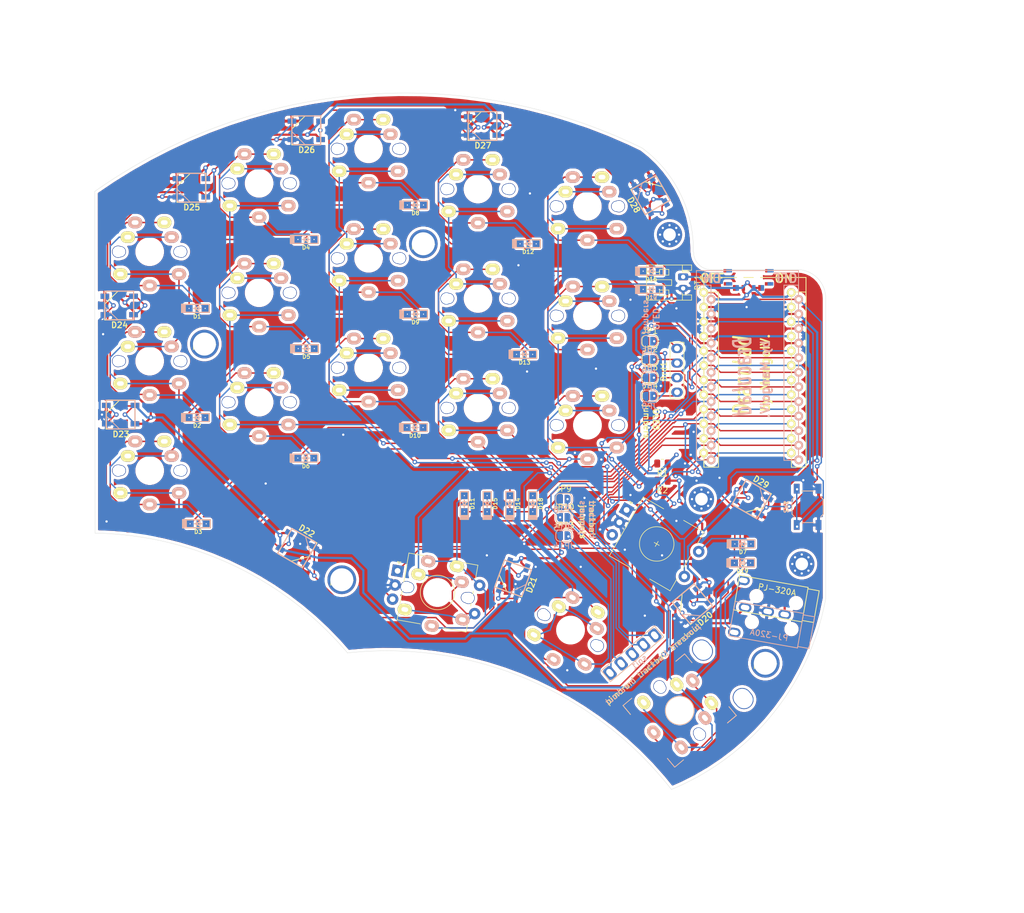
<source format=kicad_pcb>
(kicad_pcb (version 20171130) (host pcbnew 5.1.10)
  (layers (0 F.Cu signal) (31 B.Cu signal) (34 B.Paste user) (35 F.Paste user) (36 B.SilkS user) (37 F.SilkS user) (38 B.Mask user) (39 F.Mask user) (44 Edge.Cuts user))
  (net 0 "")
  (net 1 "Net-(Brd1-Pad2)")
  (net 2 "Net-(Brd1-Pad1)")
  (net 3 "Net-(Brd1-Pad3)")
  (net 4 "Net-(Brd1-Pad4)")
  (net 5 "Net-(D1-Pad2)")
  (net 6 row0)
  (net 7 "Net-(D2-Pad2)")
  (net 8 row1)
  (net 9 "Net-(D3-Pad2)")
  (net 10 row2)
  (net 11 "Net-(D4-Pad2)")
  (net 12 "Net-(D5-Pad2)")
  (net 13 "Net-(D6-Pad2)")
  (net 14 enc0row)
  (net 15 row3)
  (net 16 "Net-(D8-Pad2)")
  (net 17 "Net-(D9-Pad2)")
  (net 18 "Net-(D10-Pad2)")
  (net 19 enc1row)
  (net 20 "Net-(D12-Pad2)")
  (net 21 "Net-(D13-Pad2)")
  (net 22 "Net-(D14-Pad2)")
  (net 23 "Net-(D15-Pad2)")
  (net 24 "Net-(D16-Pad2)")
  (net 25 "Net-(D17-Pad2)")
  (net 26 "Net-(D18-Pad2)")
  (net 27 "Net-(D19-Pad2)")
  (net 28 power)
  (net 29 "Net-(D20-Pad2)")
  (net 30 leds)
  (net 31 ground)
  (net 32 "Net-(D21-Pad2)")
  (net 33 "Net-(D22-Pad2)")
  (net 34 "Net-(D23-Pad2)")
  (net 35 "Net-(D24-Pad2)")
  (net 36 "Net-(D25-Pad2)")
  (net 37 "Net-(D26-Pad2)")
  (net 38 "Net-(D27-Pad2)")
  (net 39 "Net-(D28-Pad2)")
  (net 40 sda)
  (net 41 scl)
  (net 42 col0)
  (net 43 col1)
  (net 44 col2)
  (net 45 col3)
  (net 46 col4)
  (net 47 reset)
  (net 48 enc0db)
  (net 49 enc0da)
  (net 50 enc1db)
  (net 51 enc1da)
  (net 52 connection)
  (net 53 "Net-(U2-Pad1)")
  (net 54 "Net-(U1-Pad15)")
  (net 55 "Net-(D20-Pad4)")
  (net 56 "Net-(JP18-Pad2)")
  (net 57 "Net-(JP10-Pad2)")
  (net 58 "Net-(JP13-Pad2)")
  (net 59 "Net-(JP15-Pad2)")
  (net 60 "Net-(BT1-Pad1)")
  (net 61 raw)
  (module Connector_JST:JST_PH_S2B-PH-K_1x02_P2.00mm_Horizontal (layer F.Cu) (at 180.174 74.02 270)
    (fp_text reference BT1 (at 1 -2.55 90) (layer F.SilkS))
    (fp_text value Bat_loc1)
    (pad 2 thru_hole oval (at 2 0 270) (size 1.2 1.75) (drill 0.75) (layers *.Cu *.Mask) (net 31 ground))
    (pad 1 thru_hole roundrect (at 0 0 270) (size 1.2 1.75) (drill 0.75) (layers *.Cu *.Mask) (roundrect_rratio 0.2083325) (net 60 "Net-(BT1-Pad1)"))
  )
  (module other_parts:switch_MSK-12C02_smd (layer F.Cu) (at 191.35 72.75 270)
    (fp_text reference SW6)
    (fp_text value SW_DIP_x01)
    (pad "" smd rect (at 0.207 -3.6) (size 1 0.6) (layers F.Cu F.Paste F.Mask))
    (pad 1 smd rect (at 3.2 -2.2 90) (size 1 0.6) (layers F.Cu F.Paste F.Mask) (net 60 "Net-(BT1-Pad1)"))
    (pad 3 smd rect (at 3.2 2.2 90) (size 1 0.6) (layers F.Cu F.Paste F.Mask))
    (pad 2 smd rect (at 3.2 0.7 90) (size 1 0.6) (layers F.Cu F.Paste F.Mask) (net 61 raw))
    (pad "" np_thru_hole circle (at 1.35 1.45 90) (size 0.7 0.7) (drill 0.7) (layers *.Cu *.Mask))
    (pad "" np_thru_hole circle (at 1.35 -1.45 90) (size 0.7 0.7) (drill 0.7) (layers *.Cu *.Mask))
    (pad "" smd rect (at 2.493 -3.6) (size 1.1 0.6) (layers F.Cu F.Paste F.Mask))
    (pad "" smd rect (at 0.207 3.6) (size 1.1 0.6) (layers F.Cu F.Paste F.Mask))
    (pad "" smd rect (at 2.493 3.6) (size 1 0.6) (layers F.Cu F.Paste F.Mask))
  )
  (module other_parts:switch_MSK-12C02_smd (layer B.Cu) (at 191.77 72.75 270)
    (fp_text reference SW5)
    (fp_text value SW_DIP_x01)
    (pad "" smd rect (at 0.207 3.6 180) (size 1 0.6) (layers B.Cu B.Paste B.Mask))
    (pad 1 smd rect (at 3.2 2.2 90) (size 1 0.6) (layers B.Cu B.Paste B.Mask) (net 60 "Net-(BT1-Pad1)"))
    (pad 3 smd rect (at 3.2 -2.2 90) (size 1 0.6) (layers B.Cu B.Paste B.Mask))
    (pad 2 smd rect (at 3.2 -0.7 90) (size 1 0.6) (layers B.Cu B.Paste B.Mask) (net 61 raw))
    (pad "" np_thru_hole circle (at 1.35 -1.45 90) (size 0.7 0.7) (drill 0.7) (layers *.Cu *.Mask))
    (pad "" np_thru_hole circle (at 1.35 1.45 90) (size 0.7 0.7) (drill 0.7) (layers *.Cu *.Mask))
    (pad "" smd rect (at 2.493 3.6 180) (size 1.1 0.6) (layers B.Cu B.Paste B.Mask))
    (pad "" smd rect (at 0.207 -3.6 180) (size 1.1 0.6) (layers B.Cu B.Paste B.Mask))
    (pad "" smd rect (at 2.493 -3.6 180) (size 1 0.6) (layers B.Cu B.Paste B.Mask))
  )
  (module other_parts:CherryMX_Choc_1u_reversible (layer F.Cu) (at 163.5125 99.8375)
    (fp_text reference MX17 hide)
    (fp_text value MX-NoLED hide)
    (pad 1 thru_hole oval (at 5.1 3.9) (size 2.5 2) (drill oval 1.2 0.8) (layers *.Cu B.SilkS F.Mask) (net 46 col4))
    (pad 2 thru_hole oval (at 0 5.9) (size 2.5 2) (drill oval 1.2 0.8) (layers *.Cu *.SilkS *.Mask) (net 26 "Net-(D18-Pad2)"))
    (pad 1 thru_hole oval (at 3.81 -2.54) (size 2.5 2) (drill oval 1.2 0.8) (layers *.Cu B.SilkS F.Mask) (net 46 col4))
    (pad 2 thru_hole oval (at -2.54 -5.08) (size 2.5 2) (drill oval 1.2 0.8) (layers *.Cu B.SilkS F.Mask) (net 26 "Net-(D18-Pad2)"))
    (pad 1 thru_hole oval (at -5.1 3.9) (size 2.5 2) (drill oval 1.2 0.8) (layers *.Cu F.SilkS B.Mask) (net 46 col4))
    (pad "" np_thru_hole circle (at 0 0 90) (size 4 4) (drill 4) (layers *.Cu *.Mask))
    (pad "" np_thru_hole circle (at -5.5 0 90) (size 2.1 2.1) (drill 1.9) (layers *.Cu *.Mask))
    (pad "" np_thru_hole circle (at 5.5 0 90) (size 2.1 2.1) (drill 1.9) (layers *.Cu *.Mask))
    (pad 2 thru_hole oval (at 2.54 -5.08) (size 2.5 2) (drill oval 1.2 0.8) (layers *.Cu F.SilkS B.Mask) (net 26 "Net-(D18-Pad2)"))
    (pad 1 thru_hole oval (at -3.81 -2.54) (size 2.5 2) (drill oval 1.2 0.8) (layers *.Cu F.SilkS B.Mask) (net 46 col4))
    (pad "" np_thru_hole circle (at 5.08 0) (size 1.9 1.9) (drill 1.7) (layers *.Cu *.Mask))
    (pad "" np_thru_hole circle (at -5.08 0) (size 1.9 1.9) (drill 1.7) (layers *.Cu *.Mask))
  )
  (module other_parts:pimoroni_left_side_mount (layer B.Cu) (at 179.56875 149.5125 220)
    (fp_text reference spi1 (at 0 11 220) (layer B.SilkS) (effects (justify mirror)))
    (fp_text value Conn_01x05)
    (fp_text user "pimoroni trackball breakout" (at -1.6 9.2 40) (layer F.SilkS))
    (fp_text user "pimoroni trackball breakout" (at -1.6 9.2 40) (layer B.SilkS) (effects (justify mirror)))
    (pad 9 thru_hole oval (at -9.8 5.5 130) (size 3.8 3.3) (drill oval 3.5 3) (layers *.Cu *.Mask))
    (pad 8 thru_hole oval (at -9.8 -5.5 130) (size 3.8 3.3) (drill oval 3.5 3) (layers *.Cu *.Mask))
    (pad 1 thru_hole roundrect (at -5.08 12.824 130) (size 2.2 1.7) (drill oval 1.5 1) (layers *.Cu *.Mask) (net 56 "Net-(JP18-Pad2)"))
    (pad 2 thru_hole roundrect (at -2.54 12.824 40) (size 1.7 2.2) (drill oval 1 1.5) (layers *.Cu *.Mask) (net 57 "Net-(JP10-Pad2)"))
    (pad 3 thru_hole roundrect (at 0 12.824 40) (size 1.7 2.2) (drill oval 1 1.5) (layers *.Cu *.Mask) (net 41 scl))
    (pad 4 thru_hole roundrect (at 2.54 12.824 40) (size 1.7 2.2) (drill oval 1 1.5) (layers *.Cu *.Mask) (net 59 "Net-(JP15-Pad2)"))
    (pad 5 thru_hole roundrect (at 5.08 12.824 40) (size 1.7 2.2) (drill oval 1 1.5) (layers *.Cu *.Mask) (net 58 "Net-(JP13-Pad2)"))
  )
  (module Keebio-Parts:D_SOD123F (layer F.Cu) (at 174.625 76.2)
    (fp_text reference D17 (at 0 1.4) (layer F.SilkS) (effects (font (size 0.7 0.7))))
    (fp_text value D_Small hide)
    (fp_text user D17 (at 0 1.4) (layer B.SilkS) (effects (font (size 0.7 0.7)) (justify mirror)))
    (pad 1 thru_hole rect (at -1.4 0) (size 1.2 1.2) (drill 0.2) (layers *.Cu *.Mask) (net 8 row1))
    (pad 2 thru_hole rect (at 1.4 0) (size 1.2 1.2) (drill 0.2) (layers *.Cu *.Mask) (net 25 "Net-(D17-Pad2)"))
  )
  (module Keebio-Parts:D_SOD123F (layer F.Cu) (at 190.5 123.825)
    (fp_text reference D19 (at 0 1.4) (layer F.SilkS) (effects (font (size 0.7 0.7))))
    (fp_text value D_Small hide)
    (pad 1 thru_hole rect (at -1.4 0) (size 1.2 1.2) (drill 0.2) (layers *.Cu *.Mask) (net 15 row3))
    (pad 2 thru_hole rect (at 1.4 0) (size 1.2 1.2) (drill 0.2) (layers *.Cu *.Mask) (net 27 "Net-(D19-Pad2)"))
  )
  (module Keebio-Parts:D_SOD123F (layer F.Cu) (at 153.9875 113.50625 90)
    (fp_text reference D18 (at 0 1.4 90) (layer F.SilkS) (effects (font (size 0.7 0.7))))
    (fp_text value D_Small hide)
    (pad 1 thru_hole rect (at -1.4 0 90) (size 1.2 1.2) (drill 0.2) (layers *.Cu *.Mask) (net 10 row2))
    (pad 2 thru_hole rect (at 1.4 0 90) (size 1.2 1.2) (drill 0.2) (layers *.Cu *.Mask) (net 26 "Net-(D18-Pad2)"))
  )
  (module Keebio-Parts:D_SOD123F (layer F.Cu) (at 174.625 73.025)
    (fp_text reference D16 (at 0 1.4) (layer F.SilkS) (effects (font (size 0.7 0.7))))
    (fp_text value D_Small hide)
    (pad 1 thru_hole rect (at -1.4 0) (size 1.2 1.2) (drill 0.2) (layers *.Cu *.Mask) (net 6 row0))
    (pad 2 thru_hole rect (at 1.4 0) (size 1.2 1.2) (drill 0.2) (layers *.Cu *.Mask) (net 24 "Net-(D16-Pad2)"))
  )
  (module Keebio-Parts:D_SOD123F (layer F.Cu) (at 146.05 113.50625 90)
    (fp_text reference D15 (at 0 1.4 90) (layer F.SilkS) (effects (font (size 0.7 0.7))))
    (fp_text value D_Small hide)
    (pad 1 thru_hole rect (at -1.4 0 90) (size 1.2 1.2) (drill 0.2) (layers *.Cu *.Mask) (net 15 row3))
    (pad 2 thru_hole rect (at 1.4 0 90) (size 1.2 1.2) (drill 0.2) (layers *.Cu *.Mask) (net 23 "Net-(D15-Pad2)"))
  )
  (module Keebio-Parts:D_SOD123F (layer F.Cu) (at 150.01875 113.50625 90)
    (fp_text reference D14 (at 0 1.4 90) (layer F.SilkS) (effects (font (size 0.7 0.7))))
    (fp_text value D_Small hide)
    (pad 1 thru_hole rect (at -1.4 0 90) (size 1.2 1.2) (drill 0.2) (layers *.Cu *.Mask) (net 10 row2))
    (pad 2 thru_hole rect (at 1.4 0 90) (size 1.2 1.2) (drill 0.2) (layers *.Cu *.Mask) (net 22 "Net-(D14-Pad2)"))
  )
  (module Keebio-Parts:D_SOD123F (layer F.Cu) (at 152.56875 87.5125)
    (fp_text reference D13 (at 0 1.4) (layer F.SilkS) (effects (font (size 0.7 0.7))))
    (fp_text value D_Small hide)
    (pad 1 thru_hole rect (at -1.4 0) (size 1.2 1.2) (drill 0.2) (layers *.Cu *.Mask) (net 8 row1))
    (pad 2 thru_hole rect (at 1.4 0) (size 1.2 1.2) (drill 0.2) (layers *.Cu *.Mask) (net 21 "Net-(D13-Pad2)"))
  )
  (module Keebio-Parts:D_SOD123F (layer F.Cu) (at 153.19375 68.2625)
    (fp_text reference D12 (at 0 1.4) (layer F.SilkS) (effects (font (size 0.7 0.7))))
    (fp_text value D_Small hide)
    (pad 1 thru_hole rect (at -1.4 0) (size 1.2 1.2) (drill 0.2) (layers *.Cu *.Mask) (net 6 row0))
    (pad 2 thru_hole rect (at 1.4 0) (size 1.2 1.2) (drill 0.2) (layers *.Cu *.Mask) (net 20 "Net-(D12-Pad2)"))
  )
  (module Keebio-Parts:D_SOD123F (layer F.Cu) (at 142.08125 113.50625 90)
    (fp_text reference D11 (at 0 1.4 90) (layer F.SilkS) (effects (font (size 0.7 0.7))))
    (fp_text value D_Small hide)
    (pad 1 thru_hole rect (at -1.4 0 90) (size 1.2 1.2) (drill 0.2) (layers *.Cu *.Mask) (net 15 row3))
    (pad 2 thru_hole rect (at 1.4 0 90) (size 1.2 1.2) (drill 0.2) (layers *.Cu *.Mask) (net 19 enc1row))
  )
  (module Keebio-Parts:D_SOD123F (layer F.Cu) (at 133.5 100.25)
    (fp_text reference D10 (at 0 1.4) (layer F.SilkS) (effects (font (size 0.7 0.7))))
    (fp_text value D_Small hide)
    (pad 1 thru_hole rect (at -1.4 0) (size 1.2 1.2) (drill 0.2) (layers *.Cu *.Mask) (net 10 row2))
    (pad 2 thru_hole rect (at 1.4 0) (size 1.2 1.2) (drill 0.2) (layers *.Cu *.Mask) (net 18 "Net-(D10-Pad2)"))
  )
  (module Keebio-Parts:D_SOD123F (layer F.Cu) (at 133.56875 80.5125)
    (fp_text reference D9 (at 0 1.4) (layer F.SilkS) (effects (font (size 0.7 0.7))))
    (fp_text value D_Small hide)
    (pad 1 thru_hole rect (at -1.4 0) (size 1.2 1.2) (drill 0.2) (layers *.Cu *.Mask) (net 8 row1))
    (pad 2 thru_hole rect (at 1.4 0) (size 1.2 1.2) (drill 0.2) (layers *.Cu *.Mask) (net 17 "Net-(D9-Pad2)"))
  )
  (module Keebio-Parts:D_SOD123F (layer F.Cu) (at 133.56875 61.5125)
    (fp_text reference D8 (at 0 1.4) (layer F.SilkS) (effects (font (size 0.7 0.7))))
    (fp_text value D_Small hide)
    (pad 1 thru_hole rect (at -1.4 0) (size 1.2 1.2) (drill 0.2) (layers *.Cu *.Mask) (net 6 row0))
    (pad 2 thru_hole rect (at 1.4 0) (size 1.2 1.2) (drill 0.2) (layers *.Cu *.Mask) (net 16 "Net-(D8-Pad2)"))
  )
  (module Keebio-Parts:D_SOD123F (layer F.Cu) (at 190.56875 120.5125)
    (fp_text reference D7 (at 0 1.4) (layer F.SilkS) (effects (font (size 0.7 0.7))))
    (fp_text value D_Small hide)
    (pad 1 thru_hole rect (at -1.4 0) (size 1.2 1.2) (drill 0.2) (layers *.Cu *.Mask) (net 15 row3))
    (pad 2 thru_hole rect (at 1.4 0) (size 1.2 1.2) (drill 0.2) (layers *.Cu *.Mask) (net 14 enc0row))
  )
  (module Keebio-Parts:D_SOD123F (layer F.Cu) (at 114.4875 105.56875)
    (fp_text reference D6 (at 0 1.4) (layer F.SilkS) (effects (font (size 0.7 0.7))))
    (fp_text value D_Small hide)
    (pad 1 thru_hole rect (at -1.4 0) (size 1.2 1.2) (drill 0.2) (layers *.Cu *.Mask) (net 10 row2))
    (pad 2 thru_hole rect (at 1.4 0) (size 1.2 1.2) (drill 0.2) (layers *.Cu *.Mask) (net 13 "Net-(D6-Pad2)"))
  )
  (module Keebio-Parts:D_SOD123F (layer F.Cu) (at 114.56875 86.5125)
    (fp_text reference D5 (at 0 1.4) (layer F.SilkS) (effects (font (size 0.7 0.7))))
    (fp_text value D_Small hide)
    (pad 1 thru_hole rect (at -1.4 0) (size 1.2 1.2) (drill 0.2) (layers *.Cu *.Mask) (net 8 row1))
    (pad 2 thru_hole rect (at 1.4 0) (size 1.2 1.2) (drill 0.2) (layers *.Cu *.Mask) (net 12 "Net-(D5-Pad2)"))
  )
  (module Keebio-Parts:D_SOD123F (layer F.Cu) (at 114.51875 67.5125)
    (fp_text reference D4 (at 0 1.4) (layer F.SilkS) (effects (font (size 0.7 0.7))))
    (fp_text value D_Small hide)
    (pad 1 thru_hole rect (at -1.4 0) (size 1.2 1.2) (drill 0.2) (layers *.Cu *.Mask) (net 6 row0))
    (pad 2 thru_hole rect (at 1.4 0) (size 1.2 1.2) (drill 0.2) (layers *.Cu *.Mask) (net 11 "Net-(D4-Pad2)"))
  )
  (module Keebio-Parts:D_SOD123F (layer F.Cu) (at 95.75 117)
    (fp_text reference D3 (at 0 1.4) (layer F.SilkS) (effects (font (size 0.7 0.7))))
    (fp_text value D_Small hide)
    (pad 1 thru_hole rect (at -1.4 0) (size 1.2 1.2) (drill 0.2) (layers *.Cu *.Mask) (net 10 row2))
    (pad 2 thru_hole rect (at 1.4 0) (size 1.2 1.2) (drill 0.2) (layers *.Cu *.Mask) (net 9 "Net-(D3-Pad2)"))
  )
  (module Keebio-Parts:D_SOD123F (layer F.Cu) (at 95.56875 98.5125)
    (fp_text reference D2 (at 0 1.4) (layer F.SilkS) (effects (font (size 0.7 0.7))))
    (fp_text value D_Small hide)
    (pad 1 thru_hole rect (at -1.4 0) (size 1.2 1.2) (drill 0.2) (layers *.Cu *.Mask) (net 8 row1))
    (pad 2 thru_hole rect (at 1.4 0) (size 1.2 1.2) (drill 0.2) (layers *.Cu *.Mask) (net 7 "Net-(D2-Pad2)"))
  )
  (module Keebio-Parts:D_SOD123F (layer F.Cu) (at 95.56875 79.5125)
    (fp_text reference D1 (at 0 1.4) (layer F.SilkS) (effects (font (size 0.7 0.7))))
    (fp_text value D_Small hide)
    (pad 1 thru_hole rect (at -1.4 0) (size 1.2 1.2) (drill 0.2) (layers *.Cu *.Mask) (net 6 row0))
    (pad 2 thru_hole rect (at 1.4 0) (size 1.2 1.2) (drill 0.2) (layers *.Cu *.Mask) (net 5 "Net-(D1-Pad2)"))
  )
  (module Jumper:SolderJumper-2_P1.3mm_Open_RoundedPad1.0x1.5mm (layer B.Cu) (at 159.4 112.7125)
    (fp_text reference JP18 (at 0 1.8) (layer B.SilkS) (effects (justify mirror)))
    (fp_text value Jumper_NO_Small)
    (pad 2 smd custom (at 0.65 0) (size 1 0.5) (layers B.Cu B.Mask) (net 56 "Net-(JP18-Pad2)") (options (clearance outline) (anchor rect)) (primitives (gr_circle (center 0 -0.25) (end 0.5 -0.25) (width 0)) (gr_circle (center 0 0.25) (end 0.5 0.25) (width 0)) (gr_poly (pts (xy 0 0.75) (xy -0.5 0.75) (xy -0.5 -0.75) (xy 0 -0.75)) (width 0))))
    (pad 1 smd custom (at -0.65 0) (size 1 0.5) (layers B.Cu B.Mask) (net 31 ground) (options (clearance outline) (anchor rect)) (primitives (gr_circle (center 0 -0.25) (end 0.5 -0.25) (width 0)) (gr_circle (center 0 0.25) (end 0.5 0.25) (width 0)) (gr_poly (pts (xy 0 0.75) (xy 0.5 0.75) (xy 0.5 -0.75) (xy 0 -0.75)) (width 0))))
  )
  (module Jumper:SolderJumper-2_P1.3mm_Open_RoundedPad1.0x1.5mm (layer B.Cu) (at 159.4 115.8875)
    (fp_text reference JP15 (at 0 1.8 180) (layer B.SilkS) (effects (justify mirror)))
    (fp_text value Jumper_NO_Small)
    (pad 2 smd custom (at 0.65 0) (size 1 0.5) (layers B.Cu B.Mask) (net 59 "Net-(JP15-Pad2)") (options (clearance outline) (anchor rect)) (primitives (gr_circle (center 0 -0.25) (end 0.5 -0.25) (width 0)) (gr_circle (center 0 0.25) (end 0.5 0.25) (width 0)) (gr_poly (pts (xy 0 0.75) (xy -0.5 0.75) (xy -0.5 -0.75) (xy 0 -0.75)) (width 0))))
    (pad 1 smd custom (at -0.65 0) (size 1 0.5) (layers B.Cu B.Mask) (net 40 sda) (options (clearance outline) (anchor rect)) (primitives (gr_circle (center 0 -0.25) (end 0.5 -0.25) (width 0)) (gr_circle (center 0 0.25) (end 0.5 0.25) (width 0)) (gr_poly (pts (xy 0 0.75) (xy 0.5 0.75) (xy 0.5 -0.75) (xy 0 -0.75)) (width 0))))
  )
  (module Jumper:SolderJumper-2_P1.3mm_Open_RoundedPad1.0x1.5mm (layer B.Cu) (at 159.4 119.0625)
    (fp_text reference JP14 (at 0 1.8) (layer B.SilkS) (effects (justify mirror)))
    (fp_text value Jumper_NO_Small)
    (pad 2 smd custom (at 0.65 0) (size 1 0.5) (layers B.Cu B.Mask) (net 58 "Net-(JP13-Pad2)") (options (clearance outline) (anchor rect)) (primitives (gr_circle (center 0 -0.25) (end 0.5 -0.25) (width 0)) (gr_circle (center 0 0.25) (end 0.5 0.25) (width 0)) (gr_poly (pts (xy 0 0.75) (xy -0.5 0.75) (xy -0.5 -0.75) (xy 0 -0.75)) (width 0))))
    (pad 1 smd custom (at -0.65 0) (size 1 0.5) (layers B.Cu B.Mask) (net 28 power) (options (clearance outline) (anchor rect)) (primitives (gr_circle (center 0 -0.25) (end 0.5 -0.25) (width 0)) (gr_circle (center 0 0.25) (end 0.5 0.25) (width 0)) (gr_poly (pts (xy 0 0.75) (xy 0.5 0.75) (xy 0.5 -0.75) (xy 0 -0.75)) (width 0))))
  )
  (module Jumper:SolderJumper-2_P1.3mm_Open_RoundedPad1.0x1.5mm (layer F.Cu) (at 159.4 119.0625)
    (fp_text reference JP13 (at 0 -1.8) (layer F.SilkS))
    (fp_text value Jumper_NO_Small)
    (pad 2 smd custom (at 0.65 0) (size 1 0.5) (layers F.Cu F.Mask) (net 58 "Net-(JP13-Pad2)") (options (clearance outline) (anchor rect)) (primitives (gr_circle (center 0 0.25) (end 0.5 0.25) (width 0)) (gr_circle (center 0 -0.25) (end 0.5 -0.25) (width 0)) (gr_poly (pts (xy 0 -0.75) (xy -0.5 -0.75) (xy -0.5 0.75) (xy 0 0.75)) (width 0))))
    (pad 1 smd custom (at -0.65 0) (size 1 0.5) (layers F.Cu F.Mask) (net 31 ground) (options (clearance outline) (anchor rect)) (primitives (gr_circle (center 0 0.25) (end 0.5 0.25) (width 0)) (gr_circle (center 0 -0.25) (end 0.5 -0.25) (width 0)) (gr_poly (pts (xy 0 -0.75) (xy 0.5 -0.75) (xy 0.5 0.75) (xy 0 0.75)) (width 0))))
  )
  (module Jumper:SolderJumper-2_P1.3mm_Open_RoundedPad1.0x1.5mm (layer F.Cu) (at 159.4 115.8875)
    (fp_text reference JP10 (at 0 -1.8) (layer F.SilkS))
    (fp_text value Jumper_NO_Small)
    (pad 2 smd custom (at 0.65 0) (size 1 0.5) (layers F.Cu F.Mask) (net 57 "Net-(JP10-Pad2)") (options (clearance outline) (anchor rect)) (primitives (gr_circle (center 0 0.25) (end 0.5 0.25) (width 0)) (gr_circle (center 0 -0.25) (end 0.5 -0.25) (width 0)) (gr_poly (pts (xy 0 -0.75) (xy -0.5 -0.75) (xy -0.5 0.75) (xy 0 0.75)) (width 0))))
    (pad 1 smd custom (at -0.65 0) (size 1 0.5) (layers F.Cu F.Mask) (net 40 sda) (options (clearance outline) (anchor rect)) (primitives (gr_circle (center 0 0.25) (end 0.5 0.25) (width 0)) (gr_circle (center 0 -0.25) (end 0.5 -0.25) (width 0)) (gr_poly (pts (xy 0 -0.75) (xy 0.5 -0.75) (xy 0.5 0.75) (xy 0 0.75)) (width 0))))
  )
  (module Jumper:SolderJumper-2_P1.3mm_Open_RoundedPad1.0x1.5mm (layer F.Cu) (at 159.4 112.7125)
    (fp_text reference JP9 (at 0 -1.8) (layer F.SilkS))
    (fp_text value Jumper_NO_Small)
    (pad 2 smd custom (at 0.65 0) (size 1 0.5) (layers F.Cu F.Mask) (net 56 "Net-(JP18-Pad2)") (options (clearance outline) (anchor rect)) (primitives (gr_circle (center 0 0.25) (end 0.5 0.25) (width 0)) (gr_circle (center 0 -0.25) (end 0.5 -0.25) (width 0)) (gr_poly (pts (xy 0 -0.75) (xy -0.5 -0.75) (xy -0.5 0.75) (xy 0 0.75)) (width 0))))
    (pad 1 smd custom (at -0.65 0) (size 1 0.5) (layers F.Cu F.Mask) (net 28 power) (options (clearance outline) (anchor rect)) (primitives (gr_circle (center 0 0.25) (end 0.5 0.25) (width 0)) (gr_circle (center 0 -0.25) (end 0.5 -0.25) (width 0)) (gr_poly (pts (xy 0 -0.75) (xy 0.5 -0.75) (xy 0.5 0.75) (xy 0 0.75)) (width 0))))
  )
  (module SSD1306:128x64OLED (layer F.Cu) (at 189.70625 90.4875 90)
    (fp_text reference Brd1 (at 0 -12.9 90) (layer F.SilkS))
    (fp_text value SSD1306)
    (pad 2 thru_hole oval (at -1.08 -10.6 180) (size 2 1.6) (drill 1) (layers *.Cu *.Mask) (net 1 "Net-(Brd1-Pad2)"))
    (pad 1 thru_hole oval (at -3.62 -10.6 180) (size 2 1.6) (drill 1) (layers *.Cu *.Mask) (net 2 "Net-(Brd1-Pad1)"))
    (pad 3 thru_hole oval (at 1.46 -10.6 180) (size 2 1.6) (drill 1) (layers *.Cu *.Mask) (net 3 "Net-(Brd1-Pad3)"))
    (pad 4 thru_hole oval (at 4 -10.6 180) (size 2 1.6) (drill 1) (layers *.Cu *.Mask) (net 4 "Net-(Brd1-Pad4)"))
  )
  (module graphics:aset (layer B.Cu) (at 125.25 113.25 180)
    (fp_text reference G*** hide)
    (fp_text value LOGO hide)
  )
  (module graphics:aset (layer F.Cu) (at 123.75 113)
    (fp_text reference G*** hide)
    (fp_text value LOGO hide)
  )
  (module other_parts:CherryMX_Choc_1u_reversible (layer F.Cu) (at 163.50085 61.7361)
    (fp_text reference MX15 hide)
    (fp_text value MX-NoLED hide)
    (pad 1 thru_hole oval (at 5.1 3.9) (size 2.5 2) (drill oval 1.2 0.8) (layers *.Cu B.SilkS F.Mask) (net 46 col4))
    (pad 2 thru_hole oval (at 0 5.9) (size 2.5 2) (drill oval 1.2 0.8) (layers *.Cu *.SilkS *.Mask) (net 24 "Net-(D16-Pad2)"))
    (pad 1 thru_hole oval (at 3.81 -2.54) (size 2.5 2) (drill oval 1.2 0.8) (layers *.Cu B.SilkS F.Mask) (net 46 col4))
    (pad 2 thru_hole oval (at -2.54 -5.08) (size 2.5 2) (drill oval 1.2 0.8) (layers *.Cu B.SilkS F.Mask) (net 24 "Net-(D16-Pad2)"))
    (pad 1 thru_hole oval (at -5.1 3.9) (size 2.5 2) (drill oval 1.2 0.8) (layers *.Cu F.SilkS B.Mask) (net 46 col4))
    (pad "" np_thru_hole circle (at 0 0 90) (size 4 4) (drill 4) (layers *.Cu *.Mask))
    (pad "" np_thru_hole circle (at -5.5 0 90) (size 2.1 2.1) (drill 1.9) (layers *.Cu *.Mask))
    (pad "" np_thru_hole circle (at 5.5 0 90) (size 2.1 2.1) (drill 1.9) (layers *.Cu *.Mask))
    (pad 2 thru_hole oval (at 2.54 -5.08) (size 2.5 2) (drill oval 1.2 0.8) (layers *.Cu F.SilkS B.Mask) (net 24 "Net-(D16-Pad2)"))
    (pad 1 thru_hole oval (at -3.81 -2.54) (size 2.5 2) (drill oval 1.2 0.8) (layers *.Cu F.SilkS B.Mask) (net 46 col4))
    (pad "" np_thru_hole circle (at 5.08 0) (size 1.9 1.9) (drill 1.7) (layers *.Cu *.Mask))
    (pad "" np_thru_hole circle (at -5.08 0) (size 1.9 1.9) (drill 1.7) (layers *.Cu *.Mask))
  )
  (module other_parts:ProMicro (layer F.Cu) (at 192.56875 91.5125)
    (fp_text reference U1 hide)
    (fp_text value ProMicro hide)
    (pad 22 thru_hole circle (at -7.521185 -8.494255 180) (size 1.524 1.524) (drill 0.8128) (layers *.Cu *.Mask B.SilkS) (net 47 reset))
    (pad 10 thru_hole circle (at 7.718815 9.285745 180) (size 1.524 1.524) (drill 0.8128) (layers *.Cu *.Mask B.SilkS) (net 15 row3))
    (pad 18 thru_hole circle (at -7.521185 1.665745 180) (size 1.524 1.524) (drill 0.8128) (layers *.Cu *.Mask B.SilkS) (net 44 col2))
    (pad 6 thru_hole circle (at 7.718815 -0.874255 180) (size 1.524 1.524) (drill 0.8128) (layers *.Cu *.Mask B.SilkS) (net 41 scl))
    (pad 4 thru_hole circle (at 7.718815 -5.954255 180) (size 1.524 1.524) (drill 0.8128) (layers *.Cu *.Mask B.SilkS) (net 31 ground))
    (pad 14 thru_hole circle (at -7.521185 11.825745 180) (size 1.524 1.524) (drill 0.8128) (layers *.Cu *.Mask B.SilkS) (net 49 enc0da))
    (pad 3 thru_hole circle (at 7.718815 -8.494255 180) (size 1.524 1.524) (drill 0.8128) (layers *.Cu *.Mask B.SilkS) (net 31 ground))
    (pad 1 thru_hole circle (at 7.718815 -13.574255 180) (size 1.524 1.524) (drill 0.8128) (layers *.Cu *.Mask B.SilkS) (net 30 leds))
    (pad 16 thru_hole circle (at -7.521185 6.745745 180) (size 1.524 1.524) (drill 0.8128) (layers *.Cu *.Mask B.SilkS) (net 46 col4))
    (pad 12 thru_hole circle (at 7.718815 14.365745 180) (size 1.524 1.524) (drill 0.8128) (layers *.Cu *.Mask B.SilkS) (net 50 enc1db))
    (pad 19 thru_hole circle (at -7.521185 -0.874255 180) (size 1.524 1.524) (drill 0.8128) (layers *.Cu *.Mask B.SilkS) (net 43 col1))
    (pad 23 thru_hole circle (at -7.521185 -11.034255 180) (size 1.524 1.524) (drill 0.8128) (layers *.Cu *.Mask B.SilkS) (net 31 ground))
    (pad 21 thru_hole circle (at -7.521185 -5.954255 180) (size 1.524 1.524) (drill 0.8128) (layers *.Cu *.Mask B.SilkS) (net 28 power))
    (pad 20 thru_hole circle (at -7.521185 -3.414255 180) (size 1.524 1.524) (drill 0.8128) (layers *.Cu *.Mask B.SilkS) (net 42 col0))
    (pad 15 thru_hole circle (at -7.521185 9.285745 180) (size 1.524 1.524) (drill 0.8128) (layers *.Cu *.Mask B.SilkS) (net 54 "Net-(U1-Pad15)"))
    (pad 17 thru_hole circle (at -7.521185 4.205745 180) (size 1.524 1.524) (drill 0.8128) (layers *.Cu *.Mask B.SilkS) (net 45 col3))
    (pad 9 thru_hole circle (at 7.718815 6.745745 180) (size 1.524 1.524) (drill 0.8128) (layers *.Cu *.Mask B.SilkS) (net 10 row2))
    (pad 8 thru_hole circle (at 7.718815 4.205745 180) (size 1.524 1.524) (drill 0.8128) (layers *.Cu *.Mask B.SilkS) (net 8 row1))
    (pad 13 thru_hole circle (at -7.521185 14.365745 180) (size 1.524 1.524) (drill 0.8128) (layers *.Cu *.Mask B.SilkS) (net 48 enc0db))
    (pad 11 thru_hole circle (at 7.718815 11.825745 180) (size 1.524 1.524) (drill 0.8128) (layers *.Cu *.Mask B.SilkS) (net 51 enc1da))
    (pad 2 thru_hole circle (at 7.718815 -11.034255 180) (size 1.524 1.524) (drill 0.8128) (layers *.Cu *.Mask B.SilkS) (net 52 connection))
    (pad 24 thru_hole circle (at -7.521185 -13.574255 180) (size 1.524 1.524) (drill 0.8128) (layers *.Cu *.Mask B.SilkS) (net 61 raw))
    (pad 7 thru_hole circle (at 7.718815 1.665745 180) (size 1.524 1.524) (drill 0.8128) (layers *.Cu *.Mask B.SilkS) (net 6 row0))
    (pad 5 thru_hole circle (at 7.718815 -3.414255 180) (size 1.524 1.524) (drill 0.8128) (layers *.Cu *.Mask B.SilkS) (net 40 sda))
    (pad 1 thru_hole circle (at -8.82 -14.77) (size 1.524 1.524) (drill 0.8128) (layers *.Cu *.Mask F.SilkS) (net 30 leds))
    (pad 2 thru_hole circle (at -8.82 -12.23) (size 1.524 1.524) (drill 0.8128) (layers *.Cu *.Mask F.SilkS) (net 52 connection))
    (pad 3 thru_hole circle (at -8.82 -9.69) (size 1.524 1.524) (drill 0.8128) (layers *.Cu *.Mask F.SilkS) (net 31 ground))
    (pad 4 thru_hole circle (at -8.82 -7.15) (size 1.524 1.524) (drill 0.8128) (layers *.Cu *.Mask F.SilkS) (net 31 ground))
    (pad 5 thru_hole circle (at -8.82 -4.61) (size 1.524 1.524) (drill 0.8128) (layers *.Cu *.Mask F.SilkS) (net 40 sda))
    (pad 6 thru_hole circle (at -8.82 -2.07) (size 1.524 1.524) (drill 0.8128) (layers *.Cu *.Mask F.SilkS) (net 41 scl))
    (pad 7 thru_hole circle (at -8.82 0.47) (size 1.524 1.524) (drill 0.8128) (layers *.Cu *.Mask F.SilkS) (net 6 row0))
    (pad 8 thru_hole circle (at -8.82 3.01) (size 1.524 1.524) (drill 0.8128) (layers *.Cu *.Mask F.SilkS) (net 8 row1))
    (pad 9 thru_hole circle (at -8.82 5.55) (size 1.524 1.524) (drill 0.8128) (layers *.Cu *.Mask F.SilkS) (net 10 row2))
    (pad 10 thru_hole circle (at -8.82 8.09) (size 1.524 1.524) (drill 0.8128) (layers *.Cu *.Mask F.SilkS) (net 15 row3))
    (pad 11 thru_hole circle (at -8.82 10.63) (size 1.524 1.524) (drill 0.8128) (layers *.Cu *.Mask F.SilkS) (net 51 enc1da))
    (pad 12 thru_hole circle (at -8.82 13.17) (size 1.524 1.524) (drill 0.8128) (layers *.Cu *.Mask F.SilkS) (net 50 enc1db))
    (pad 13 thru_hole circle (at 6.42 13.17) (size 1.524 1.524) (drill 0.8128) (layers *.Cu *.Mask F.SilkS) (net 48 enc0db))
    (pad 14 thru_hole circle (at 6.42 10.63) (size 1.524 1.524) (drill 0.8128) (layers *.Cu *.Mask F.SilkS) (net 49 enc0da))
    (pad 15 thru_hole circle (at 6.42 8.09) (size 1.524 1.524) (drill 0.8128) (layers *.Cu *.Mask F.SilkS) (net 54 "Net-(U1-Pad15)"))
    (pad 16 thru_hole circle (at 6.42 5.55) (size 1.524 1.524) (drill 0.8128) (layers *.Cu *.Mask F.SilkS) (net 46 col4))
    (pad 17 thru_hole circle (at 6.42 3.01) (size 1.524 1.524) (drill 0.8128) (layers *.Cu *.Mask F.SilkS) (net 45 col3))
    (pad 18 thru_hole circle (at 6.42 0.47) (size 1.524 1.524) (drill 0.8128) (layers *.Cu *.Mask F.SilkS) (net 44 col2))
    (pad 19 thru_hole circle (at 6.42 -2.07) (size 1.524 1.524) (drill 0.8128) (layers *.Cu *.Mask F.SilkS) (net 43 col1))
    (pad 20 thru_hole circle (at 6.42 -4.61) (size 1.524 1.524) (drill 0.8128) (layers *.Cu *.Mask F.SilkS) (net 42 col0))
    (pad 21 thru_hole circle (at 6.42 -7.15) (size 1.524 1.524) (drill 0.8128) (layers *.Cu *.Mask F.SilkS) (net 28 power))
    (pad 22 thru_hole circle (at 6.42 -9.69) (size 1.524 1.524) (drill 0.8128) (layers *.Cu *.Mask F.SilkS) (net 47 reset))
    (pad 23 thru_hole circle (at 6.42 -12.23) (size 1.524 1.524) (drill 0.8128) (layers *.Cu *.Mask F.SilkS) (net 31 ground))
    (pad 24 thru_hole circle (at 6.42 -14.77) (size 1.524 1.524) (drill 0.8128) (layers *.Cu *.Mask F.SilkS) (net 61 raw))
  )
  (module Keebio-Parts:TRRS-PJ-320A-dual (layer F.Cu) (at 201 133.35 260)
    (fp_text reference U2)
    (fp_text value TRRS)
    (fp_text user PJ-320A (at -4 5.25 170) (layer F.SilkS))
    (fp_text user PJ-320A (at 4 5.25 350) (layer B.SilkS) (effects (justify mirror)))
    (pad 3 thru_hole oval (at 0 6.2 260) (size 1.6 2.2) (drill oval 0.9 1.5) (layers *.Cu *.Mask) (net 31 ground))
    (pad "" np_thru_hole circle (at -2.3 1.6 260) (size 1.5 1.5) (drill 1.5) (layers *.Cu *.Mask))
    (pad "" np_thru_hole circle (at -2.3 8.6 260) (size 1.5 1.5) (drill 1.5) (layers *.Cu *.Mask))
    (pad 4 thru_hole oval (at 0 3.2 260) (size 1.6 2.2) (drill oval 0.9 1.5) (layers *.Cu *.Mask) (net 52 connection))
    (pad 2 thru_hole oval (at 0 10.2 260) (size 1.6 2.2) (drill oval 0.9 1.5) (layers *.Cu *.Mask) (net 28 power))
    (pad 1 thru_hole oval (at -4.6 11.3 260) (size 1.6 2.2) (drill oval 0.9 1.5) (layers *.Cu *.Mask) (net 53 "Net-(U2-Pad1)"))
    (pad 1 thru_hole oval (at 4.6 11.3 260) (size 1.6 2.2) (drill oval 0.9 1.5) (layers *.Cu *.Mask) (net 53 "Net-(U2-Pad1)"))
    (pad "" np_thru_hole circle (at 2.3 1.6 260) (size 1.5 1.5) (drill 1.5) (layers *.Cu *.Mask))
    (pad "" np_thru_hole circle (at 2.3 8.6 260) (size 1.5 1.5) (drill 1.5) (layers *.Cu *.Mask))
  )
  (module MountingHole:MountingHole_2.2mm_M2_Pad_Via (layer F.Cu) (at 177.8 66.675)
    (fp_text reference " " (at 0 -3.2) (layer F.SilkS))
    (fp_text value MountingHole_2.2mm_M2_Pad_Via)
    (pad 1 thru_hole circle (at 1.166726 -1.166726) (size 0.7 0.7) (drill 0.4) (layers *.Cu *.Mask))
    (pad 1 thru_hole circle (at 0 -1.65) (size 0.7 0.7) (drill 0.4) (layers *.Cu *.Mask))
    (pad 1 thru_hole circle (at -1.166726 -1.166726) (size 0.7 0.7) (drill 0.4) (layers *.Cu *.Mask))
    (pad 1 thru_hole circle (at -1.65 0) (size 0.7 0.7) (drill 0.4) (layers *.Cu *.Mask))
    (pad 1 thru_hole circle (at -1.166726 1.166726) (size 0.7 0.7) (drill 0.4) (layers *.Cu *.Mask))
    (pad 1 thru_hole circle (at 0 1.65) (size 0.7 0.7) (drill 0.4) (layers *.Cu *.Mask))
    (pad 1 thru_hole circle (at 1.166726 1.166726) (size 0.7 0.7) (drill 0.4) (layers *.Cu *.Mask))
    (pad 1 thru_hole circle (at 1.65 0) (size 0.7 0.7) (drill 0.4) (layers *.Cu *.Mask))
    (pad 1 thru_hole circle (at 0 0) (size 4.4 4.4) (drill 2.2) (layers *.Cu *.Mask))
  )
  (module kbd:M2_Hole_TH_Outside (layer F.Cu) (at 194.46875 141.2875)
    (fp_text reference REF** (at 0 0.5) (layer F.SilkS))
    (fp_text value M2_Hole_TH_Outside)
    (pad "" thru_hole circle (at 0 0) (size 5 5) (drill 4) (layers *.Cu *.Mask))
  )
  (module kbd:M2_Hole_TH_Outside (layer F.Cu) (at 120.75 126.75)
    (fp_text reference REF** (at 0 0.5) (layer F.SilkS))
    (fp_text value M2_Hole_TH_Outside)
    (pad "" thru_hole circle (at 0 0) (size 5 5) (drill 4) (layers *.Cu *.Mask))
  )
  (module kbd:M2_Hole_TH_Outside (layer F.Cu) (at 134.9375 68.2625)
    (fp_text reference REF** (at 0 0.5) (layer F.SilkS))
    (fp_text value M2_Hole_TH_Outside)
    (pad "" thru_hole circle (at 0 0) (size 5 5) (drill 4) (layers *.Cu *.Mask))
  )
  (module kbd:M2_Hole_TH_Outside (layer F.Cu) (at 96.8375 85.725)
    (fp_text reference REF** (at 0 0.5) (layer F.SilkS))
    (fp_text value M2_Hole_TH_Outside)
    (pad "" thru_hole circle (at 0 0) (size 5 5) (drill 4) (layers *.Cu *.Mask))
  )
  (module MountingHole:MountingHole_2.2mm_M2_Pad_Via (layer F.Cu) (at 200.81875 124)
    (fp_text reference " " (at 0 -3.2) (layer F.SilkS))
    (fp_text value MountingHole_2.2mm_M2_Pad_Via)
    (pad 1 thru_hole circle (at 1.166726 -1.166726) (size 0.7 0.7) (drill 0.4) (layers *.Cu *.Mask))
    (pad 1 thru_hole circle (at 0 -1.65) (size 0.7 0.7) (drill 0.4) (layers *.Cu *.Mask))
    (pad 1 thru_hole circle (at -1.166726 -1.166726) (size 0.7 0.7) (drill 0.4) (layers *.Cu *.Mask))
    (pad 1 thru_hole circle (at -1.65 0) (size 0.7 0.7) (drill 0.4) (layers *.Cu *.Mask))
    (pad 1 thru_hole circle (at -1.166726 1.166726) (size 0.7 0.7) (drill 0.4) (layers *.Cu *.Mask))
    (pad 1 thru_hole circle (at 0 1.65) (size 0.7 0.7) (drill 0.4) (layers *.Cu *.Mask))
    (pad 1 thru_hole circle (at 1.166726 1.166726) (size 0.7 0.7) (drill 0.4) (layers *.Cu *.Mask))
    (pad 1 thru_hole circle (at 1.65 0) (size 0.7 0.7) (drill 0.4) (layers *.Cu *.Mask))
    (pad 1 thru_hole circle (at 0 0) (size 4.4 4.4) (drill 2.2) (layers *.Cu *.Mask))
  )
  (module MountingHole:MountingHole_2.2mm_M2_Pad_Via (layer F.Cu) (at 183.35625 112.7125)
    (fp_text reference " " (at 0 -3.2) (layer F.SilkS))
    (fp_text value MountingHole_2.2mm_M2_Pad_Via)
    (pad 1 thru_hole circle (at 1.166726 -1.166726) (size 0.7 0.7) (drill 0.4) (layers *.Cu *.Mask))
    (pad 1 thru_hole circle (at 0 -1.65) (size 0.7 0.7) (drill 0.4) (layers *.Cu *.Mask))
    (pad 1 thru_hole circle (at -1.166726 -1.166726) (size 0.7 0.7) (drill 0.4) (layers *.Cu *.Mask))
    (pad 1 thru_hole circle (at -1.65 0) (size 0.7 0.7) (drill 0.4) (layers *.Cu *.Mask))
    (pad 1 thru_hole circle (at -1.166726 1.166726) (size 0.7 0.7) (drill 0.4) (layers *.Cu *.Mask))
    (pad 1 thru_hole circle (at 0 1.65) (size 0.7 0.7) (drill 0.4) (layers *.Cu *.Mask))
    (pad 1 thru_hole circle (at 1.166726 1.166726) (size 0.7 0.7) (drill 0.4) (layers *.Cu *.Mask))
    (pad 1 thru_hole circle (at 1.65 0) (size 0.7 0.7) (drill 0.4) (layers *.Cu *.Mask))
    (pad 1 thru_hole circle (at 0 0) (size 4.4 4.4) (drill 2.2) (layers *.Cu *.Mask))
  )
  (module Keebio-Parts:WS2812B (layer F.Cu) (at 192.0875 112.7125 330)
    (fp_text reference D29 (at -0.060001 -3.41 150) (layer F.SilkS) (effects (font (thickness 0.2))))
    (fp_text value WS2812B hide)
    (pad 4 smd rect (at 2.49936 1.6002 240) (size 0.89916 1.50114) (layers B.Cu B.Paste B.Mask) (net 30 leds))
    (pad 2 smd rect (at -2.49936 -1.6002 240) (size 0.89916 1.50114) (layers B.Cu B.Paste B.Mask) (net 55 "Net-(D20-Pad4)"))
    (pad 3 smd rect (at 2.49936 -1.6002 240) (size 0.89916 1.50114) (layers B.Cu B.Paste B.Mask) (net 31 ground))
    (pad 1 smd rect (at -2.49936 1.6002 240) (size 0.89916 1.50114) (layers B.Cu B.Paste B.Mask) (net 28 power))
    (pad 1 smd rect (at -2.49936 -1.6002 60) (size 0.89916 1.50114) (layers F.Cu F.Paste F.Mask) (net 28 power))
    (pad 2 smd rect (at -2.49936 1.6002 60) (size 0.89916 1.50114) (layers F.Cu F.Paste F.Mask) (net 55 "Net-(D20-Pad4)"))
    (pad 3 smd rect (at 2.49936 1.6002 60) (size 0.89916 1.50114) (layers F.Cu F.Paste F.Mask) (net 31 ground))
    (pad 4 smd rect (at 2.49936 -1.6002 60) (size 0.89916 1.50114) (layers F.Cu F.Paste F.Mask) (net 30 leds))
  )
  (module Keebio-Parts:WS2812B (layer F.Cu) (at 174.5 59.75 120)
    (fp_text reference D28 (at -0.06 -3.410001 120) (layer F.SilkS) (effects (font (thickness 0.2))))
    (fp_text value WS2812B hide)
    (pad 4 smd rect (at 2.49936 1.6002 30) (size 0.89916 1.50114) (layers B.Cu B.Paste B.Mask) (net 38 "Net-(D27-Pad2)"))
    (pad 2 smd rect (at -2.49936 -1.6002 30) (size 0.89916 1.50114) (layers B.Cu B.Paste B.Mask) (net 39 "Net-(D28-Pad2)"))
    (pad 3 smd rect (at 2.49936 -1.6002 30) (size 0.89916 1.50114) (layers B.Cu B.Paste B.Mask) (net 31 ground))
    (pad 1 smd rect (at -2.49936 1.6002 30) (size 0.89916 1.50114) (layers B.Cu B.Paste B.Mask) (net 28 power))
    (pad 1 smd rect (at -2.49936 -1.6002 210) (size 0.89916 1.50114) (layers F.Cu F.Paste F.Mask) (net 28 power))
    (pad 2 smd rect (at -2.49936 1.6002 210) (size 0.89916 1.50114) (layers F.Cu F.Paste F.Mask) (net 39 "Net-(D28-Pad2)"))
    (pad 3 smd rect (at 2.49936 1.6002 210) (size 0.89916 1.50114) (layers F.Cu F.Paste F.Mask) (net 31 ground))
    (pad 4 smd rect (at 2.49936 -1.6002 210) (size 0.89916 1.50114) (layers F.Cu F.Paste F.Mask) (net 38 "Net-(D27-Pad2)"))
  )
  (module Keebio-Parts:WS2812B (layer F.Cu) (at 145.25 47.75 180)
    (fp_text reference D27 (at -0.06 -3.41) (layer F.SilkS) (effects (font (thickness 0.2))))
    (fp_text value WS2812B hide)
    (pad 4 smd rect (at 2.49936 1.6002 90) (size 0.89916 1.50114) (layers B.Cu B.Paste B.Mask) (net 37 "Net-(D26-Pad2)"))
    (pad 2 smd rect (at -2.49936 -1.6002 90) (size 0.89916 1.50114) (layers B.Cu B.Paste B.Mask) (net 38 "Net-(D27-Pad2)"))
    (pad 3 smd rect (at 2.49936 -1.6002 90) (size 0.89916 1.50114) (layers B.Cu B.Paste B.Mask) (net 31 ground))
    (pad 1 smd rect (at -2.49936 1.6002 90) (size 0.89916 1.50114) (layers B.Cu B.Paste B.Mask) (net 28 power))
    (pad 1 smd rect (at -2.49936 -1.6002 270) (size 0.89916 1.50114) (layers F.Cu F.Paste F.Mask) (net 28 power))
    (pad 2 smd rect (at -2.49936 1.6002 270) (size 0.89916 1.50114) (layers F.Cu F.Paste F.Mask) (net 38 "Net-(D27-Pad2)"))
    (pad 3 smd rect (at 2.49936 1.6002 270) (size 0.89916 1.50114) (layers F.Cu F.Paste F.Mask) (net 31 ground))
    (pad 4 smd rect (at 2.49936 -1.6002 270) (size 0.89916 1.50114) (layers F.Cu F.Paste F.Mask) (net 37 "Net-(D26-Pad2)"))
  )
  (module Keebio-Parts:WS2812B (layer F.Cu) (at 114.56875 48.5125 180)
    (fp_text reference D26 (at -0.06 -3.41) (layer F.SilkS) (effects (font (thickness 0.2))))
    (fp_text value WS2812B hide)
    (pad 4 smd rect (at 2.49936 1.6002 90) (size 0.89916 1.50114) (layers B.Cu B.Paste B.Mask) (net 36 "Net-(D25-Pad2)"))
    (pad 2 smd rect (at -2.49936 -1.6002 90) (size 0.89916 1.50114) (layers B.Cu B.Paste B.Mask) (net 37 "Net-(D26-Pad2)"))
    (pad 3 smd rect (at 2.49936 -1.6002 90) (size 0.89916 1.50114) (layers B.Cu B.Paste B.Mask) (net 31 ground))
    (pad 1 smd rect (at -2.49936 1.6002 90) (size 0.89916 1.50114) (layers B.Cu B.Paste B.Mask) (net 28 power))
    (pad 1 smd rect (at -2.49936 -1.6002 270) (size 0.89916 1.50114) (layers F.Cu F.Paste F.Mask) (net 28 power))
    (pad 2 smd rect (at -2.49936 1.6002 270) (size 0.89916 1.50114) (layers F.Cu F.Paste F.Mask) (net 37 "Net-(D26-Pad2)"))
    (pad 3 smd rect (at 2.49936 1.6002 270) (size 0.89916 1.50114) (layers F.Cu F.Paste F.Mask) (net 31 ground))
    (pad 4 smd rect (at 2.49936 -1.6002 270) (size 0.89916 1.50114) (layers F.Cu F.Paste F.Mask) (net 36 "Net-(D25-Pad2)"))
  )
  (module Keebio-Parts:WS2812B (layer F.Cu) (at 94.56875 58.5125 180)
    (fp_text reference D25 (at -0.06 -3.41) (layer F.SilkS) (effects (font (thickness 0.2))))
    (fp_text value WS2812B hide)
    (pad 4 smd rect (at 2.49936 1.6002 90) (size 0.89916 1.50114) (layers B.Cu B.Paste B.Mask) (net 35 "Net-(D24-Pad2)"))
    (pad 2 smd rect (at -2.49936 -1.6002 90) (size 0.89916 1.50114) (layers B.Cu B.Paste B.Mask) (net 36 "Net-(D25-Pad2)"))
    (pad 3 smd rect (at 2.49936 -1.6002 90) (size 0.89916 1.50114) (layers B.Cu B.Paste B.Mask) (net 31 ground))
    (pad 1 smd rect (at -2.49936 1.6002 90) (size 0.89916 1.50114) (layers B.Cu B.Paste B.Mask) (net 28 power))
    (pad 1 smd rect (at -2.49936 -1.6002 270) (size 0.89916 1.50114) (layers F.Cu F.Paste F.Mask) (net 28 power))
    (pad 2 smd rect (at -2.49936 1.6002 270) (size 0.89916 1.50114) (layers F.Cu F.Paste F.Mask) (net 36 "Net-(D25-Pad2)"))
    (pad 3 smd rect (at 2.49936 1.6002 270) (size 0.89916 1.50114) (layers F.Cu F.Paste F.Mask) (net 31 ground))
    (pad 4 smd rect (at 2.49936 -1.6002 270) (size 0.89916 1.50114) (layers F.Cu F.Paste F.Mask) (net 35 "Net-(D24-Pad2)"))
  )
  (module Keebio-Parts:WS2812B (layer F.Cu) (at 82 79 180)
    (fp_text reference D24 (at -0.06 -3.41) (layer F.SilkS) (effects (font (thickness 0.2))))
    (fp_text value WS2812B hide)
    (pad 4 smd rect (at 2.49936 1.6002 90) (size 0.89916 1.50114) (layers B.Cu B.Paste B.Mask) (net 34 "Net-(D23-Pad2)"))
    (pad 2 smd rect (at -2.49936 -1.6002 90) (size 0.89916 1.50114) (layers B.Cu B.Paste B.Mask) (net 35 "Net-(D24-Pad2)"))
    (pad 3 smd rect (at 2.49936 -1.6002 90) (size 0.89916 1.50114) (layers B.Cu B.Paste B.Mask) (net 31 ground))
    (pad 1 smd rect (at -2.49936 1.6002 90) (size 0.89916 1.50114) (layers B.Cu B.Paste B.Mask) (net 28 power))
    (pad 1 smd rect (at -2.49936 -1.6002 270) (size 0.89916 1.50114) (layers F.Cu F.Paste F.Mask) (net 28 power))
    (pad 2 smd rect (at -2.49936 1.6002 270) (size 0.89916 1.50114) (layers F.Cu F.Paste F.Mask) (net 35 "Net-(D24-Pad2)"))
    (pad 3 smd rect (at 2.49936 1.6002 270) (size 0.89916 1.50114) (layers F.Cu F.Paste F.Mask) (net 31 ground))
    (pad 4 smd rect (at 2.49936 -1.6002 270) (size 0.89916 1.50114) (layers F.Cu F.Paste F.Mask) (net 34 "Net-(D23-Pad2)"))
  )
  (module Keebio-Parts:WS2812B (layer F.Cu) (at 82.25 98 180)
    (fp_text reference D23 (at -0.06 -3.41) (layer F.SilkS) (effects (font (thickness 0.2))))
    (fp_text value WS2812B hide)
    (pad 4 smd rect (at 2.49936 1.6002 90) (size 0.89916 1.50114) (layers B.Cu B.Paste B.Mask) (net 33 "Net-(D22-Pad2)"))
    (pad 2 smd rect (at -2.49936 -1.6002 90) (size 0.89916 1.50114) (layers B.Cu B.Paste B.Mask) (net 34 "Net-(D23-Pad2)"))
    (pad 3 smd rect (at 2.49936 -1.6002 90) (size 0.89916 1.50114) (layers B.Cu B.Paste B.Mask) (net 31 ground))
    (pad 1 smd rect (at -2.49936 1.6002 90) (size 0.89916 1.50114) (layers B.Cu B.Paste B.Mask) (net 28 power))
    (pad 1 smd rect (at -2.49936 -1.6002 270) (size 0.89916 1.50114) (layers F.Cu F.Paste F.Mask) (net 28 power))
    (pad 2 smd rect (at -2.49936 1.6002 270) (size 0.89916 1.50114) (layers F.Cu F.Paste F.Mask) (net 34 "Net-(D23-Pad2)"))
    (pad 3 smd rect (at 2.49936 1.6002 270) (size 0.89916 1.50114) (layers F.Cu F.Paste F.Mask) (net 31 ground))
    (pad 4 smd rect (at 2.49936 -1.6002 270) (size 0.89916 1.50114) (layers F.Cu F.Paste F.Mask) (net 33 "Net-(D22-Pad2)"))
  )
  (module Keebio-Parts:WS2812B (layer F.Cu) (at 113 121.25 330)
    (fp_text reference D22 (at -0.060001 -3.41 150) (layer F.SilkS) (effects (font (thickness 0.2))))
    (fp_text value WS2812B hide)
    (pad 4 smd rect (at 2.49936 1.6002 240) (size 0.89916 1.50114) (layers B.Cu B.Paste B.Mask) (net 32 "Net-(D21-Pad2)"))
    (pad 2 smd rect (at -2.49936 -1.6002 240) (size 0.89916 1.50114) (layers B.Cu B.Paste B.Mask) (net 33 "Net-(D22-Pad2)"))
    (pad 3 smd rect (at 2.49936 -1.6002 240) (size 0.89916 1.50114) (layers B.Cu B.Paste B.Mask) (net 31 ground))
    (pad 1 smd rect (at -2.49936 1.6002 240) (size 0.89916 1.50114) (layers B.Cu B.Paste B.Mask) (net 28 power))
    (pad 1 smd rect (at -2.49936 -1.6002 60) (size 0.89916 1.50114) (layers F.Cu F.Paste F.Mask) (net 28 power))
    (pad 2 smd rect (at -2.49936 1.6002 60) (size 0.89916 1.50114) (layers F.Cu F.Paste F.Mask) (net 33 "Net-(D22-Pad2)"))
    (pad 3 smd rect (at 2.49936 1.6002 60) (size 0.89916 1.50114) (layers F.Cu F.Paste F.Mask) (net 31 ground))
    (pad 4 smd rect (at 2.49936 -1.6002 60) (size 0.89916 1.50114) (layers F.Cu F.Paste F.Mask) (net 32 "Net-(D21-Pad2)"))
  )
  (module Keebio-Parts:WS2812B (layer F.Cu) (at 150.56875 126.5125 250)
    (fp_text reference D21 (at -0.06 -3.41 70) (layer F.SilkS) (effects (font (thickness 0.2))))
    (fp_text value WS2812B hide)
    (pad 4 smd rect (at 2.49936 1.6002 160) (size 0.89916 1.50114) (layers B.Cu B.Paste B.Mask) (net 29 "Net-(D20-Pad2)"))
    (pad 2 smd rect (at -2.49936 -1.6002 160) (size 0.89916 1.50114) (layers B.Cu B.Paste B.Mask) (net 32 "Net-(D21-Pad2)"))
    (pad 3 smd rect (at 2.49936 -1.6002 160) (size 0.89916 1.50114) (layers B.Cu B.Paste B.Mask) (net 31 ground))
    (pad 1 smd rect (at -2.49936 1.6002 160) (size 0.89916 1.50114) (layers B.Cu B.Paste B.Mask) (net 28 power))
    (pad 1 smd rect (at -2.49936 -1.6002 340) (size 0.89916 1.50114) (layers F.Cu F.Paste F.Mask) (net 28 power))
    (pad 2 smd rect (at -2.49936 1.6002 340) (size 0.89916 1.50114) (layers F.Cu F.Paste F.Mask) (net 32 "Net-(D21-Pad2)"))
    (pad 3 smd rect (at 2.49936 1.6002 340) (size 0.89916 1.50114) (layers F.Cu F.Paste F.Mask) (net 31 ground))
    (pad 4 smd rect (at 2.49936 -1.6002 340) (size 0.89916 1.50114) (layers F.Cu F.Paste F.Mask) (net 29 "Net-(D20-Pad2)"))
  )
  (module Keebio-Parts:WS2812B (layer F.Cu) (at 181.76875 130.96875 220)
    (fp_text reference D20 (at -0.06 -3.41 40) (layer F.SilkS) (effects (font (thickness 0.2))))
    (fp_text value WS2812B hide)
    (pad 4 smd rect (at 2.49936 -1.6002 310) (size 0.89916 1.50114) (layers F.Cu F.Paste F.Mask) (net 55 "Net-(D20-Pad4)"))
    (pad 3 smd rect (at 2.49936 1.6002 310) (size 0.89916 1.50114) (layers F.Cu F.Paste F.Mask) (net 31 ground))
    (pad 2 smd rect (at -2.49936 1.6002 310) (size 0.89916 1.50114) (layers F.Cu F.Paste F.Mask) (net 29 "Net-(D20-Pad2)"))
    (pad 1 smd rect (at -2.49936 -1.6002 310) (size 0.89916 1.50114) (layers F.Cu F.Paste F.Mask) (net 28 power))
    (pad 1 smd rect (at -2.49936 1.6002 130) (size 0.89916 1.50114) (layers B.Cu B.Paste B.Mask) (net 28 power))
    (pad 3 smd rect (at 2.49936 -1.6002 130) (size 0.89916 1.50114) (layers B.Cu B.Paste B.Mask) (net 31 ground))
    (pad 2 smd rect (at -2.49936 -1.6002 130) (size 0.89916 1.50114) (layers B.Cu B.Paste B.Mask) (net 29 "Net-(D20-Pad2)"))
    (pad 4 smd rect (at 2.49936 1.6002 130) (size 0.89916 1.50114) (layers B.Cu B.Paste B.Mask) (net 55 "Net-(D20-Pad4)"))
  )
  (module Keebio-Parts:RotaryEncoder_EC11-no-legs (layer F.Cu) (at 137.4125 128.96875 350)
    (fp_text reference SW4)
    (fp_text value Rotary_Encoder_Switch)
    (pad A thru_hole rect (at -7.5 -2.5 350) (size 2 2) (drill 1) (layers *.Cu *.Mask) (net 50 enc1db))
    (pad C thru_hole circle (at -7.5 0 350) (size 2 2) (drill 1) (layers *.Cu *.Mask) (net 31 ground))
    (pad B thru_hole circle (at -7.5 2.5 350) (size 2 2) (drill 1) (layers *.Cu *.Mask) (net 51 enc1da))
    (pad S2 thru_hole circle (at 7 -2.5 350) (size 2 2) (drill 1) (layers *.Cu *.Mask) (net 19 enc1row))
    (pad S1 thru_hole circle (at 7 2.5 350) (size 2 2) (drill 1) (layers *.Cu *.Mask) (net 44 col2))
  )
  (module Keebio-Parts:RotaryEncoder_EC11-no-legs (layer F.Cu) (at 175.56875 120.5125 330)
    (fp_text reference SW3)
    (fp_text value Rotary_Encoder_Switch)
    (pad S1 thru_hole circle (at 7 2.5 330) (size 2 2) (drill 1) (layers *.Cu *.Mask) (net 43 col1))
    (pad S2 thru_hole circle (at 7 -2.5 330) (size 2 2) (drill 1) (layers *.Cu *.Mask) (net 14 enc0row))
    (pad B thru_hole circle (at -7.5 2.5 330) (size 2 2) (drill 1) (layers *.Cu *.Mask) (net 49 enc0da))
    (pad C thru_hole circle (at -7.5 0 330) (size 2 2) (drill 1) (layers *.Cu *.Mask) (net 31 ground))
    (pad A thru_hole rect (at -7.5 -2.5 330) (size 2 2) (drill 1) (layers *.Cu *.Mask) (net 48 enc0db))
  )
  (module Keebio-Parts:SW_SPST_TL3342 (layer B.Cu) (at 201.84375 114.05 270)
    (fp_text reference SW2 (at 0 3.75 90) (layer B.SilkS) (effects (font (size 0.7 0.7)) (justify mirror)))
    (fp_text value SW_Push)
    (pad 1 smd rect (at -3.15 1.9 270) (size 1.7 1) (layers B.Cu B.Paste B.Mask) (net 47 reset))
    (pad 1 smd rect (at 3.15 1.9 270) (size 1.7 1) (layers B.Cu B.Paste B.Mask) (net 47 reset))
    (pad 2 smd rect (at -3.15 -1.9 270) (size 1.7 1) (layers B.Cu B.Paste B.Mask) (net 31 ground))
    (pad 2 smd rect (at 3.15 -1.9 270) (size 1.7 1) (layers B.Cu B.Paste B.Mask) (net 31 ground))
  )
  (module Keebio-Parts:SW_SPST_TL3342 (layer F.Cu) (at 201.84375 114.05 90)
    (fp_text reference SW1 (at 0 -3.75 90) (layer F.SilkS) (effects (font (size 0.7 0.7))))
    (fp_text value SW_Push)
    (pad 1 smd rect (at -3.15 -1.9 90) (size 1.7 1) (layers F.Cu F.Paste F.Mask) (net 47 reset))
    (pad 1 smd rect (at 3.15 -1.9 90) (size 1.7 1) (layers F.Cu F.Paste F.Mask) (net 47 reset))
    (pad 2 smd rect (at -3.15 1.9 90) (size 1.7 1) (layers F.Cu F.Paste F.Mask) (net 31 ground))
    (pad 2 smd rect (at 3.15 1.9 90) (size 1.7 1) (layers F.Cu F.Paste F.Mask) (net 31 ground))
  )
  (module Resistor_SMD:R_0805_2012Metric (layer F.Cu) (at 176.56875 109.5125 180)
    (fp_text reference R2 (at 0 -1.65) (layer F.SilkS))
    (fp_text value 4.7k)
    (pad 2 smd roundrect (at 0.9125 0 180) (size 1.025 1.4) (layers F.Cu F.Paste F.Mask) (roundrect_rratio 0.2439004878048781) (net 41 scl))
    (pad 1 smd roundrect (at -0.9125 0 180) (size 1.025 1.4) (layers F.Cu F.Paste F.Mask) (roundrect_rratio 0.2439004878048781) (net 28 power))
  )
  (module Resistor_SMD:R_0805_2012Metric (layer F.Cu) (at 176.56875 106.5125 180)
    (fp_text reference R1 (at 0 -1.65) (layer F.SilkS))
    (fp_text value 4.7k)
    (pad 2 smd roundrect (at 0.9125 0 180) (size 1.025 1.4) (layers F.Cu F.Paste F.Mask) (roundrect_rratio 0.2439004878048781) (net 40 sda))
    (pad 1 smd roundrect (at -0.9125 0 180) (size 1.025 1.4) (layers F.Cu F.Paste F.Mask) (roundrect_rratio 0.2439004878048781) (net 28 power))
  )
  (module other_parts:CherryMX_Choc_1u_reversible (layer F.Cu) (at 179.56875 149.5125 310)
    (fp_text reference MX18 hide)
    (fp_text value MX-NoLED hide)
    (pad 1 thru_hole oval (at 5.1 3.9 310) (size 2.5 2) (drill oval 1.2 0.8) (layers *.Cu B.SilkS F.Mask) (net 46 col4))
    (pad 2 thru_hole oval (at 0 5.9 310) (size 2.5 2) (drill oval 1.2 0.8) (layers *.Cu *.SilkS *.Mask) (net 27 "Net-(D19-Pad2)"))
    (pad 1 thru_hole oval (at 3.81 -2.54 310) (size 2.5 2) (drill oval 1.2 0.8) (layers *.Cu B.SilkS F.Mask) (net 46 col4))
    (pad 2 thru_hole oval (at -2.54 -5.08 310) (size 2.5 2) (drill oval 1.2 0.8) (layers *.Cu B.SilkS F.Mask) (net 27 "Net-(D19-Pad2)"))
    (pad 1 thru_hole oval (at -5.1 3.9 310) (size 2.5 2) (drill oval 1.2 0.8) (layers *.Cu F.SilkS B.Mask) (net 46 col4))
    (pad "" np_thru_hole circle (at 0 0 40) (size 4 4) (drill 4) (layers *.Cu *.Mask))
    (pad "" np_thru_hole circle (at -5.5 0 40) (size 2.1 2.1) (drill 1.9) (layers *.Cu *.Mask))
    (pad "" np_thru_hole circle (at 5.5 0 40) (size 2.1 2.1) (drill 1.9) (layers *.Cu *.Mask))
    (pad 2 thru_hole oval (at 2.54 -5.08 310) (size 2.5 2) (drill oval 1.2 0.8) (layers *.Cu F.SilkS B.Mask) (net 27 "Net-(D19-Pad2)"))
    (pad 1 thru_hole oval (at -3.81 -2.54 310) (size 2.5 2) (drill oval 1.2 0.8) (layers *.Cu F.SilkS B.Mask) (net 46 col4))
    (pad "" np_thru_hole circle (at 5.08 0 310) (size 1.9 1.9) (drill 1.7) (layers *.Cu *.Mask))
    (pad "" np_thru_hole circle (at -5.08 0 310) (size 1.9 1.9) (drill 1.7) (layers *.Cu *.Mask))
  )
  (module other_parts:CherryMX_Choc_1u_reversible (layer F.Cu) (at 163.5125 80.7875)
    (fp_text reference MX16 hide)
    (fp_text value MX-NoLED hide)
    (pad 1 thru_hole oval (at 5.1 3.9) (size 2.5 2) (drill oval 1.2 0.8) (layers *.Cu B.SilkS F.Mask) (net 46 col4))
    (pad 2 thru_hole oval (at 0 5.9) (size 2.5 2) (drill oval 1.2 0.8) (layers *.Cu *.SilkS *.Mask) (net 25 "Net-(D17-Pad2)"))
    (pad 1 thru_hole oval (at 3.81 -2.54) (size 2.5 2) (drill oval 1.2 0.8) (layers *.Cu B.SilkS F.Mask) (net 46 col4))
    (pad 2 thru_hole oval (at -2.54 -5.08) (size 2.5 2) (drill oval 1.2 0.8) (layers *.Cu B.SilkS F.Mask) (net 25 "Net-(D17-Pad2)"))
    (pad 1 thru_hole oval (at -5.1 3.9) (size 2.5 2) (drill oval 1.2 0.8) (layers *.Cu F.SilkS B.Mask) (net 46 col4))
    (pad "" np_thru_hole circle (at 0 0 90) (size 4 4) (drill 4) (layers *.Cu *.Mask))
    (pad "" np_thru_hole circle (at -5.5 0 90) (size 2.1 2.1) (drill 1.9) (layers *.Cu *.Mask))
    (pad "" np_thru_hole circle (at 5.5 0 90) (size 2.1 2.1) (drill 1.9) (layers *.Cu *.Mask))
    (pad 2 thru_hole oval (at 2.54 -5.08) (size 2.5 2) (drill oval 1.2 0.8) (layers *.Cu F.SilkS B.Mask) (net 25 "Net-(D17-Pad2)"))
    (pad 1 thru_hole oval (at -3.81 -2.54) (size 2.5 2) (drill oval 1.2 0.8) (layers *.Cu F.SilkS B.Mask) (net 46 col4))
    (pad "" np_thru_hole circle (at 5.08 0) (size 1.9 1.9) (drill 1.7) (layers *.Cu *.Mask))
    (pad "" np_thru_hole circle (at -5.08 0) (size 1.9 1.9) (drill 1.7) (layers *.Cu *.Mask))
  )
  (module other_parts:CherryMX_Choc_1u_reversible (layer F.Cu) (at 160.56875 135.5125 330)
    (fp_text reference MX14 hide)
    (fp_text value MX-NoLED hide)
    (pad 1 thru_hole oval (at 5.1 3.9 330) (size 2.5 2) (drill oval 1.2 0.8) (layers *.Cu B.SilkS F.Mask) (net 45 col3))
    (pad 2 thru_hole oval (at 0 5.9 330) (size 2.5 2) (drill oval 1.2 0.8) (layers *.Cu *.SilkS *.Mask) (net 23 "Net-(D15-Pad2)"))
    (pad 1 thru_hole oval (at 3.81 -2.54 330) (size 2.5 2) (drill oval 1.2 0.8) (layers *.Cu B.SilkS F.Mask) (net 45 col3))
    (pad 2 thru_hole oval (at -2.54 -5.08 330) (size 2.5 2) (drill oval 1.2 0.8) (layers *.Cu B.SilkS F.Mask) (net 23 "Net-(D15-Pad2)"))
    (pad 1 thru_hole oval (at -5.1 3.9 330) (size 2.5 2) (drill oval 1.2 0.8) (layers *.Cu F.SilkS B.Mask) (net 45 col3))
    (pad "" np_thru_hole circle (at 0 0 60) (size 4 4) (drill 4) (layers *.Cu *.Mask))
    (pad "" np_thru_hole circle (at -5.5 0 60) (size 2.1 2.1) (drill 1.9) (layers *.Cu *.Mask))
    (pad "" np_thru_hole circle (at 5.5 0 60) (size 2.1 2.1) (drill 1.9) (layers *.Cu *.Mask))
    (pad 2 thru_hole oval (at 2.54 -5.08 330) (size 2.5 2) (drill oval 1.2 0.8) (layers *.Cu F.SilkS B.Mask) (net 23 "Net-(D15-Pad2)"))
    (pad 1 thru_hole oval (at -3.81 -2.54 330) (size 2.5 2) (drill oval 1.2 0.8) (layers *.Cu F.SilkS B.Mask) (net 45 col3))
    (pad "" np_thru_hole circle (at 5.08 0 330) (size 1.9 1.9) (drill 1.7) (layers *.Cu *.Mask))
    (pad "" np_thru_hole circle (at -5.08 0 330) (size 1.9 1.9) (drill 1.7) (layers *.Cu *.Mask))
  )
  (module other_parts:CherryMX_Choc_1u_reversible (layer F.Cu) (at 144.4625 96.8375)
    (fp_text reference MX13 hide)
    (fp_text value MX-NoLED hide)
    (pad 1 thru_hole oval (at 5.1 3.9) (size 2.5 2) (drill oval 1.2 0.8) (layers *.Cu B.SilkS F.Mask) (net 45 col3))
    (pad 2 thru_hole oval (at 0 5.9) (size 2.5 2) (drill oval 1.2 0.8) (layers *.Cu *.SilkS *.Mask) (net 22 "Net-(D14-Pad2)"))
    (pad 1 thru_hole oval (at 3.81 -2.54) (size 2.5 2) (drill oval 1.2 0.8) (layers *.Cu B.SilkS F.Mask) (net 45 col3))
    (pad 2 thru_hole oval (at -2.54 -5.08) (size 2.5 2) (drill oval 1.2 0.8) (layers *.Cu B.SilkS F.Mask) (net 22 "Net-(D14-Pad2)"))
    (pad 1 thru_hole oval (at -5.1 3.9) (size 2.5 2) (drill oval 1.2 0.8) (layers *.Cu F.SilkS B.Mask) (net 45 col3))
    (pad "" np_thru_hole circle (at 0 0 90) (size 4 4) (drill 4) (layers *.Cu *.Mask))
    (pad "" np_thru_hole circle (at -5.5 0 90) (size 2.1 2.1) (drill 1.9) (layers *.Cu *.Mask))
    (pad "" np_thru_hole circle (at 5.5 0 90) (size 2.1 2.1) (drill 1.9) (layers *.Cu *.Mask))
    (pad 2 thru_hole oval (at 2.54 -5.08) (size 2.5 2) (drill oval 1.2 0.8) (layers *.Cu F.SilkS B.Mask) (net 22 "Net-(D14-Pad2)"))
    (pad 1 thru_hole oval (at -3.81 -2.54) (size 2.5 2) (drill oval 1.2 0.8) (layers *.Cu F.SilkS B.Mask) (net 45 col3))
    (pad "" np_thru_hole circle (at 5.08 0) (size 1.9 1.9) (drill 1.7) (layers *.Cu *.Mask))
    (pad "" np_thru_hole circle (at -5.08 0) (size 1.9 1.9) (drill 1.7) (layers *.Cu *.Mask))
  )
  (module other_parts:CherryMX_Choc_1u_reversible (layer F.Cu) (at 144.4625 77.7875)
    (fp_text reference MX12 hide)
    (fp_text value MX-NoLED hide)
    (pad 1 thru_hole oval (at 5.1 3.9) (size 2.5 2) (drill oval 1.2 0.8) (layers *.Cu B.SilkS F.Mask) (net 45 col3))
    (pad 2 thru_hole oval (at 0 5.9) (size 2.5 2) (drill oval 1.2 0.8) (layers *.Cu *.SilkS *.Mask) (net 21 "Net-(D13-Pad2)"))
    (pad 1 thru_hole oval (at 3.81 -2.54) (size 2.5 2) (drill oval 1.2 0.8) (layers *.Cu B.SilkS F.Mask) (net 45 col3))
    (pad 2 thru_hole oval (at -2.54 -5.08) (size 2.5 2) (drill oval 1.2 0.8) (layers *.Cu B.SilkS F.Mask) (net 21 "Net-(D13-Pad2)"))
    (pad 1 thru_hole oval (at -5.1 3.9) (size 2.5 2) (drill oval 1.2 0.8) (layers *.Cu F.SilkS B.Mask) (net 45 col3))
    (pad "" np_thru_hole circle (at 0 0 90) (size 4 4) (drill 4) (layers *.Cu *.Mask))
    (pad "" np_thru_hole circle (at -5.5 0 90) (size 2.1 2.1) (drill 1.9) (layers *.Cu *.Mask))
    (pad "" np_thru_hole circle (at 5.5 0 90) (size 2.1 2.1) (drill 1.9) (layers *.Cu *.Mask))
    (pad 2 thru_hole oval (at 2.54 -5.08) (size 2.5 2) (drill oval 1.2 0.8) (layers *.Cu F.SilkS B.Mask) (net 21 "Net-(D13-Pad2)"))
    (pad 1 thru_hole oval (at -3.81 -2.54) (size 2.5 2) (drill oval 1.2 0.8) (layers *.Cu F.SilkS B.Mask) (net 45 col3))
    (pad "" np_thru_hole circle (at 5.08 0) (size 1.9 1.9) (drill 1.7) (layers *.Cu *.Mask))
    (pad "" np_thru_hole circle (at -5.08 0) (size 1.9 1.9) (drill 1.7) (layers *.Cu *.Mask))
  )
  (module other_parts:CherryMX_Choc_1u_reversible (layer F.Cu) (at 144.45205 58.7361)
    (fp_text reference MX11 hide)
    (fp_text value MX-NoLED hide)
    (pad 1 thru_hole oval (at 5.1 3.9) (size 2.5 2) (drill oval 1.2 0.8) (layers *.Cu B.SilkS F.Mask) (net 45 col3))
    (pad 2 thru_hole oval (at 0 5.9) (size 2.5 2) (drill oval 1.2 0.8) (layers *.Cu *.SilkS *.Mask) (net 20 "Net-(D12-Pad2)"))
    (pad 1 thru_hole oval (at 3.81 -2.54) (size 2.5 2) (drill oval 1.2 0.8) (layers *.Cu B.SilkS F.Mask) (net 45 col3))
    (pad 2 thru_hole oval (at -2.54 -5.08) (size 2.5 2) (drill oval 1.2 0.8) (layers *.Cu B.SilkS F.Mask) (net 20 "Net-(D12-Pad2)"))
    (pad 1 thru_hole oval (at -5.1 3.9) (size 2.5 2) (drill oval 1.2 0.8) (layers *.Cu F.SilkS B.Mask) (net 45 col3))
    (pad "" np_thru_hole circle (at 0 0 90) (size 4 4) (drill 4) (layers *.Cu *.Mask))
    (pad "" np_thru_hole circle (at -5.5 0 90) (size 2.1 2.1) (drill 1.9) (layers *.Cu *.Mask))
    (pad "" np_thru_hole circle (at 5.5 0 90) (size 2.1 2.1) (drill 1.9) (layers *.Cu *.Mask))
    (pad 2 thru_hole oval (at 2.54 -5.08) (size 2.5 2) (drill oval 1.2 0.8) (layers *.Cu F.SilkS B.Mask) (net 20 "Net-(D12-Pad2)"))
    (pad 1 thru_hole oval (at -3.81 -2.54) (size 2.5 2) (drill oval 1.2 0.8) (layers *.Cu F.SilkS B.Mask) (net 45 col3))
    (pad "" np_thru_hole circle (at 5.08 0) (size 1.9 1.9) (drill 1.7) (layers *.Cu *.Mask))
    (pad "" np_thru_hole circle (at -5.08 0) (size 1.9 1.9) (drill 1.7) (layers *.Cu *.Mask))
  )
  (module other_parts:CherryMX_Choc_1u_reversible (layer F.Cu) (at 137.4125 128.96875 350)
    (fp_text reference MX10 hide)
    (fp_text value MX-NoLED hide)
    (pad 1 thru_hole oval (at 5.1 3.9 350) (size 2.5 2) (drill oval 1.2 0.8) (layers *.Cu B.SilkS F.Mask) (net 44 col2))
    (pad 2 thru_hole oval (at 0 5.9 350) (size 2.5 2) (drill oval 1.2 0.8) (layers *.Cu *.SilkS *.Mask) (net 19 enc1row))
    (pad 1 thru_hole oval (at 3.81 -2.54 350) (size 2.5 2) (drill oval 1.2 0.8) (layers *.Cu B.SilkS F.Mask) (net 44 col2))
    (pad 2 thru_hole oval (at -2.54 -5.08 350) (size 2.5 2) (drill oval 1.2 0.8) (layers *.Cu B.SilkS F.Mask) (net 19 enc1row))
    (pad 1 thru_hole oval (at -5.1 3.9 350) (size 2.5 2) (drill oval 1.2 0.8) (layers *.Cu F.SilkS B.Mask) (net 44 col2))
    (pad "" np_thru_hole circle (at 0 0 80) (size 4 4) (drill 4) (layers *.Cu *.Mask))
    (pad "" np_thru_hole circle (at -5.5 0 80) (size 2.1 2.1) (drill 1.9) (layers *.Cu *.Mask))
    (pad "" np_thru_hole circle (at 5.5 0 80) (size 2.1 2.1) (drill 1.9) (layers *.Cu *.Mask))
    (pad 2 thru_hole oval (at 2.54 -5.08 350) (size 2.5 2) (drill oval 1.2 0.8) (layers *.Cu F.SilkS B.Mask) (net 19 enc1row))
    (pad 1 thru_hole oval (at -3.81 -2.54 350) (size 2.5 2) (drill oval 1.2 0.8) (layers *.Cu F.SilkS B.Mask) (net 44 col2))
    (pad "" np_thru_hole circle (at 5.08 0 350) (size 1.9 1.9) (drill 1.7) (layers *.Cu *.Mask))
    (pad "" np_thru_hole circle (at -5.08 0 350) (size 1.9 1.9) (drill 1.7) (layers *.Cu *.Mask))
  )
  (module other_parts:CherryMX_Choc_1u_reversible (layer F.Cu) (at 125.4125 89.8375)
    (fp_text reference MX9 hide)
    (fp_text value MX-NoLED hide)
    (pad 1 thru_hole oval (at 5.1 3.9) (size 2.5 2) (drill oval 1.2 0.8) (layers *.Cu B.SilkS F.Mask) (net 44 col2))
    (pad 2 thru_hole oval (at 0 5.9) (size 2.5 2) (drill oval 1.2 0.8) (layers *.Cu *.SilkS *.Mask) (net 18 "Net-(D10-Pad2)"))
    (pad 1 thru_hole oval (at 3.81 -2.54) (size 2.5 2) (drill oval 1.2 0.8) (layers *.Cu B.SilkS F.Mask) (net 44 col2))
    (pad 2 thru_hole oval (at -2.54 -5.08) (size 2.5 2) (drill oval 1.2 0.8) (layers *.Cu B.SilkS F.Mask) (net 18 "Net-(D10-Pad2)"))
    (pad 1 thru_hole oval (at -5.1 3.9) (size 2.5 2) (drill oval 1.2 0.8) (layers *.Cu F.SilkS B.Mask) (net 44 col2))
    (pad "" np_thru_hole circle (at 0 0 90) (size 4 4) (drill 4) (layers *.Cu *.Mask))
    (pad "" np_thru_hole circle (at -5.5 0 90) (size 2.1 2.1) (drill 1.9) (layers *.Cu *.Mask))
    (pad "" np_thru_hole circle (at 5.5 0 90) (size 2.1 2.1) (drill 1.9) (layers *.Cu *.Mask))
    (pad 2 thru_hole oval (at 2.54 -5.08) (size 2.5 2) (drill oval 1.2 0.8) (layers *.Cu F.SilkS B.Mask) (net 18 "Net-(D10-Pad2)"))
    (pad 1 thru_hole oval (at -3.81 -2.54) (size 2.5 2) (drill oval 1.2 0.8) (layers *.Cu F.SilkS B.Mask) (net 44 col2))
    (pad "" np_thru_hole circle (at 5.08 0) (size 1.9 1.9) (drill 1.7) (layers *.Cu *.Mask))
    (pad "" np_thru_hole circle (at -5.08 0) (size 1.9 1.9) (drill 1.7) (layers *.Cu *.Mask))
  )
  (module other_parts:CherryMX_Choc_1u_reversible (layer F.Cu) (at 125.4125 70.7875)
    (fp_text reference MX8 hide)
    (fp_text value MX-NoLED hide)
    (pad 1 thru_hole oval (at 5.1 3.9) (size 2.5 2) (drill oval 1.2 0.8) (layers *.Cu B.SilkS F.Mask) (net 44 col2))
    (pad 2 thru_hole oval (at 0 5.9) (size 2.5 2) (drill oval 1.2 0.8) (layers *.Cu *.SilkS *.Mask) (net 17 "Net-(D9-Pad2)"))
    (pad 1 thru_hole oval (at 3.81 -2.54) (size 2.5 2) (drill oval 1.2 0.8) (layers *.Cu B.SilkS F.Mask) (net 44 col2))
    (pad 2 thru_hole oval (at -2.54 -5.08) (size 2.5 2) (drill oval 1.2 0.8) (layers *.Cu B.SilkS F.Mask) (net 17 "Net-(D9-Pad2)"))
    (pad 1 thru_hole oval (at -5.1 3.9) (size 2.5 2) (drill oval 1.2 0.8) (layers *.Cu F.SilkS B.Mask) (net 44 col2))
    (pad "" np_thru_hole circle (at 0 0 90) (size 4 4) (drill 4) (layers *.Cu *.Mask))
    (pad "" np_thru_hole circle (at -5.5 0 90) (size 2.1 2.1) (drill 1.9) (layers *.Cu *.Mask))
    (pad "" np_thru_hole circle (at 5.5 0 90) (size 2.1 2.1) (drill 1.9) (layers *.Cu *.Mask))
    (pad 2 thru_hole oval (at 2.54 -5.08) (size 2.5 2) (drill oval 1.2 0.8) (layers *.Cu F.SilkS B.Mask) (net 17 "Net-(D9-Pad2)"))
    (pad 1 thru_hole oval (at -3.81 -2.54) (size 2.5 2) (drill oval 1.2 0.8) (layers *.Cu F.SilkS B.Mask) (net 44 col2))
    (pad "" np_thru_hole circle (at 5.08 0) (size 1.9 1.9) (drill 1.7) (layers *.Cu *.Mask))
    (pad "" np_thru_hole circle (at -5.08 0) (size 1.9 1.9) (drill 1.7) (layers *.Cu *.Mask))
  )
  (module other_parts:CherryMX_Choc_1u_reversible (layer F.Cu) (at 125.40325 51.7361)
    (fp_text reference MX7 hide)
    (fp_text value MX-NoLED hide)
    (pad 1 thru_hole oval (at 5.1 3.9) (size 2.5 2) (drill oval 1.2 0.8) (layers *.Cu B.SilkS F.Mask) (net 44 col2))
    (pad 2 thru_hole oval (at 0 5.9) (size 2.5 2) (drill oval 1.2 0.8) (layers *.Cu *.SilkS *.Mask) (net 16 "Net-(D8-Pad2)"))
    (pad 1 thru_hole oval (at 3.81 -2.54) (size 2.5 2) (drill oval 1.2 0.8) (layers *.Cu B.SilkS F.Mask) (net 44 col2))
    (pad 2 thru_hole oval (at -2.54 -5.08) (size 2.5 2) (drill oval 1.2 0.8) (layers *.Cu B.SilkS F.Mask) (net 16 "Net-(D8-Pad2)"))
    (pad 1 thru_hole oval (at -5.1 3.9) (size 2.5 2) (drill oval 1.2 0.8) (layers *.Cu F.SilkS B.Mask) (net 44 col2))
    (pad "" np_thru_hole circle (at 0 0 90) (size 4 4) (drill 4) (layers *.Cu *.Mask))
    (pad "" np_thru_hole circle (at -5.5 0 90) (size 2.1 2.1) (drill 1.9) (layers *.Cu *.Mask))
    (pad "" np_thru_hole circle (at 5.5 0 90) (size 2.1 2.1) (drill 1.9) (layers *.Cu *.Mask))
    (pad 2 thru_hole oval (at 2.54 -5.08) (size 2.5 2) (drill oval 1.2 0.8) (layers *.Cu F.SilkS B.Mask) (net 16 "Net-(D8-Pad2)"))
    (pad 1 thru_hole oval (at -3.81 -2.54) (size 2.5 2) (drill oval 1.2 0.8) (layers *.Cu F.SilkS B.Mask) (net 44 col2))
    (pad "" np_thru_hole circle (at 5.08 0) (size 1.9 1.9) (drill 1.7) (layers *.Cu *.Mask))
    (pad "" np_thru_hole circle (at -5.08 0) (size 1.9 1.9) (drill 1.7) (layers *.Cu *.Mask))
  )
  (module other_parts:CherryMX_Choc_1u_reversible (layer F.Cu) (at 106.3625 95.8375)
    (fp_text reference MX6 hide)
    (fp_text value MX-NoLED hide)
    (pad 1 thru_hole oval (at 5.1 3.9) (size 2.5 2) (drill oval 1.2 0.8) (layers *.Cu B.SilkS F.Mask) (net 43 col1))
    (pad 2 thru_hole oval (at 0 5.9) (size 2.5 2) (drill oval 1.2 0.8) (layers *.Cu *.SilkS *.Mask) (net 13 "Net-(D6-Pad2)"))
    (pad 1 thru_hole oval (at 3.81 -2.54) (size 2.5 2) (drill oval 1.2 0.8) (layers *.Cu B.SilkS F.Mask) (net 43 col1))
    (pad 2 thru_hole oval (at -2.54 -5.08) (size 2.5 2) (drill oval 1.2 0.8) (layers *.Cu B.SilkS F.Mask) (net 13 "Net-(D6-Pad2)"))
    (pad 1 thru_hole oval (at -5.1 3.9) (size 2.5 2) (drill oval 1.2 0.8) (layers *.Cu F.SilkS B.Mask) (net 43 col1))
    (pad "" np_thru_hole circle (at 0 0 90) (size 4 4) (drill 4) (layers *.Cu *.Mask))
    (pad "" np_thru_hole circle (at -5.5 0 90) (size 2.1 2.1) (drill 1.9) (layers *.Cu *.Mask))
    (pad "" np_thru_hole circle (at 5.5 0 90) (size 2.1 2.1) (drill 1.9) (layers *.Cu *.Mask))
    (pad 2 thru_hole oval (at 2.54 -5.08) (size 2.5 2) (drill oval 1.2 0.8) (layers *.Cu F.SilkS B.Mask) (net 13 "Net-(D6-Pad2)"))
    (pad 1 thru_hole oval (at -3.81 -2.54) (size 2.5 2) (drill oval 1.2 0.8) (layers *.Cu F.SilkS B.Mask) (net 43 col1))
    (pad "" np_thru_hole circle (at 5.08 0) (size 1.9 1.9) (drill 1.7) (layers *.Cu *.Mask))
    (pad "" np_thru_hole circle (at -5.08 0) (size 1.9 1.9) (drill 1.7) (layers *.Cu *.Mask))
  )
  (module other_parts:CherryMX_Choc_1u_reversible (layer F.Cu) (at 106.3625 76.7875)
    (fp_text reference MX5 hide)
    (fp_text value MX-NoLED hide)
    (pad 1 thru_hole oval (at 5.1 3.9) (size 2.5 2) (drill oval 1.2 0.8) (layers *.Cu B.SilkS F.Mask) (net 43 col1))
    (pad 2 thru_hole oval (at 0 5.9) (size 2.5 2) (drill oval 1.2 0.8) (layers *.Cu *.SilkS *.Mask) (net 12 "Net-(D5-Pad2)"))
    (pad 1 thru_hole oval (at 3.81 -2.54) (size 2.5 2) (drill oval 1.2 0.8) (layers *.Cu B.SilkS F.Mask) (net 43 col1))
    (pad 2 thru_hole oval (at -2.54 -5.08) (size 2.5 2) (drill oval 1.2 0.8) (layers *.Cu B.SilkS F.Mask) (net 12 "Net-(D5-Pad2)"))
    (pad 1 thru_hole oval (at -5.1 3.9) (size 2.5 2) (drill oval 1.2 0.8) (layers *.Cu F.SilkS B.Mask) (net 43 col1))
    (pad "" np_thru_hole circle (at 0 0 90) (size 4 4) (drill 4) (layers *.Cu *.Mask))
    (pad "" np_thru_hole circle (at -5.5 0 90) (size 2.1 2.1) (drill 1.9) (layers *.Cu *.Mask))
    (pad "" np_thru_hole circle (at 5.5 0 90) (size 2.1 2.1) (drill 1.9) (layers *.Cu *.Mask))
    (pad 2 thru_hole oval (at 2.54 -5.08) (size 2.5 2) (drill oval 1.2 0.8) (layers *.Cu F.SilkS B.Mask) (net 12 "Net-(D5-Pad2)"))
    (pad 1 thru_hole oval (at -3.81 -2.54) (size 2.5 2) (drill oval 1.2 0.8) (layers *.Cu F.SilkS B.Mask) (net 43 col1))
    (pad "" np_thru_hole circle (at 5.08 0) (size 1.9 1.9) (drill 1.7) (layers *.Cu *.Mask))
    (pad "" np_thru_hole circle (at -5.08 0) (size 1.9 1.9) (drill 1.7) (layers *.Cu *.Mask))
  )
  (module other_parts:CherryMX_Choc_1u_reversible (layer F.Cu) (at 106.35445 57.7361)
    (fp_text reference MX4 hide)
    (fp_text value MX-NoLED hide)
    (pad 1 thru_hole oval (at 5.1 3.9) (size 2.5 2) (drill oval 1.2 0.8) (layers *.Cu B.SilkS F.Mask) (net 43 col1))
    (pad 2 thru_hole oval (at 0 5.9) (size 2.5 2) (drill oval 1.2 0.8) (layers *.Cu *.SilkS *.Mask) (net 11 "Net-(D4-Pad2)"))
    (pad 1 thru_hole oval (at 3.81 -2.54) (size 2.5 2) (drill oval 1.2 0.8) (layers *.Cu B.SilkS F.Mask) (net 43 col1))
    (pad 2 thru_hole oval (at -2.54 -5.08) (size 2.5 2) (drill oval 1.2 0.8) (layers *.Cu B.SilkS F.Mask) (net 11 "Net-(D4-Pad2)"))
    (pad 1 thru_hole oval (at -5.1 3.9) (size 2.5 2) (drill oval 1.2 0.8) (layers *.Cu F.SilkS B.Mask) (net 43 col1))
    (pad "" np_thru_hole circle (at 0 0 90) (size 4 4) (drill 4) (layers *.Cu *.Mask))
    (pad "" np_thru_hole circle (at -5.5 0 90) (size 2.1 2.1) (drill 1.9) (layers *.Cu *.Mask))
    (pad "" np_thru_hole circle (at 5.5 0 90) (size 2.1 2.1) (drill 1.9) (layers *.Cu *.Mask))
    (pad 2 thru_hole oval (at 2.54 -5.08) (size 2.5 2) (drill oval 1.2 0.8) (layers *.Cu F.SilkS B.Mask) (net 11 "Net-(D4-Pad2)"))
    (pad 1 thru_hole oval (at -3.81 -2.54) (size 2.5 2) (drill oval 1.2 0.8) (layers *.Cu F.SilkS B.Mask) (net 43 col1))
    (pad "" np_thru_hole circle (at 5.08 0) (size 1.9 1.9) (drill 1.7) (layers *.Cu *.Mask))
    (pad "" np_thru_hole circle (at -5.08 0) (size 1.9 1.9) (drill 1.7) (layers *.Cu *.Mask))
  )
  (module other_parts:CherryMX_Choc_1u_reversible (layer F.Cu) (at 87.3125 107.74375)
    (fp_text reference MX3 hide)
    (fp_text value MX-NoLED hide)
    (pad 1 thru_hole oval (at 5.1 3.9) (size 2.5 2) (drill oval 1.2 0.8) (layers *.Cu B.SilkS F.Mask) (net 42 col0))
    (pad 2 thru_hole oval (at 0 5.9) (size 2.5 2) (drill oval 1.2 0.8) (layers *.Cu *.SilkS *.Mask) (net 9 "Net-(D3-Pad2)"))
    (pad 1 thru_hole oval (at 3.81 -2.54) (size 2.5 2) (drill oval 1.2 0.8) (layers *.Cu B.SilkS F.Mask) (net 42 col0))
    (pad 2 thru_hole oval (at -2.54 -5.08) (size 2.5 2) (drill oval 1.2 0.8) (layers *.Cu B.SilkS F.Mask) (net 9 "Net-(D3-Pad2)"))
    (pad 1 thru_hole oval (at -5.1 3.9) (size 2.5 2) (drill oval 1.2 0.8) (layers *.Cu F.SilkS B.Mask) (net 42 col0))
    (pad "" np_thru_hole circle (at 0 0 90) (size 4 4) (drill 4) (layers *.Cu *.Mask))
    (pad "" np_thru_hole circle (at -5.5 0 90) (size 2.1 2.1) (drill 1.9) (layers *.Cu *.Mask))
    (pad "" np_thru_hole circle (at 5.5 0 90) (size 2.1 2.1) (drill 1.9) (layers *.Cu *.Mask))
    (pad 2 thru_hole oval (at 2.54 -5.08) (size 2.5 2) (drill oval 1.2 0.8) (layers *.Cu F.SilkS B.Mask) (net 9 "Net-(D3-Pad2)"))
    (pad 1 thru_hole oval (at -3.81 -2.54) (size 2.5 2) (drill oval 1.2 0.8) (layers *.Cu F.SilkS B.Mask) (net 42 col0))
    (pad "" np_thru_hole circle (at 5.08 0) (size 1.9 1.9) (drill 1.7) (layers *.Cu *.Mask))
    (pad "" np_thru_hole circle (at -5.08 0) (size 1.9 1.9) (drill 1.7) (layers *.Cu *.Mask))
  )
  (module other_parts:CherryMX_Choc_1u_reversible (layer F.Cu) (at 87.30565 88.69375)
    (fp_text reference MX2 hide)
    (fp_text value MX-NoLED hide)
    (pad 1 thru_hole oval (at 5.1 3.9) (size 2.5 2) (drill oval 1.2 0.8) (layers *.Cu B.SilkS F.Mask) (net 42 col0))
    (pad 2 thru_hole oval (at 0 5.9) (size 2.5 2) (drill oval 1.2 0.8) (layers *.Cu *.SilkS *.Mask) (net 7 "Net-(D2-Pad2)"))
    (pad 1 thru_hole oval (at 3.81 -2.54) (size 2.5 2) (drill oval 1.2 0.8) (layers *.Cu B.SilkS F.Mask) (net 42 col0))
    (pad 2 thru_hole oval (at -2.54 -5.08) (size 2.5 2) (drill oval 1.2 0.8) (layers *.Cu B.SilkS F.Mask) (net 7 "Net-(D2-Pad2)"))
    (pad 1 thru_hole oval (at -5.1 3.9) (size 2.5 2) (drill oval 1.2 0.8) (layers *.Cu F.SilkS B.Mask) (net 42 col0))
    (pad "" np_thru_hole circle (at 0 0 90) (size 4 4) (drill 4) (layers *.Cu *.Mask))
    (pad "" np_thru_hole circle (at -5.5 0 90) (size 2.1 2.1) (drill 1.9) (layers *.Cu *.Mask))
    (pad "" np_thru_hole circle (at 5.5 0 90) (size 2.1 2.1) (drill 1.9) (layers *.Cu *.Mask))
    (pad 2 thru_hole oval (at 2.54 -5.08) (size 2.5 2) (drill oval 1.2 0.8) (layers *.Cu F.SilkS B.Mask) (net 7 "Net-(D2-Pad2)"))
    (pad 1 thru_hole oval (at -3.81 -2.54) (size 2.5 2) (drill oval 1.2 0.8) (layers *.Cu F.SilkS B.Mask) (net 42 col0))
    (pad "" np_thru_hole circle (at 5.08 0) (size 1.9 1.9) (drill 1.7) (layers *.Cu *.Mask))
    (pad "" np_thru_hole circle (at -5.08 0) (size 1.9 1.9) (drill 1.7) (layers *.Cu *.Mask))
  )
  (module other_parts:CherryMX_Choc_1u_reversible (layer F.Cu) (at 87.30565 69.64235)
    (fp_text reference MX1 hide)
    (fp_text value MX-NoLED hide)
    (pad 1 thru_hole oval (at 5.1 3.9) (size 2.5 2) (drill oval 1.2 0.8) (layers *.Cu B.SilkS F.Mask) (net 42 col0))
    (pad 2 thru_hole oval (at 0 5.9) (size 2.5 2) (drill oval 1.2 0.8) (layers *.Cu *.SilkS *.Mask) (net 5 "Net-(D1-Pad2)"))
    (pad 1 thru_hole oval (at 3.81 -2.54) (size 2.5 2) (drill oval 1.2 0.8) (layers *.Cu B.SilkS F.Mask) (net 42 col0))
    (pad 2 thru_hole oval (at -2.54 -5.08) (size 2.5 2) (drill oval 1.2 0.8) (layers *.Cu B.SilkS F.Mask) (net 5 "Net-(D1-Pad2)"))
    (pad 1 thru_hole oval (at -5.1 3.9) (size 2.5 2) (drill oval 1.2 0.8) (layers *.Cu F.SilkS B.Mask) (net 42 col0))
    (pad "" np_thru_hole circle (at 0 0 90) (size 4 4) (drill 4) (layers *.Cu *.Mask))
    (pad "" np_thru_hole circle (at -5.5 0 90) (size 2.1 2.1) (drill 1.9) (layers *.Cu *.Mask))
    (pad "" np_thru_hole circle (at 5.5 0 90) (size 2.1 2.1) (drill 1.9) (layers *.Cu *.Mask))
    (pad 2 thru_hole oval (at 2.54 -5.08) (size 2.5 2) (drill oval 1.2 0.8) (layers *.Cu F.SilkS B.Mask) (net 5 "Net-(D1-Pad2)"))
    (pad 1 thru_hole oval (at -3.81 -2.54) (size 2.5 2) (drill oval 1.2 0.8) (layers *.Cu F.SilkS B.Mask) (net 42 col0))
    (pad "" np_thru_hole circle (at 5.08 0) (size 1.9 1.9) (drill 1.7) (layers *.Cu *.Mask))
    (pad "" np_thru_hole circle (at -5.08 0) (size 1.9 1.9) (drill 1.7) (layers *.Cu *.Mask))
  )
  (module Jumper:SolderJumper-2_P1.3mm_Open_RoundedPad1.0x1.5mm (layer B.Cu) (at 174.2875 94.75)
    (fp_text reference JP8 (at 0 1.8) (layer B.SilkS) (effects (justify mirror)))
    (fp_text value Jumper_NO_Small)
    (pad 2 smd custom (at 0.65 0) (size 1 0.5) (layers B.Cu B.Mask) (net 2 "Net-(Brd1-Pad1)") (options (clearance outline) (anchor rect)) (primitives (gr_circle (center 0 -0.25) (end 0.5 -0.25) (width 0)) (gr_circle (center 0 0.25) (end 0.5 0.25) (width 0)) (gr_poly (pts (xy 0 0.75) (xy -0.5 0.75) (xy -0.5 -0.75) (xy 0 -0.75)) (width 0))))
    (pad 1 smd custom (at -0.65 0) (size 1 0.5) (layers B.Cu B.Mask) (net 40 sda) (options (clearance outline) (anchor rect)) (primitives (gr_circle (center 0 -0.25) (end 0.5 -0.25) (width 0)) (gr_circle (center 0 0.25) (end 0.5 0.25) (width 0)) (gr_poly (pts (xy 0 0.75) (xy 0.5 0.75) (xy 0.5 -0.75) (xy 0 -0.75)) (width 0))))
  )
  (module Jumper:SolderJumper-2_P1.3mm_Open_RoundedPad1.0x1.5mm (layer B.Cu) (at 174.2875 91.575)
    (fp_text reference JP7 (at 0 1.8) (layer B.SilkS) (effects (justify mirror)))
    (fp_text value Jumper_NO_Small)
    (pad 2 smd custom (at 0.65 0) (size 1 0.5) (layers B.Cu B.Mask) (net 1 "Net-(Brd1-Pad2)") (options (clearance outline) (anchor rect)) (primitives (gr_circle (center 0 -0.25) (end 0.5 -0.25) (width 0)) (gr_circle (center 0 0.25) (end 0.5 0.25) (width 0)) (gr_poly (pts (xy 0 0.75) (xy -0.5 0.75) (xy -0.5 -0.75) (xy 0 -0.75)) (width 0))))
    (pad 1 smd custom (at -0.65 0) (size 1 0.5) (layers B.Cu B.Mask) (net 41 scl) (options (clearance outline) (anchor rect)) (primitives (gr_circle (center 0 -0.25) (end 0.5 -0.25) (width 0)) (gr_circle (center 0 0.25) (end 0.5 0.25) (width 0)) (gr_poly (pts (xy 0 0.75) (xy 0.5 0.75) (xy 0.5 -0.75) (xy 0 -0.75)) (width 0))))
  )
  (module Jumper:SolderJumper-2_P1.3mm_Open_RoundedPad1.0x1.5mm (layer B.Cu) (at 174.2875 88.4)
    (fp_text reference JP6 (at 0 1.8) (layer B.SilkS) (effects (justify mirror)))
    (fp_text value Jumper_NO_Small)
    (pad 2 smd custom (at 0.65 0) (size 1 0.5) (layers B.Cu B.Mask) (net 3 "Net-(Brd1-Pad3)") (options (clearance outline) (anchor rect)) (primitives (gr_circle (center 0 -0.25) (end 0.5 -0.25) (width 0)) (gr_circle (center 0 0.25) (end 0.5 0.25) (width 0)) (gr_poly (pts (xy 0 0.75) (xy -0.5 0.75) (xy -0.5 -0.75) (xy 0 -0.75)) (width 0))))
    (pad 1 smd custom (at -0.65 0) (size 1 0.5) (layers B.Cu B.Mask) (net 28 power) (options (clearance outline) (anchor rect)) (primitives (gr_circle (center 0 -0.25) (end 0.5 -0.25) (width 0)) (gr_circle (center 0 0.25) (end 0.5 0.25) (width 0)) (gr_poly (pts (xy 0 0.75) (xy 0.5 0.75) (xy 0.5 -0.75) (xy 0 -0.75)) (width 0))))
  )
  (module Jumper:SolderJumper-2_P1.3mm_Open_RoundedPad1.0x1.5mm (layer B.Cu) (at 174.2875 85.225)
    (fp_text reference JP5 (at 0 1.8) (layer B.SilkS) (effects (justify mirror)))
    (fp_text value Jumper_NO_Small)
    (pad 2 smd custom (at 0.65 0) (size 1 0.5) (layers B.Cu B.Mask) (net 4 "Net-(Brd1-Pad4)") (options (clearance outline) (anchor rect)) (primitives (gr_circle (center 0 -0.25) (end 0.5 -0.25) (width 0)) (gr_circle (center 0 0.25) (end 0.5 0.25) (width 0)) (gr_poly (pts (xy 0 0.75) (xy -0.5 0.75) (xy -0.5 -0.75) (xy 0 -0.75)) (width 0))))
    (pad 1 smd custom (at -0.65 0) (size 1 0.5) (layers B.Cu B.Mask) (net 31 ground) (options (clearance outline) (anchor rect)) (primitives (gr_circle (center 0 -0.25) (end 0.5 -0.25) (width 0)) (gr_circle (center 0 0.25) (end 0.5 0.25) (width 0)) (gr_poly (pts (xy 0 0.75) (xy 0.5 0.75) (xy 0.5 -0.75) (xy 0 -0.75)) (width 0))))
  )
  (module Jumper:SolderJumper-2_P1.3mm_Open_RoundedPad1.0x1.5mm (layer F.Cu) (at 174.43125 94.75)
    (fp_text reference JP4 (at 0 -1.8) (layer F.SilkS))
    (fp_text value Jumper_NO_Small)
    (pad 2 smd custom (at 0.65 0) (size 1 0.5) (layers F.Cu F.Mask) (net 2 "Net-(Brd1-Pad1)") (options (clearance outline) (anchor rect)) (primitives (gr_circle (center 0 0.25) (end 0.5 0.25) (width 0)) (gr_circle (center 0 -0.25) (end 0.5 -0.25) (width 0)) (gr_poly (pts (xy 0 -0.75) (xy -0.5 -0.75) (xy -0.5 0.75) (xy 0 0.75)) (width 0))))
    (pad 1 smd custom (at -0.65 0) (size 1 0.5) (layers F.Cu F.Mask) (net 31 ground) (options (clearance outline) (anchor rect)) (primitives (gr_circle (center 0 0.25) (end 0.5 0.25) (width 0)) (gr_circle (center 0 -0.25) (end 0.5 -0.25) (width 0)) (gr_poly (pts (xy 0 -0.75) (xy 0.5 -0.75) (xy 0.5 0.75) (xy 0 0.75)) (width 0))))
  )
  (module Jumper:SolderJumper-2_P1.3mm_Open_RoundedPad1.0x1.5mm (layer F.Cu) (at 174.43125 91.575)
    (fp_text reference JP3 (at 0 -1.8) (layer F.SilkS))
    (fp_text value Jumper_NO_Small)
    (pad 2 smd custom (at 0.65 0) (size 1 0.5) (layers F.Cu F.Mask) (net 1 "Net-(Brd1-Pad2)") (options (clearance outline) (anchor rect)) (primitives (gr_circle (center 0 0.25) (end 0.5 0.25) (width 0)) (gr_circle (center 0 -0.25) (end 0.5 -0.25) (width 0)) (gr_poly (pts (xy 0 -0.75) (xy -0.5 -0.75) (xy -0.5 0.75) (xy 0 0.75)) (width 0))))
    (pad 1 smd custom (at -0.65 0) (size 1 0.5) (layers F.Cu F.Mask) (net 28 power) (options (clearance outline) (anchor rect)) (primitives (gr_circle (center 0 0.25) (end 0.5 0.25) (width 0)) (gr_circle (center 0 -0.25) (end 0.5 -0.25) (width 0)) (gr_poly (pts (xy 0 -0.75) (xy 0.5 -0.75) (xy 0.5 0.75) (xy 0 0.75)) (width 0))))
  )
  (module Jumper:SolderJumper-2_P1.3mm_Open_RoundedPad1.0x1.5mm (layer F.Cu) (at 174.43125 88.4)
    (fp_text reference JP2 (at 0 -1.8) (layer F.SilkS))
    (fp_text value Jumper_NO_Small)
    (pad 2 smd custom (at 0.65 0) (size 1 0.5) (layers F.Cu F.Mask) (net 3 "Net-(Brd1-Pad3)") (options (clearance outline) (anchor rect)) (primitives (gr_circle (center 0 0.25) (end 0.5 0.25) (width 0)) (gr_circle (center 0 -0.25) (end 0.5 -0.25) (width 0)) (gr_poly (pts (xy 0 -0.75) (xy -0.5 -0.75) (xy -0.5 0.75) (xy 0 0.75)) (width 0))))
    (pad 1 smd custom (at -0.65 0) (size 1 0.5) (layers F.Cu F.Mask) (net 41 scl) (options (clearance outline) (anchor rect)) (primitives (gr_circle (center 0 0.25) (end 0.5 0.25) (width 0)) (gr_circle (center 0 -0.25) (end 0.5 -0.25) (width 0)) (gr_poly (pts (xy 0 -0.75) (xy 0.5 -0.75) (xy 0.5 0.75) (xy 0 0.75)) (width 0))))
  )
  (module Jumper:SolderJumper-2_P1.3mm_Open_RoundedPad1.0x1.5mm (layer F.Cu) (at 174.43125 85.225)
    (fp_text reference JP1 (at 0 -1.8) (layer F.SilkS))
    (fp_text value Jumper_NO_Small)
    (pad 2 smd custom (at 0.65 0) (size 1 0.5) (layers F.Cu F.Mask) (net 4 "Net-(Brd1-Pad4)") (options (clearance outline) (anchor rect)) (primitives (gr_circle (center 0 0.25) (end 0.5 0.25) (width 0)) (gr_circle (center 0 -0.25) (end 0.5 -0.25) (width 0)) (gr_poly (pts (xy 0 -0.75) (xy -0.5 -0.75) (xy -0.5 0.75) (xy 0 0.75)) (width 0))))
    (pad 1 smd custom (at -0.65 0) (size 1 0.5) (layers F.Cu F.Mask) (net 40 sda) (options (clearance outline) (anchor rect)) (primitives (gr_circle (center 0 0.25) (end 0.5 0.25) (width 0)) (gr_circle (center 0 -0.25) (end 0.5 -0.25) (width 0)) (gr_poly (pts (xy 0 -0.75) (xy 0.5 -0.75) (xy 0.5 0.75) (xy 0 0.75)) (width 0))))
  )
  (gr_text ON (at 185.254 74.274) (layer B.SilkS) (effects (font (size 1.5 1.5) (thickness 0.3)) (justify mirror)))
  (gr_text OFF (at 197.954 74.274) (layer B.SilkS) (effects (font (size 1.5 1.5) (thickness 0.3)) (justify mirror)))
  (gr_text OFF (at 185.254 74.274) (layer F.SilkS) (effects (font (size 1.5 1.5) (thickness 0.3))))
  (gr_text ON (at 197.7 74.274) (layer F.SilkS) (effects (font (size 1.5 1.5) (thickness 0.3))))
  (gr_text DracuLad (at 190.5 91.28125 90) (layer B.SilkS) (effects (font (size 3 2) (thickness 0.4) italic) (justify mirror)))
  (gr_text "by MangoIV." (at 194.46875 91.825 90) (layer B.SilkS) (effects (font (size 1.5 1.5) (thickness 0.3)) (justify mirror)))
  (gr_text "OLED \njumpers" (at 174.625 99.21875 270) (layer F.SilkS) (effects (font (size 1 1) (thickness 0.2))))
  (gr_text "OLED \njumpers" (at 174.625 80.9625 270) (layer B.SilkS) (effects (font (size 1 1) (thickness 0.2)) (justify mirror)))
  (gr_text "trackball \njumpers" (at 163.5125 115.8875 270) (layer B.SilkS) (effects (font (size 1 1) (thickness 0.2)) (justify mirror)))
  (gr_text "trackball \njumpers" (at 163.5125 116.68125 270) (layer F.SilkS) (effects (font (size 1 1) (thickness 0.2))))
  (gr_text "by MangoIV." (at 194.46875 90.7375 90) (layer F.SilkS) (effects (font (size 1.5 1.5) (thickness 0.3))))
  (gr_text DracuLad (at 190.5 91.28125 90) (layer F.SilkS) (effects (font (size 3 2) (thickness 0.4) italic)))
  (gr_arc (start 200 77.75) (end 205 77.75) (angle -90) (layer Edge.Cuts) (width 0.05))
  (gr_line (start 181.949314 69.605711) (end 182 69.75) (layer Edge.Cuts) (width 0.05))
  (gr_arc (start 185 69.75) (end 182 69.75) (angle -90) (layer Edge.Cuts) (width 0.05))
  (gr_arc (start 76.786648 177.505299) (end 121.749255 139.493235) (angle -48.80720594) (layer Edge.Cuts) (width 0.05))
  (gr_arc (start 128.62912 201.939184) (end 178.128606 163.252882) (angle -58.27770953) (layer Edge.Cuts) (width 0.05))
  (gr_arc (start 161.082879 121.994641) (end 178.128606 163.252882) (angle -57.22152675) (layer Edge.Cuts) (width 0.05))
  (gr_line (start 205 77.75) (end 205 130) (layer Edge.Cuts) (width 0.05))
  (gr_line (start 185 72.75) (end 200 72.75) (layer Edge.Cuts) (width 0.05))
  (gr_arc (start 159.974067 69.267811) (end 181.949314 69.605711) (angle -54.41170618) (layer Edge.Cuts) (width 0.05))
  (gr_line (start 77.749541 59.145712) (end 77.794796 118.63649) (layer Edge.Cuts) (width 0.05))
  (gr_arc (start 131.7625 135.73125) (end 173.037499 51.593751) (angle -61.32490779) (layer Edge.Cuts) (width 0.05))
  (segment (start 179.09875 91.575) (end 179.10625 91.5675) (width 0.25) (layer F.Cu) (net 1))
  (segment (start 175.08125 91.575) (end 175.08125 91.575) (width 0.25) (layer F.Cu) (net 1))
  (segment (start 175.08125 91.575) (end 179.09875 91.575) (width 0.25) (layer F.Cu) (net 1))
  (via (at 175.08125 91.575) (size 0.8) (drill 0.4) (layers F.Cu B.Cu) (net 1))
  (segment (start 178.46375 94.75) (end 179.10625 94.1075) (width 0.25) (layer F.Cu) (net 2))
  (segment (start 175.08125 94.75) (end 175.125 94.75) (width 0.25) (layer F.Cu) (net 2))
  (segment (start 175.125 94.75) (end 178.46375 94.75) (width 0.25) (layer F.Cu) (net 2))
  (via (at 175.125 94.75) (size 0.8) (drill 0.4) (layers F.Cu B.Cu) (net 2))
  (segment (start 178.47875 88.4) (end 179.10625 89.0275) (width 0.25) (layer F.Cu) (net 3))
  (segment (start 175.08125 88.4) (end 175.125 88.4) (width 0.25) (layer F.Cu) (net 3))
  (segment (start 175.125 88.4) (end 178.47875 88.4) (width 0.25) (layer F.Cu) (net 3))
  (via (at 175.125 88.4) (size 0.8) (drill 0.4) (layers F.Cu B.Cu) (net 3))
  (segment (start 177.84375 85.225) (end 179.10625 86.4875) (width 0.25) (layer F.Cu) (net 4))
  (segment (start 175.08125 85.225) (end 175.125 85.225) (width 0.25) (layer F.Cu) (net 4))
  (segment (start 175.125 85.225) (end 177.84375 85.225) (width 0.25) (layer F.Cu) (net 4))
  (via (at 175.125 85.225) (size 0.8) (drill 0.4) (layers F.Cu B.Cu) (net 4))
  (segment (start 83.26565 64.56235) (end 84.76565 64.56235) (width 0.25) (layer F.Cu) (net 5))
  (segment (start 80.430649 67.397351) (end 83.26565 64.56235) (width 0.25) (layer F.Cu) (net 5))
  (segment (start 80.430649 73.891196) (end 80.430649 67.397351) (width 0.25) (layer F.Cu) (net 5))
  (segment (start 82.081803 75.54235) (end 80.430649 73.891196) (width 0.25) (layer F.Cu) (net 5))
  (segment (start 87.30565 75.54235) (end 82.081803 75.54235) (width 0.25) (layer F.Cu) (net 5))
  (segment (start 84.76565 64.56235) (end 89.84565 64.56235) (width 0.25) (layer F.Cu) (net 5))
  (segment (start 92.9986 75.54235) (end 87.30565 75.54235) (width 0.25) (layer B.Cu) (net 5))
  (segment (start 96.96875 79.5125) (end 92.9986 75.54235) (width 0.25) (layer B.Cu) (net 5))
  (segment (start 156.55625 73.025) (end 151.79375 68.2625) (width 0.25) (layer F.Cu) (net 6))
  (segment (start 173.225 73.025) (end 156.55625 73.025) (width 0.25) (layer F.Cu) (net 6))
  (segment (start 119.11875 61.5125) (end 113.11875 67.5125) (width 0.25) (layer F.Cu) (net 6))
  (segment (start 132.16875 61.5125) (end 119.11875 61.5125) (width 0.25) (layer F.Cu) (net 6))
  (segment (start 94.16875 73.903097) (end 94.16875 79.5125) (width 0.25) (layer F.Cu) (net 6))
  (segment (start 100.559347 67.5125) (end 94.16875 73.903097) (width 0.25) (layer F.Cu) (net 6))
  (segment (start 113.11875 67.5125) (end 100.559347 67.5125) (width 0.25) (layer F.Cu) (net 6))
  (segment (start 185.645 91.9825) (end 183.74875 91.9825) (width 0.25) (layer F.Cu) (net 6))
  (segment (start 186.840745 93.178245) (end 185.645 91.9825) (width 0.25) (layer F.Cu) (net 6))
  (segment (start 200.287565 93.178245) (end 186.840745 93.178245) (width 0.25) (layer F.Cu) (net 6))
  (segment (start 133.056126 61.5125) (end 132.16875 61.5125) (width 0.25) (layer F.Cu) (net 6))
  (segment (start 139.806126 68.2625) (end 133.056126 61.5125) (width 0.25) (layer F.Cu) (net 6))
  (segment (start 151.79375 68.2625) (end 139.806126 68.2625) (width 0.25) (layer F.Cu) (net 6))
  (segment (start 177.793998 78.555002) (end 177.416998 78.178002) (width 0.25) (layer F.Cu) (net 6))
  (segment (start 177.416998 75.916998) (end 176.1125 74.6125) (width 0.25) (layer F.Cu) (net 6))
  (segment (start 183.74875 91.9825) (end 181.768749 90.002499) (width 0.25) (layer F.Cu) (net 6))
  (segment (start 174.8125 74.6125) (end 173.225 73.025) (width 0.25) (layer F.Cu) (net 6))
  (segment (start 181.768749 81.071749) (end 179.252002 78.555002) (width 0.25) (layer F.Cu) (net 6))
  (segment (start 177.416998 78.178002) (end 177.416998 75.916998) (width 0.25) (layer F.Cu) (net 6))
  (segment (start 176.1125 74.6125) (end 174.8125 74.6125) (width 0.25) (layer F.Cu) (net 6))
  (segment (start 179.252002 78.555002) (end 177.793998 78.555002) (width 0.25) (layer F.Cu) (net 6))
  (segment (start 181.768749 90.002499) (end 181.768749 81.071749) (width 0.25) (layer F.Cu) (net 6))
  (segment (start 93.05 94.59375) (end 87.30565 94.59375) (width 0.25) (layer B.Cu) (net 7))
  (segment (start 96.96875 98.5125) (end 93.05 94.59375) (width 0.25) (layer B.Cu) (net 7))
  (segment (start 84.76565 83.61375) (end 89.84565 83.61375) (width 0.25) (layer F.Cu) (net 7))
  (segment (start 80.43065 86.44875) (end 83.26565 83.61375) (width 0.25) (layer F.Cu) (net 7))
  (segment (start 80.43065 92.942597) (end 80.43065 86.44875) (width 0.25) (layer F.Cu) (net 7))
  (segment (start 81.972542 94.484489) (end 80.43065 92.942597) (width 0.25) (layer F.Cu) (net 7))
  (segment (start 87.196389 94.484489) (end 81.972542 94.484489) (width 0.25) (layer F.Cu) (net 7))
  (segment (start 83.26565 83.61375) (end 84.76565 83.61375) (width 0.25) (layer F.Cu) (net 7))
  (segment (start 87.30565 94.59375) (end 87.196389 94.484489) (width 0.25) (layer F.Cu) (net 7))
  (segment (start 153.19375 85.4875) (end 151.16875 87.5125) (width 0.25) (layer F.Cu) (net 8))
  (segment (start 153.19375 79.375) (end 153.19375 85.4875) (width 0.25) (layer F.Cu) (net 8))
  (segment (start 170.84375 73.81875) (end 158.75 73.81875) (width 0.25) (layer F.Cu) (net 8))
  (segment (start 158.75 73.81875) (end 153.19375 79.375) (width 0.25) (layer F.Cu) (net 8))
  (segment (start 173.225 76.2) (end 170.84375 73.81875) (width 0.25) (layer F.Cu) (net 8))
  (segment (start 139.16875 87.5125) (end 132.16875 80.5125) (width 0.25) (layer F.Cu) (net 8))
  (segment (start 151.16875 87.5125) (end 139.16875 87.5125) (width 0.25) (layer F.Cu) (net 8))
  (segment (start 119.16875 80.5125) (end 113.16875 86.5125) (width 0.25) (layer F.Cu) (net 8))
  (segment (start 132.16875 80.5125) (end 119.16875 80.5125) (width 0.25) (layer F.Cu) (net 8))
  (segment (start 94.16875 97.6625) (end 94.16875 98.5125) (width 0.25) (layer F.Cu) (net 8))
  (segment (start 105.31875 86.5125) (end 94.16875 97.6625) (width 0.25) (layer F.Cu) (net 8))
  (segment (start 113.16875 86.5125) (end 105.31875 86.5125) (width 0.25) (layer F.Cu) (net 8))
  (segment (start 183.815 94.45625) (end 183.74875 94.5225) (width 0.25) (layer F.Cu) (net 8))
  (segment (start 185.394332 94.45625) (end 183.815 94.45625) (width 0.25) (layer F.Cu) (net 8))
  (segment (start 186.656327 95.718245) (end 185.394332 94.45625) (width 0.25) (layer F.Cu) (net 8))
  (segment (start 200.287565 95.718245) (end 186.656327 95.718245) (width 0.25) (layer F.Cu) (net 8))
  (segment (start 181.318739 84.293739) (end 173.225 76.2) (width 0.25) (layer F.Cu) (net 8))
  (segment (start 183.74875 94.5225) (end 183.74875 94.169014) (width 0.25) (layer F.Cu) (net 8))
  (segment (start 183.74875 94.169014) (end 181.318739 91.739003) (width 0.25) (layer F.Cu) (net 8))
  (segment (start 181.318739 91.739003) (end 181.318739 84.293739) (width 0.25) (layer F.Cu) (net 8))
  (segment (start 93.79375 113.64375) (end 87.3125 113.64375) (width 0.25) (layer B.Cu) (net 9))
  (segment (start 97.15 117) (end 93.79375 113.64375) (width 0.25) (layer B.Cu) (net 9))
  (segment (start 83.2725 102.66375) (end 84.7725 102.66375) (width 0.25) (layer F.Cu) (net 9))
  (segment (start 80.437499 105.498751) (end 83.2725 102.66375) (width 0.25) (layer F.Cu) (net 9))
  (segment (start 80.437499 111.992596) (end 80.437499 105.498751) (width 0.25) (layer F.Cu) (net 9))
  (segment (start 82.088653 113.64375) (end 80.437499 111.992596) (width 0.25) (layer F.Cu) (net 9))
  (segment (start 87.3125 113.64375) (end 82.088653 113.64375) (width 0.25) (layer F.Cu) (net 9))
  (segment (start 84.7725 102.66375) (end 89.8525 102.66375) (width 0.25) (layer F.Cu) (net 9))
  (segment (start 153.9875 114.90625) (end 150.01875 114.90625) (width 0.25) (layer F.Cu) (net 10))
  (segment (start 136.625 104.775) (end 132.1 100.25) (width 0.25) (layer F.Cu) (net 10))
  (segment (start 140.7375 104.775) (end 136.625 104.775) (width 0.25) (layer F.Cu) (net 10))
  (segment (start 150.01875 114.05625) (end 140.7375 104.775) (width 0.25) (layer F.Cu) (net 10))
  (segment (start 150.01875 114.90625) (end 150.01875 114.05625) (width 0.25) (layer F.Cu) (net 10))
  (segment (start 118.40625 100.25) (end 113.0875 105.56875) (width 0.25) (layer F.Cu) (net 10))
  (segment (start 132.1 100.25) (end 118.40625 100.25) (width 0.25) (layer F.Cu) (net 10))
  (segment (start 105.78125 105.56875) (end 94.35 117) (width 0.25) (layer F.Cu) (net 10))
  (segment (start 113.0875 105.56875) (end 105.78125 105.56875) (width 0.25) (layer F.Cu) (net 10))
  (segment (start 185.460582 97.0625) (end 183.74875 97.0625) (width 0.25) (layer F.Cu) (net 10))
  (segment (start 186.656327 98.258245) (end 185.460582 97.0625) (width 0.25) (layer F.Cu) (net 10))
  (segment (start 200.287565 98.258245) (end 186.656327 98.258245) (width 0.25) (layer F.Cu) (net 10))
  (segment (start 182.018593 98.792657) (end 179.244535 98.792657) (width 0.25) (layer F.Cu) (net 10))
  (segment (start 178.379232 99.433268) (end 168.168728 109.643772) (width 0.25) (layer F.Cu) (net 10))
  (segment (start 153.9875 114.05625) (end 153.9875 114.90625) (width 0.25) (layer F.Cu) (net 10))
  (segment (start 179.244535 98.792657) (end 178.603924 99.433268) (width 0.25) (layer F.Cu) (net 10))
  (segment (start 183.74875 97.0625) (end 182.018593 98.792657) (width 0.25) (layer F.Cu) (net 10))
  (segment (start 178.603924 99.433268) (end 178.379232 99.433268) (width 0.25) (layer F.Cu) (net 10))
  (segment (start 168.168728 109.643772) (end 158.399978 109.643772) (width 0.25) (layer F.Cu) (net 10))
  (segment (start 158.399978 109.643772) (end 153.9875 114.05625) (width 0.25) (layer F.Cu) (net 10))
  (segment (start 109.305849 66.587499) (end 106.35445 63.6361) (width 0.25) (layer B.Cu) (net 11))
  (segment (start 114.993749 66.587499) (end 109.305849 66.587499) (width 0.25) (layer B.Cu) (net 11))
  (segment (start 115.91875 67.5125) (end 114.993749 66.587499) (width 0.25) (layer B.Cu) (net 11))
  (segment (start 99.479449 56.137254) (end 102.960603 52.6561) (width 0.25) (layer F.Cu) (net 11))
  (segment (start 102.960603 52.6561) (end 103.81445 52.6561) (width 0.25) (layer F.Cu) (net 11))
  (segment (start 99.479449 61.984946) (end 99.479449 56.137254) (width 0.25) (layer F.Cu) (net 11))
  (segment (start 101.130603 63.6361) (end 99.479449 61.984946) (width 0.25) (layer F.Cu) (net 11))
  (segment (start 106.35445 63.6361) (end 101.130603 63.6361) (width 0.25) (layer F.Cu) (net 11))
  (segment (start 103.81445 52.6561) (end 108.89445 52.6561) (width 0.25) (layer F.Cu) (net 11))
  (segment (start 112.14375 82.6875) (end 106.3625 82.6875) (width 0.25) (layer B.Cu) (net 12))
  (segment (start 115.96875 86.5125) (end 112.14375 82.6875) (width 0.25) (layer B.Cu) (net 12))
  (segment (start 102.968653 71.7075) (end 103.8225 71.7075) (width 0.25) (layer F.Cu) (net 12))
  (segment (start 99.487499 75.188654) (end 102.968653 71.7075) (width 0.25) (layer F.Cu) (net 12))
  (segment (start 99.487499 81.036346) (end 99.487499 75.188654) (width 0.25) (layer F.Cu) (net 12))
  (segment (start 101.138653 82.6875) (end 99.487499 81.036346) (width 0.25) (layer F.Cu) (net 12))
  (segment (start 106.3625 82.6875) (end 101.138653 82.6875) (width 0.25) (layer F.Cu) (net 12))
  (segment (start 103.8225 71.7075) (end 108.9025 71.7075) (width 0.25) (layer F.Cu) (net 12))
  (segment (start 112.05625 101.7375) (end 106.3625 101.7375) (width 0.25) (layer B.Cu) (net 13))
  (segment (start 115.8875 105.56875) (end 112.05625 101.7375) (width 0.25) (layer B.Cu) (net 13))
  (segment (start 99.487499 93.592501) (end 102.3225 90.7575) (width 0.25) (layer F.Cu) (net 13))
  (segment (start 102.3225 90.7575) (end 103.8225 90.7575) (width 0.25) (layer F.Cu) (net 13))
  (segment (start 99.487499 100.086346) (end 99.487499 93.592501) (width 0.25) (layer F.Cu) (net 13))
  (segment (start 101.138653 101.7375) (end 99.487499 100.086346) (width 0.25) (layer F.Cu) (net 13))
  (segment (start 106.3625 101.7375) (end 101.138653 101.7375) (width 0.25) (layer F.Cu) (net 13))
  (segment (start 103.8225 90.7575) (end 108.9025 90.7575) (width 0.25) (layer F.Cu) (net 13))
  (segment (start 185.140865 119.587499) (end 182.880928 121.847436) (width 0.25) (layer B.Cu) (net 14))
  (segment (start 191.043749 119.587499) (end 185.140865 119.587499) (width 0.25) (layer B.Cu) (net 14))
  (segment (start 191.96875 120.5125) (end 191.043749 119.587499) (width 0.25) (layer B.Cu) (net 14))
  (segment (start 189.1 120.58125) (end 189.16875 120.5125) (width 0.25) (layer F.Cu) (net 15))
  (segment (start 189.1 123.825) (end 189.1 120.58125) (width 0.25) (layer F.Cu) (net 15))
  (segment (start 142.08125 114.90625) (end 146.05 114.90625) (width 0.25) (layer F.Cu) (net 15))
  (segment (start 185.460582 99.6025) (end 183.74875 99.6025) (width 0.25) (layer F.Cu) (net 15))
  (segment (start 186.656327 100.798245) (end 185.460582 99.6025) (width 0.25) (layer F.Cu) (net 15))
  (segment (start 200.287565 100.798245) (end 186.656327 100.798245) (width 0.25) (layer F.Cu) (net 15))
  (via (at 182.781404 107.962651) (size 0.8) (drill 0.4) (layers F.Cu B.Cu) (net 15))
  (segment (start 189.16875 114.349997) (end 182.781404 107.962651) (width 0.25) (layer F.Cu) (net 15))
  (segment (start 189.16875 120.5125) (end 189.16875 114.349997) (width 0.25) (layer F.Cu) (net 15))
  (segment (start 180.565 105.180562) (end 180.565 99.72501) (width 0.25) (layer B.Cu) (net 15))
  (via (at 180.565 99.72501) (size 0.8) (drill 0.4) (layers F.Cu B.Cu) (net 15))
  (segment (start 182.781404 107.396966) (end 180.565 105.180562) (width 0.25) (layer B.Cu) (net 15))
  (segment (start 182.781404 107.962651) (end 182.781404 107.396966) (width 0.25) (layer B.Cu) (net 15))
  (segment (start 183.74875 99.6025) (end 180.68751 99.6025) (width 0.25) (layer F.Cu) (net 15))
  (segment (start 180.68751 99.6025) (end 180.565 99.72501) (width 0.25) (layer F.Cu) (net 15))
  (segment (start 154.5 116.5) (end 155.5 115.5) (width 0.25) (layer F.Cu) (net 15))
  (segment (start 178.465759 100.125009) (end 180.165001 100.125009) (width 0.25) (layer F.Cu) (net 15))
  (segment (start 155.5 113.58125) (end 158.406261 110.674989) (width 0.25) (layer F.Cu) (net 15))
  (segment (start 180.165001 100.125009) (end 180.565 99.72501) (width 0.25) (layer F.Cu) (net 15))
  (segment (start 147.64375 116.5) (end 154.5 116.5) (width 0.25) (layer F.Cu) (net 15))
  (segment (start 167.915779 110.674989) (end 178.465759 100.125009) (width 0.25) (layer F.Cu) (net 15))
  (segment (start 146.05 114.90625) (end 147.64375 116.5) (width 0.25) (layer F.Cu) (net 15))
  (segment (start 155.5 115.5) (end 155.5 113.58125) (width 0.25) (layer F.Cu) (net 15))
  (segment (start 158.406261 110.674989) (end 167.915779 110.674989) (width 0.25) (layer F.Cu) (net 15))
  (segment (start 131.09235 57.6361) (end 125.40325 57.6361) (width 0.25) (layer B.Cu) (net 16))
  (segment (start 134.96875 61.5125) (end 131.09235 57.6361) (width 0.25) (layer B.Cu) (net 16))
  (segment (start 122.009403 46.6561) (end 122.86325 46.6561) (width 0.25) (layer F.Cu) (net 16))
  (segment (start 118.528249 50.137254) (end 122.009403 46.6561) (width 0.25) (layer F.Cu) (net 16))
  (segment (start 118.528249 55.984946) (end 118.528249 50.137254) (width 0.25) (layer F.Cu) (net 16))
  (segment (start 120.179403 57.6361) (end 118.528249 55.984946) (width 0.25) (layer F.Cu) (net 16))
  (segment (start 125.40325 57.6361) (end 120.179403 57.6361) (width 0.25) (layer F.Cu) (net 16))
  (segment (start 122.86325 46.6561) (end 127.94325 46.6561) (width 0.25) (layer F.Cu) (net 16))
  (segment (start 131.14375 76.6875) (end 125.4125 76.6875) (width 0.25) (layer B.Cu) (net 17))
  (segment (start 134.96875 80.5125) (end 131.14375 76.6875) (width 0.25) (layer B.Cu) (net 17))
  (segment (start 118.537499 75.036346) (end 118.537499 69.188654) (width 0.25) (layer F.Cu) (net 17))
  (segment (start 122.018653 65.7075) (end 122.8725 65.7075) (width 0.25) (layer F.Cu) (net 17))
  (segment (start 118.537499 69.188654) (end 122.018653 65.7075) (width 0.25) (layer F.Cu) (net 17))
  (segment (start 120.188653 76.6875) (end 118.537499 75.036346) (width 0.25) (layer F.Cu) (net 17))
  (segment (start 125.4125 76.6875) (end 120.188653 76.6875) (width 0.25) (layer F.Cu) (net 17))
  (segment (start 122.8725 65.7075) (end 127.9525 65.7075) (width 0.25) (layer F.Cu) (net 17))
  (segment (start 127.9525 84.7575) (end 122.8725 84.7575) (width 0.25) (layer F.Cu) (net 18))
  (segment (start 120.188653 95.7375) (end 125.4125 95.7375) (width 0.25) (layer F.Cu) (net 18))
  (segment (start 118.537499 94.086346) (end 120.188653 95.7375) (width 0.25) (layer F.Cu) (net 18))
  (segment (start 118.537499 87.592501) (end 118.537499 94.086346) (width 0.25) (layer F.Cu) (net 18))
  (segment (start 121.3725 84.7575) (end 118.537499 87.592501) (width 0.25) (layer F.Cu) (net 18))
  (segment (start 122.8725 84.7575) (end 121.3725 84.7575) (width 0.25) (layer F.Cu) (net 18))
  (segment (start 130.3875 95.7375) (end 125.4125 95.7375) (width 0.25) (layer B.Cu) (net 18))
  (segment (start 134.9 100.25) (end 130.3875 95.7375) (width 0.25) (layer B.Cu) (net 18))
  (segment (start 139.913911 123.52486) (end 140.796044 124.406993) (width 0.25) (layer B.Cu) (net 19))
  (segment (start 135.793221 123.52486) (end 139.913911 123.52486) (width 0.25) (layer B.Cu) (net 19))
  (segment (start 140.796044 113.391456) (end 142.08125 112.10625) (width 0.25) (layer B.Cu) (net 19))
  (segment (start 140.796044 124.406993) (end 140.796044 113.391456) (width 0.25) (layer B.Cu) (net 19))
  (segment (start 141.425 124.406993) (end 144.740275 127.722268) (width 0.25) (layer B.Cu) (net 19))
  (segment (start 140.796044 124.406993) (end 141.425 124.406993) (width 0.25) (layer B.Cu) (net 19))
  (segment (start 143.661298 135.138702) (end 136.747562 135.138702) (width 0.25) (layer B.Cu) (net 19))
  (segment (start 145.740274 128.722267) (end 145.740274 133.059726) (width 0.25) (layer B.Cu) (net 19))
  (segment (start 136.747562 135.138702) (end 136.387976 134.779116) (width 0.25) (layer B.Cu) (net 19))
  (segment (start 144.740275 127.722268) (end 145.740274 128.722267) (width 0.25) (layer B.Cu) (net 19))
  (segment (start 145.740274 133.059726) (end 143.661298 135.138702) (width 0.25) (layer B.Cu) (net 19))
  (segment (start 150.96735 64.6361) (end 144.45205 64.6361) (width 0.25) (layer B.Cu) (net 20))
  (segment (start 154.59375 68.2625) (end 150.96735 64.6361) (width 0.25) (layer B.Cu) (net 20))
  (segment (start 141.058203 53.6561) (end 141.91205 53.6561) (width 0.25) (layer F.Cu) (net 20))
  (segment (start 137.577049 57.137254) (end 141.058203 53.6561) (width 0.25) (layer F.Cu) (net 20))
  (segment (start 139.228203 64.6361) (end 137.577049 62.984946) (width 0.25) (layer F.Cu) (net 20))
  (segment (start 137.577049 62.984946) (end 137.577049 57.137254) (width 0.25) (layer F.Cu) (net 20))
  (segment (start 144.45205 64.6361) (end 139.228203 64.6361) (width 0.25) (layer F.Cu) (net 20))
  (segment (start 141.91205 53.6561) (end 146.99205 53.6561) (width 0.25) (layer F.Cu) (net 20))
  (segment (start 150.14375 83.6875) (end 144.4625 83.6875) (width 0.25) (layer B.Cu) (net 21))
  (segment (start 153.96875 87.5125) (end 150.14375 83.6875) (width 0.25) (layer B.Cu) (net 21))
  (segment (start 141.068653 72.7075) (end 147.0025 72.7075) (width 0.25) (layer F.Cu) (net 21))
  (segment (start 137.587499 76.188654) (end 141.068653 72.7075) (width 0.25) (layer F.Cu) (net 21))
  (segment (start 139.238653 83.6875) (end 137.587499 82.036346) (width 0.25) (layer F.Cu) (net 21))
  (segment (start 137.587499 82.036346) (end 137.587499 76.188654) (width 0.25) (layer F.Cu) (net 21))
  (segment (start 144.4625 83.6875) (end 139.238653 83.6875) (width 0.25) (layer F.Cu) (net 21))
  (segment (start 150.01875 108.29375) (end 144.4625 102.7375) (width 0.25) (layer F.Cu) (net 22))
  (segment (start 150.01875 112.10625) (end 150.01875 108.29375) (width 0.25) (layer F.Cu) (net 22))
  (segment (start 140.4225 91.7575) (end 147.0025 91.7575) (width 0.25) (layer F.Cu) (net 22))
  (segment (start 137.587499 94.592501) (end 140.4225 91.7575) (width 0.25) (layer F.Cu) (net 22))
  (segment (start 137.587499 101.086346) (end 137.587499 94.592501) (width 0.25) (layer F.Cu) (net 22))
  (segment (start 139.238653 102.7375) (end 137.587499 101.086346) (width 0.25) (layer F.Cu) (net 22))
  (segment (start 144.4625 102.7375) (end 139.238653 102.7375) (width 0.25) (layer F.Cu) (net 22))
  (segment (start 160.909045 127.815295) (end 160.909045 129.843091) (width 0.25) (layer B.Cu) (net 23))
  (segment (start 146.05 112.95625) (end 160.909045 127.815295) (width 0.25) (layer B.Cu) (net 23))
  (segment (start 146.05 112.10625) (end 146.05 112.95625) (width 0.25) (layer B.Cu) (net 23))
  (segment (start 162.768455 129.843091) (end 165.308455 132.383091) (width 0.25) (layer F.Cu) (net 23))
  (segment (start 160.909045 129.843091) (end 162.768455 129.843091) (width 0.25) (layer F.Cu) (net 23))
  (segment (start 156.152244 140.62205) (end 157.61875 140.62205) (width 0.25) (layer F.Cu) (net 23))
  (segment (start 156.690017 129.843091) (end 152.563605 133.969503) (width 0.25) (layer F.Cu) (net 23))
  (segment (start 152.563605 137.033411) (end 156.152244 140.62205) (width 0.25) (layer F.Cu) (net 23))
  (segment (start 152.563605 133.969503) (end 152.563605 137.033411) (width 0.25) (layer F.Cu) (net 23))
  (segment (start 160.909045 129.843091) (end 156.690017 129.843091) (width 0.25) (layer F.Cu) (net 23))
  (segment (start 170.6361 67.6361) (end 163.50085 67.6361) (width 0.25) (layer B.Cu) (net 24))
  (segment (start 176.025 73.025) (end 170.6361 67.6361) (width 0.25) (layer B.Cu) (net 24))
  (segment (start 159.46085 56.6561) (end 160.96085 56.6561) (width 0.25) (layer F.Cu) (net 24))
  (segment (start 156.625849 59.491101) (end 159.46085 56.6561) (width 0.25) (layer F.Cu) (net 24))
  (segment (start 156.625849 65.984946) (end 156.625849 59.491101) (width 0.25) (layer F.Cu) (net 24))
  (segment (start 158.277003 67.6361) (end 156.625849 65.984946) (width 0.25) (layer F.Cu) (net 24))
  (segment (start 163.50085 67.6361) (end 158.277003 67.6361) (width 0.25) (layer F.Cu) (net 24))
  (segment (start 160.96085 56.6561) (end 166.04085 56.6561) (width 0.25) (layer F.Cu) (net 24))
  (segment (start 166.485001 75.274999) (end 166.0525 75.7075) (width 0.25) (layer B.Cu) (net 25))
  (segment (start 175.099999 75.274999) (end 166.485001 75.274999) (width 0.25) (layer B.Cu) (net 25))
  (segment (start 176.025 76.2) (end 175.099999 75.274999) (width 0.25) (layer B.Cu) (net 25))
  (segment (start 166.0525 75.7075) (end 160.9725 75.7075) (width 0.25) (layer F.Cu) (net 25))
  (segment (start 160.118653 75.7075) (end 160.9725 75.7075) (width 0.25) (layer F.Cu) (net 25))
  (segment (start 156.637499 85.036346) (end 156.637499 79.188654) (width 0.25) (layer F.Cu) (net 25))
  (segment (start 158.288653 86.6875) (end 156.637499 85.036346) (width 0.25) (layer F.Cu) (net 25))
  (segment (start 156.637499 79.188654) (end 160.118653 75.7075) (width 0.25) (layer F.Cu) (net 25))
  (segment (start 163.5125 86.6875) (end 158.288653 86.6875) (width 0.25) (layer F.Cu) (net 25))
  (segment (start 159.4725 94.7575) (end 160.9725 94.7575) (width 0.25) (layer F.Cu) (net 26))
  (segment (start 156.637499 97.592501) (end 159.4725 94.7575) (width 0.25) (layer F.Cu) (net 26))
  (segment (start 156.637499 104.086346) (end 156.637499 97.592501) (width 0.25) (layer F.Cu) (net 26))
  (segment (start 160.9725 94.7575) (end 166.0525 94.7575) (width 0.25) (layer F.Cu) (net 26))
  (segment (start 153.9875 112.10625) (end 160.35625 105.7375) (width 0.25) (layer B.Cu) (net 26))
  (segment (start 160.35625 105.7375) (end 163.5125 105.7375) (width 0.25) (layer B.Cu) (net 26))
  (segment (start 160.35625 105.7375) (end 160.35625 105.7375) (width 0.25) (layer B.Cu) (net 26))
  (via (at 160.35625 105.7375) (size 0.8) (drill 0.4) (layers F.Cu B.Cu) (net 26))
  (segment (start 158.288653 105.7375) (end 160.35625 105.7375) (width 0.25) (layer F.Cu) (net 26))
  (segment (start 156.637499 104.086346) (end 158.288653 105.7375) (width 0.25) (layer F.Cu) (net 26))
  (segment (start 181.827575 144.927531) (end 185.092936 148.192892) (width 0.25) (layer F.Cu) (net 27))
  (segment (start 181.827575 144.301386) (end 181.827575 144.927531) (width 0.25) (layer F.Cu) (net 27))
  (segment (start 185.900924 128.974076) (end 185.900924 140.228037) (width 0.25) (layer B.Cu) (net 27))
  (segment (start 185.900924 140.228037) (end 181.827575 144.301386) (width 0.25) (layer B.Cu) (net 27))
  (segment (start 191.05 123.825) (end 185.900924 128.974076) (width 0.25) (layer B.Cu) (net 27))
  (segment (start 191.9 123.825) (end 191.05 123.825) (width 0.25) (layer B.Cu) (net 27))
  (segment (start 175.049088 154.249088) (end 175.049088 153.304947) (width 0.25) (layer F.Cu) (net 27))
  (segment (start 178.6 157.8) (end 175.049088 154.249088) (width 0.25) (layer F.Cu) (net 27))
  (segment (start 181.4 157.8) (end 178.6 157.8) (width 0.25) (layer F.Cu) (net 27))
  (segment (start 186 153.2) (end 181.4 157.8) (width 0.25) (layer F.Cu) (net 27))
  (segment (start 186 149.2) (end 186 153.2) (width 0.25) (layer F.Cu) (net 27))
  (segment (start 185.092936 148.292936) (end 186 149.2) (width 0.25) (layer F.Cu) (net 27))
  (segment (start 185.092936 148.192892) (end 185.092936 148.292936) (width 0.25) (layer F.Cu) (net 27))
  (segment (start 186.24331 84.3625) (end 185.047565 85.558245) (width 0.381) (layer B.Cu) (net 28))
  (segment (start 198.98875 84.3625) (end 186.24331 84.3625) (width 0.381) (layer B.Cu) (net 28))
  (via (at 172.24375 89.69375) (size 0.8) (drill 0.4) (layers F.Cu B.Cu) (net 28))
  (segment (start 173.78125 91.23125) (end 172.24375 89.69375) (width 0.381) (layer F.Cu) (net 28))
  (segment (start 173.78125 91.575) (end 173.78125 91.23125) (width 0.381) (layer F.Cu) (net 28))
  (segment (start 172.34375 89.69375) (end 173.6375 88.4) (width 0.381) (layer B.Cu) (net 28))
  (segment (start 172.24375 89.69375) (end 172.34375 89.69375) (width 0.381) (layer B.Cu) (net 28))
  (segment (start 182.654782 126.393476) (end 182.654782 128.136368) (width 0.381) (layer B.Cu) (net 28))
  (segment (start 181 124.738694) (end 182.654782 126.393476) (width 0.381) (layer B.Cu) (net 28))
  (segment (start 181 120.971525) (end 181 124.738694) (width 0.381) (layer B.Cu) (net 28))
  (segment (start 189.122891 112.848634) (end 183.485763 118.485763) (width 0.381) (layer B.Cu) (net 28))
  (segment (start 160.999457 49.3502) (end 147.74936 49.3502) (width 0.381) (layer F.Cu) (net 28))
  (segment (start 174.363866 62.714609) (end 160.999457 49.3502) (width 0.381) (layer F.Cu) (net 28))
  (segment (start 119.98041 44) (end 117.06811 46.9123) (width 0.381) (layer B.Cu) (net 28))
  (segment (start 145.59956 44) (end 119.98041 44) (width 0.381) (layer B.Cu) (net 28))
  (segment (start 147.74936 46.1498) (end 145.59956 44) (width 0.381) (layer B.Cu) (net 28))
  (segment (start 95.927039 56.150319) (end 95.927039 58.971629) (width 0.381) (layer F.Cu) (net 28))
  (segment (start 95.927039 58.971629) (end 97.06811 60.1127) (width 0.381) (layer F.Cu) (net 28))
  (segment (start 117.06811 50.1127) (end 116.228029 49.272619) (width 0.381) (layer F.Cu) (net 28))
  (segment (start 84.49936 79.99936) (end 84.49936 80.6002) (width 0.381) (layer F.Cu) (net 28))
  (segment (start 79.465131 66.99742) (end 79.465131 74.965131) (width 0.381) (layer F.Cu) (net 28))
  (segment (start 87.189932 59.272619) (end 79.465131 66.99742) (width 0.381) (layer F.Cu) (net 28))
  (segment (start 96.228029 59.272619) (end 87.189932 59.272619) (width 0.381) (layer F.Cu) (net 28))
  (segment (start 97.06811 60.1127) (end 96.228029 59.272619) (width 0.381) (layer F.Cu) (net 28))
  (segment (start 86.3998 99.6002) (end 84.74936 99.6002) (width 0.381) (layer F.Cu) (net 28))
  (segment (start 87.5 98.5) (end 86.3998 99.6002) (width 0.381) (layer F.Cu) (net 28))
  (segment (start 87.5 98.5) (end 87.5 98.5) (width 0.381) (layer F.Cu) (net 28))
  (via (at 87.5 98.5) (size 0.8) (drill 0.4) (layers F.Cu B.Cu) (net 28))
  (segment (start 86.84956 98.5) (end 84.74936 96.3998) (width 0.381) (layer B.Cu) (net 28))
  (segment (start 87.5 98.5) (end 86.84956 98.5) (width 0.381) (layer B.Cu) (net 28))
  (segment (start 110.035391 119.035391) (end 110.035391 121.386134) (width 0.381) (layer B.Cu) (net 28))
  (segment (start 89.5 98.5) (end 110 119) (width 0.381) (layer B.Cu) (net 28))
  (segment (start 87.5 98.5) (end 89.5 98.5) (width 0.381) (layer B.Cu) (net 28))
  (via (at 175.5 130.5) (size 0.8) (drill 0.4) (layers F.Cu B.Cu) (net 28))
  (segment (start 184.71196 127.21196) (end 184.71196 127.21196) (width 0.381) (layer F.Cu) (net 28))
  (segment (start 181.5 124) (end 184.71196 127.21196) (width 0.381) (layer F.Cu) (net 28))
  (segment (start 179.5 124) (end 181.5 124) (width 0.381) (layer F.Cu) (net 28))
  (segment (start 175.5 128) (end 179.5 124) (width 0.381) (layer F.Cu) (net 28))
  (segment (start 175.5 130.5) (end 175.5 128) (width 0.381) (layer F.Cu) (net 28))
  (segment (start 184.71196 127.21196) (end 184.71196 130.588017) (width 0.381) (layer F.Cu) (net 28))
  (via (at 184.71196 127.21196) (size 0.8) (drill 0.4) (layers F.Cu B.Cu) (net 28))
  (segment (start 183.57919 127.21196) (end 182.654782 128.136368) (width 0.381) (layer B.Cu) (net 28))
  (segment (start 184.71196 127.21196) (end 183.57919 127.21196) (width 0.381) (layer B.Cu) (net 28))
  (segment (start 183.485763 118.485763) (end 181 120.971525) (width 0.381) (layer B.Cu) (net 28))
  (via (at 183.485763 118.485763) (size 0.8) (drill 0.4) (layers F.Cu B.Cu) (net 28))
  (via (at 179.5 113) (size 0.8) (drill 0.4) (layers F.Cu B.Cu) (net 28))
  (segment (start 183.485763 116.985763) (end 179.5 113) (width 0.381) (layer F.Cu) (net 28))
  (segment (start 183.485763 118.485763) (end 183.485763 116.985763) (width 0.381) (layer F.Cu) (net 28))
  (via (at 179.5 109.5) (size 0.8) (drill 0.4) (layers F.Cu B.Cu) (net 28))
  (segment (start 179.5 113) (end 179.5 109.5) (width 0.381) (layer B.Cu) (net 28))
  (segment (start 177.49375 109.5) (end 177.48125 109.5125) (width 0.381) (layer F.Cu) (net 28))
  (segment (start 179.5 109.5) (end 177.49375 109.5) (width 0.381) (layer F.Cu) (net 28))
  (segment (start 177.48125 106.5125) (end 177.48125 109.5125) (width 0.381) (layer F.Cu) (net 28))
  (via (at 176.790491 139.709509) (size 0.8) (drill 0.4) (layers F.Cu B.Cu) (net 28))
  (segment (start 182.183359 134.316641) (end 176.790491 139.709509) (width 0.381) (layer F.Cu) (net 28))
  (segment (start 188.217109 134.316641) (end 182.183359 134.316641) (width 0.381) (layer F.Cu) (net 28))
  (segment (start 190.954961 131.578789) (end 188.217109 134.316641) (width 0.381) (layer F.Cu) (net 28))
  (segment (start 171 145.5) (end 176.790491 139.709509) (width 0.381) (layer B.Cu) (net 28))
  (segment (start 149.604191 136.104191) (end 159 145.5) (width 0.381) (layer B.Cu) (net 28))
  (segment (start 159 145.5) (end 171 145.5) (width 0.381) (layer B.Cu) (net 28))
  (segment (start 143.104191 136.104191) (end 149.604191 136.104191) (width 0.381) (layer B.Cu) (net 28))
  (segment (start 142.208382 137) (end 143.104191 136.104191) (width 0.381) (layer B.Cu) (net 28))
  (segment (start 132.5 137) (end 142.208382 137) (width 0.381) (layer B.Cu) (net 28))
  (segment (start 122.388971 123) (end 124.5 125.111029) (width 0.381) (layer B.Cu) (net 28))
  (segment (start 114.909611 122.5) (end 116.5 122.897598) (width 0.381) (layer B.Cu) (net 28))
  (segment (start 110.149257 121.5) (end 114.909611 122.5) (width 0.381) (layer B.Cu) (net 28))
  (segment (start 124.5 129) (end 132.5 137) (width 0.381) (layer B.Cu) (net 28))
  (segment (start 124.5 125.111029) (end 124.5 129) (width 0.381) (layer B.Cu) (net 28))
  (segment (start 116.5 122.897598) (end 122.388971 123) (width 0.381) (layer B.Cu) (net 28))
  (segment (start 110.035391 121.386134) (end 110.149257 121.5) (width 0.381) (layer B.Cu) (net 28))
  (via (at 179 105) (size 0.8) (drill 0.4) (layers F.Cu B.Cu) (net 28))
  (segment (start 177.4875 106.5125) (end 179 105) (width 0.381) (layer F.Cu) (net 28))
  (segment (start 177.48125 106.5125) (end 177.4875 106.5125) (width 0.381) (layer F.Cu) (net 28))
  (via (at 172.5 101.5) (size 0.8) (drill 0.4) (layers F.Cu B.Cu) (net 28))
  (segment (start 172.5 106.669942) (end 172.5 101.5) (width 0.381) (layer B.Cu) (net 28))
  (segment (start 174.044839 108.214781) (end 172.5 106.669942) (width 0.381) (layer B.Cu) (net 28))
  (segment (start 175.785219 108.214781) (end 174.044839 108.214781) (width 0.381) (layer B.Cu) (net 28))
  (segment (start 179 105) (end 175.785219 108.214781) (width 0.381) (layer B.Cu) (net 28))
  (segment (start 172.5 92.85625) (end 173.78125 91.575) (width 0.381) (layer F.Cu) (net 28))
  (segment (start 172.5 101.5) (end 172.5 92.85625) (width 0.381) (layer F.Cu) (net 28))
  (via (at 175 60.5) (size 0.8) (drill 0.4) (layers F.Cu B.Cu) (net 28))
  (segment (start 174.363866 61.136134) (end 175 60.5) (width 0.381) (layer F.Cu) (net 28))
  (segment (start 174.363866 62.714609) (end 174.363866 61.136134) (width 0.381) (layer F.Cu) (net 28))
  (segment (start 176.521085 60.5) (end 177.135494 61.114409) (width 0.381) (layer B.Cu) (net 28))
  (segment (start 175 60.5) (end 176.521085 60.5) (width 0.381) (layer B.Cu) (net 28))
  (segment (start 147.74936 46.1498) (end 147.3502 46.1498) (width 0.381) (layer B.Cu) (net 28))
  (via (at 145.5 48) (size 0.8) (drill 0.4) (layers F.Cu B.Cu) (net 28))
  (segment (start 146.608289 46.891711) (end 145.5 48) (width 0.381) (layer B.Cu) (net 28))
  (segment (start 147.3502 46.1498) (end 146.608289 46.891711) (width 0.381) (layer B.Cu) (net 28))
  (segment (start 146.39916 48) (end 147.74936 49.3502) (width 0.381) (layer F.Cu) (net 28))
  (segment (start 145.5 48) (end 146.39916 48) (width 0.381) (layer F.Cu) (net 28))
  (via (at 114.772619 49.272619) (size 0.8) (drill 0.4) (layers F.Cu B.Cu) (net 28))
  (segment (start 117.06811 46.977128) (end 114.772619 49.272619) (width 0.381) (layer B.Cu) (net 28))
  (segment (start 117.06811 46.9123) (end 117.06811 46.977128) (width 0.381) (layer B.Cu) (net 28))
  (segment (start 114.772619 49.272619) (end 102.804739 49.272619) (width 0.381) (layer F.Cu) (net 28))
  (segment (start 116.228029 49.272619) (end 114.772619 49.272619) (width 0.381) (layer F.Cu) (net 28))
  (via (at 97.038679 55.038679) (size 0.8) (drill 0.4) (layers F.Cu B.Cu) (net 28))
  (segment (start 97.06811 55.06811) (end 97.038679 55.038679) (width 0.381) (layer B.Cu) (net 28))
  (segment (start 97.06811 56.9123) (end 97.06811 55.06811) (width 0.381) (layer B.Cu) (net 28))
  (segment (start 97.038679 55.038679) (end 95.927039 56.150319) (width 0.381) (layer F.Cu) (net 28))
  (segment (start 102.804739 49.272619) (end 97.038679 55.038679) (width 0.381) (layer F.Cu) (net 28))
  (via (at 83 78.5) (size 0.8) (drill 0.4) (layers F.Cu B.Cu) (net 28))
  (segment (start 84.1002 77.3998) (end 83 78.5) (width 0.381) (layer B.Cu) (net 28))
  (segment (start 84.49936 77.3998) (end 84.1002 77.3998) (width 0.381) (layer B.Cu) (net 28))
  (segment (start 83 78.5) (end 84.49936 79.99936) (width 0.381) (layer F.Cu) (net 28))
  (segment (start 79.465131 74.965131) (end 83 78.5) (width 0.381) (layer F.Cu) (net 28))
  (segment (start 110 119) (end 110.035391 119.035391) (width 0.381) (layer B.Cu) (net 28))
  (via (at 110 119) (size 0.8) (drill 0.4) (layers F.Cu B.Cu) (net 28))
  (segment (start 110.385494 118.614506) (end 110 119) (width 0.381) (layer F.Cu) (net 28))
  (segment (start 111.635591 118.614506) (end 110.385494 118.614506) (width 0.381) (layer F.Cu) (net 28))
  (via (at 152 123) (size 0.8) (drill 0.4) (layers F.Cu B.Cu) (net 28))
  (segment (start 151.383431 123.616569) (end 152 123) (width 0.381) (layer B.Cu) (net 28))
  (segment (start 149.919885 123.616569) (end 151.383431 123.616569) (width 0.381) (layer B.Cu) (net 28))
  (segment (start 152 123.783892) (end 152.927278 124.71117) (width 0.381) (layer F.Cu) (net 28))
  (segment (start 152 123) (end 152 123.783892) (width 0.381) (layer F.Cu) (net 28))
  (via (at 189.5 111) (size 0.8) (drill 0.4) (layers F.Cu B.Cu) (net 28))
  (segment (start 189.122891 111.377109) (end 189.5 111) (width 0.381) (layer B.Cu) (net 28))
  (segment (start 189.122891 112.848634) (end 189.122891 111.377109) (width 0.381) (layer B.Cu) (net 28))
  (segment (start 189.800097 111) (end 190.723091 110.077006) (width 0.381) (layer F.Cu) (net 28))
  (segment (start 189.5 111) (end 189.800097 111) (width 0.381) (layer F.Cu) (net 28))
  (via (at 156.460164 114.479862) (size 0.8) (drill 0.4) (layers F.Cu B.Cu) (net 28))
  (segment (start 158.227526 112.7125) (end 156.460164 114.479862) (width 0.381) (layer F.Cu) (net 28))
  (segment (start 158.75 112.7125) (end 158.227526 112.7125) (width 0.381) (layer F.Cu) (net 28))
  (segment (start 156.460164 116.772664) (end 158.75 119.0625) (width 0.381) (layer B.Cu) (net 28))
  (segment (start 156.460164 114.479862) (end 156.460164 116.772664) (width 0.381) (layer B.Cu) (net 28))
  (segment (start 158.75 121.72468) (end 159.01266 121.98734) (width 0.381) (layer B.Cu) (net 28))
  (segment (start 158.75 119.0625) (end 158.75 121.72468) (width 0.381) (layer B.Cu) (net 28))
  (segment (start 158 123) (end 159.01266 121.98734) (width 0.381) (layer F.Cu) (net 28))
  (via (at 159.01266 121.98734) (size 0.8) (drill 0.4) (layers F.Cu B.Cu) (net 28))
  (segment (start 152 123) (end 158 123) (width 0.381) (layer F.Cu) (net 28))
  (segment (start 87.5 97.247388) (end 87.5 98.5) (width 0.381) (layer F.Cu) (net 28))
  (segment (start 84.49936 81.650999) (end 79.91514 86.235219) (width 0.381) (layer F.Cu) (net 28))
  (segment (start 85.252612 95) (end 87.5 97.247388) (width 0.381) (layer F.Cu) (net 28))
  (segment (start 81.759012 95) (end 85.252612 95) (width 0.381) (layer F.Cu) (net 28))
  (segment (start 79.91514 86.235219) (end 79.91514 93.156128) (width 0.381) (layer F.Cu) (net 28))
  (segment (start 79.91514 93.156128) (end 81.759012 95) (width 0.381) (layer F.Cu) (net 28))
  (segment (start 84.49936 80.6002) (end 84.49936 81.650999) (width 0.381) (layer F.Cu) (net 28))
  (segment (start 177.4 132.4) (end 175.5 130.5) (width 0.381) (layer B.Cu) (net 28))
  (segment (start 177.4 139.1) (end 177.4 132.4) (width 0.381) (layer B.Cu) (net 28))
  (segment (start 176.790491 139.709509) (end 177.4 139.1) (width 0.381) (layer B.Cu) (net 28))
  (segment (start 143.104191 136.104191) (end 143.424851 136.104191) (width 0.381) (layer B.Cu) (net 28))
  (segment (start 143.424851 136.104191) (end 149.919885 129.609157) (width 0.381) (layer B.Cu) (net 28))
  (segment (start 149.919885 129.609157) (end 149.919885 123.616569) (width 0.381) (layer B.Cu) (net 28))
  (segment (start 173.6375 88.4) (end 172 86.7625) (width 0.381) (layer B.Cu) (net 28))
  (segment (start 177.322315 77.83) (end 178.142 77.83) (width 0.381) (layer B.Cu) (net 28))
  (segment (start 174.363866 62.714609) (end 174.363866 69.479866) (width 0.381) (layer F.Cu) (net 28))
  (segment (start 178.142 73.258) (end 178.142 77.83) (width 0.381) (layer F.Cu) (net 28))
  (segment (start 185.047565 85.558245) (end 183.238793 85.558245) (width 0.381) (layer F.Cu) (net 28))
  (segment (start 174.363866 69.479866) (end 178.142 73.258) (width 0.381) (layer F.Cu) (net 28))
  (via (at 178.142 77.83) (size 0.8) (drill 0.4) (layers F.Cu B.Cu) (net 28))
  (segment (start 183.238793 85.558245) (end 182.28426 84.603712) (width 0.381) (layer F.Cu) (net 28))
  (segment (start 182.28426 84.603712) (end 182.28426 80.644575) (width 0.381) (layer F.Cu) (net 28))
  (segment (start 182.28426 80.644575) (end 179.469685 77.83) (width 0.381) (layer F.Cu) (net 28))
  (segment (start 172 86.7625) (end 172 83.152315) (width 0.381) (layer B.Cu) (net 28))
  (segment (start 179.469685 77.83) (end 178.142 77.83) (width 0.381) (layer F.Cu) (net 28))
  (segment (start 172 83.152315) (end 177.322315 77.83) (width 0.381) (layer B.Cu) (net 28))
  (via (at 182 131) (size 0.8) (drill 0.4) (layers F.Cu B.Cu) (net 29))
  (segment (start 182.654782 130.345218) (end 182 131) (width 0.25) (layer F.Cu) (net 29))
  (segment (start 182.654782 128.136368) (end 182.654782 130.345218) (width 0.25) (layer F.Cu) (net 29))
  (segment (start 182.411983 130.588017) (end 184.71196 130.588017) (width 0.25) (layer B.Cu) (net 29))
  (segment (start 182 131) (end 182.411983 130.588017) (width 0.25) (layer B.Cu) (net 29))
  (via (at 148 130) (size 0.8) (drill 0.4) (layers F.Cu B.Cu) (net 29))
  (segment (start 148.210222 129.789778) (end 148 130) (width 0.25) (layer B.Cu) (net 29))
  (segment (start 148.210222 128.31383) (end 148.210222 129.789778) (width 0.25) (layer B.Cu) (net 29))
  (segment (start 150.626046 130) (end 151.217615 129.408431) (width 0.25) (layer F.Cu) (net 29))
  (segment (start 148 130) (end 150.626046 130) (width 0.25) (layer F.Cu) (net 29))
  (segment (start 151.217615 136.323831) (end 151.217615 129.408431) (width 0.25) (layer F.Cu) (net 29))
  (segment (start 160.093784 145.2) (end 151.217615 136.323831) (width 0.25) (layer F.Cu) (net 29))
  (segment (start 169.2 145.2) (end 160.093784 145.2) (width 0.25) (layer F.Cu) (net 29))
  (segment (start 177.6 136.8) (end 169.2 145.2) (width 0.25) (layer F.Cu) (net 29))
  (segment (start 177.6 131.389492) (end 177.6 136.8) (width 0.25) (layer F.Cu) (net 29))
  (segment (start 178.791874 130.197618) (end 177.6 131.389492) (width 0.25) (layer F.Cu) (net 29))
  (segment (start 181.197618 130.197618) (end 178.791874 130.197618) (width 0.25) (layer F.Cu) (net 29))
  (segment (start 182 131) (end 181.197618 130.197618) (width 0.25) (layer F.Cu) (net 29))
  (segment (start 185.460582 76.7425) (end 183.74875 76.7425) (width 0.25) (layer F.Cu) (net 30))
  (segment (start 186.656327 77.938245) (end 185.460582 76.7425) (width 0.25) (layer F.Cu) (net 30))
  (segment (start 200.287565 77.938245) (end 186.656327 77.938245) (width 0.25) (layer F.Cu) (net 30))
  (via (at 203.5 107) (size 0.8) (drill 0.4) (layers F.Cu B.Cu) (net 30))
  (segment (start 203.573002 107) (end 203.5 107) (width 0.25) (layer B.Cu) (net 30))
  (segment (start 204.225001 106.348001) (end 203.573002 107) (width 0.25) (layer B.Cu) (net 30))
  (segment (start 204.225001 81.875681) (end 204.225001 106.348001) (width 0.25) (layer B.Cu) (net 30))
  (segment (start 200.287565 77.938245) (end 204.225001 81.875681) (width 0.25) (layer B.Cu) (net 30))
  (via (at 198.639115 114) (size 0.8) (drill 0.4) (layers F.Cu B.Cu) (net 30))
  (segment (start 198.778752 114) (end 198.639115 114) (width 0.25) (layer F.Cu) (net 30))
  (segment (start 203.5 109.278752) (end 198.778752 114) (width 0.25) (layer F.Cu) (net 30))
  (segment (start 203.5 107) (end 203.5 109.278752) (width 0.25) (layer F.Cu) (net 30))
  (segment (start 198.639115 114) (end 194.799903 114) (width 0.25) (layer B.Cu) (net 30))
  (via (at 194.649951 114.149951) (size 0.8) (drill 0.4) (layers F.Cu B.Cu) (net 30))
  (segment (start 195.052109 113.747793) (end 194.649951 114.149951) (width 0.25) (layer F.Cu) (net 30))
  (segment (start 195.052109 112.576366) (end 195.052109 113.747793) (width 0.25) (layer F.Cu) (net 30))
  (segment (start 194.649951 114.149951) (end 193.451909 115.347994) (width 0.25) (layer B.Cu) (net 30))
  (segment (start 194.799903 114) (end 194.649951 114.149951) (width 0.25) (layer B.Cu) (net 30))
  (segment (start 186.24331 79.2825) (end 185.047565 80.478245) (width 0.381) (layer B.Cu) (net 31))
  (segment (start 198.98875 79.2825) (end 191.2175 79.2825) (width 0.381) (layer B.Cu) (net 31))
  (segment (start 185.557522 84.3625) (end 183.74875 84.3625) (width 0.381) (layer F.Cu) (net 31))
  (segment (start 186.753267 85.558245) (end 185.557522 84.3625) (width 0.381) (layer F.Cu) (net 31))
  (segment (start 200.287565 85.558245) (end 186.753267 85.558245) (width 0.381) (layer F.Cu) (net 31))
  (segment (start 200.287565 83.018245) (end 186.999495 83.018245) (width 0.381) (layer F.Cu) (net 31))
  (segment (start 183.815 81.75625) (end 183.74875 81.8225) (width 0.381) (layer F.Cu) (net 31))
  (segment (start 186.011261 81.75625) (end 183.815 81.75625) (width 0.381) (layer F.Cu) (net 31))
  (segment (start 186.999495 82.744484) (end 186.011261 81.75625) (width 0.381) (layer F.Cu) (net 31))
  (segment (start 186.999495 83.018245) (end 186.999495 82.744484) (width 0.381) (layer F.Cu) (net 31))
  (segment (start 186.928125 83.018245) (end 186.999495 83.018245) (width 0.381) (layer F.Cu) (net 31))
  (segment (start 185.58387 84.3625) (end 186.928125 83.018245) (width 0.381) (layer F.Cu) (net 31))
  (segment (start 185.557522 84.3625) (end 185.58387 84.3625) (width 0.381) (layer F.Cu) (net 31))
  (segment (start 186.011261 81.441941) (end 185.047565 80.478245) (width 0.381) (layer F.Cu) (net 31))
  (segment (start 186.011261 81.75625) (end 186.011261 81.441941) (width 0.381) (layer F.Cu) (net 31))
  (segment (start 200.287565 85.558245) (end 202.259489 87.530169) (width 0.381) (layer B.Cu) (net 31))
  (segment (start 202.259489 87.530169) (end 202.259489 109.415739) (width 0.381) (layer B.Cu) (net 31))
  (segment (start 202.259489 109.415739) (end 203.74375 110.9) (width 0.381) (layer B.Cu) (net 31))
  (segment (start 198.212736 109.415739) (end 195.052109 112.576366) (width 0.381) (layer B.Cu) (net 31))
  (segment (start 202.259489 109.415739) (end 201.084261 109.415739) (width 0.381) (layer B.Cu) (net 31))
  (segment (start 116.850743 122) (end 115.964609 121.113866) (width 0.381) (layer B.Cu) (net 31))
  (segment (start 122.5 122) (end 116.850743 122) (width 0.381) (layer B.Cu) (net 31))
  (segment (start 128.166389 127.666389) (end 122.5 122) (width 0.381) (layer B.Cu) (net 31))
  (segment (start 130.026442 127.666389) (end 128.166389 127.666389) (width 0.381) (layer B.Cu) (net 31))
  (via (at 152.501152 120.501152) (size 0.8) (drill 0.4) (layers F.Cu B.Cu) (net 31))
  (segment (start 153.939804 119.0625) (end 152.501152 120.501152) (width 0.381) (layer F.Cu) (net 31))
  (segment (start 158.75 119.0625) (end 153.939804 119.0625) (width 0.381) (layer F.Cu) (net 31))
  (segment (start 174.245559 81.759499) (end 183.685749 81.759499) (width 0.381) (layer B.Cu) (net 31))
  (segment (start 173.6375 82.367558) (end 174.245559 81.759499) (width 0.381) (layer B.Cu) (net 31))
  (segment (start 183.685749 81.759499) (end 183.74875 81.8225) (width 0.381) (layer B.Cu) (net 31))
  (segment (start 173.6375 85.225) (end 173.6375 82.367558) (width 0.381) (layer B.Cu) (net 31))
  (via (at 151 127.5) (size 0.8) (drill 0.4) (layers F.Cu B.Cu) (net 31))
  (segment (start 150.18617 128.31383) (end 151 127.5) (width 0.381) (layer F.Cu) (net 31))
  (segment (start 148.210222 128.31383) (end 150.18617 128.31383) (width 0.381) (layer F.Cu) (net 31))
  (segment (start 151 129.190816) (end 151.217615 129.408431) (width 0.381) (layer B.Cu) (net 31))
  (segment (start 151 127.5) (end 151 129.190816) (width 0.381) (layer B.Cu) (net 31))
  (via (at 79 98) (size 0.8) (drill 0.4) (layers F.Cu B.Cu) (net 31))
  (segment (start 79.75064 97.24936) (end 79 98) (width 0.381) (layer F.Cu) (net 31))
  (segment (start 79.75064 96.3998) (end 79.75064 97.24936) (width 0.381) (layer F.Cu) (net 31))
  (segment (start 79 98.84956) (end 79.75064 99.6002) (width 0.381) (layer B.Cu) (net 31))
  (segment (start 79 98) (end 79 98.84956) (width 0.381) (layer B.Cu) (net 31))
  (via (at 163 112.5) (size 0.8) (drill 0.4) (layers F.Cu B.Cu) (net 31))
  (via (at 165.725 118) (size 0.8) (drill 0.4) (layers F.Cu B.Cu) (net 31))
  (segment (start 166.9625 116.7625) (end 165.725 118) (width 0.381) (layer B.Cu) (net 31))
  (segment (start 169.073559 116.7625) (end 166.9625 116.7625) (width 0.381) (layer B.Cu) (net 31))
  (via (at 163 115.5) (size 0.8) (drill 0.4) (layers F.Cu B.Cu) (net 31))
  (segment (start 165.5 118) (end 163 115.5) (width 0.381) (layer F.Cu) (net 31))
  (segment (start 165.725 118) (end 165.5 118) (width 0.381) (layer F.Cu) (net 31))
  (segment (start 163 115.5) (end 163 112.5) (width 0.381) (layer B.Cu) (net 31))
  (segment (start 162.07199 111.57199) (end 163 112.5) (width 0.381) (layer B.Cu) (net 31))
  (segment (start 159.142918 111.57199) (end 162.07199 111.57199) (width 0.381) (layer B.Cu) (net 31))
  (segment (start 158.75 111.964908) (end 159.142918 111.57199) (width 0.381) (layer B.Cu) (net 31))
  (segment (start 158.75 112.7125) (end 158.75 111.964908) (width 0.381) (layer B.Cu) (net 31))
  (via (at 153 90.5) (size 0.8) (drill 0.4) (layers F.Cu B.Cu) (net 31))
  (via (at 151.5 72) (size 0.8) (drill 0.4) (layers F.Cu B.Cu) (net 31))
  (via (at 153.5 59.5) (size 0.8) (drill 0.4) (layers F.Cu B.Cu) (net 31))
  (via (at 107.5 110) (size 0.8) (drill 0.4) (layers F.Cu B.Cu) (net 31))
  (via (at 176.5 122.5) (size 0.8) (drill 0.4) (layers F.Cu B.Cu) (net 31))
  (via (at 121 101.5) (size 0.8) (drill 0.4) (layers F.Cu B.Cu) (net 31))
  (segment (start 191.2175 79.2825) (end 186.24331 79.2825) (width 0.381) (layer B.Cu) (net 31))
  (via (at 191.2175 79.2825) (size 0.8) (drill 0.4) (layers F.Cu B.Cu) (net 31))
  (via (at 146 122.5) (size 0.8) (drill 0.4) (layers F.Cu B.Cu) (net 31))
  (via (at 165 90) (size 0.8) (drill 0.4) (layers F.Cu B.Cu) (net 31))
  (via (at 171 78) (size 0.8) (drill 0.4) (layers F.Cu B.Cu) (net 31))
  (via (at 173.5 133) (size 0.8) (drill 0.4) (layers F.Cu B.Cu) (net 31))
  (via (at 160 142.5) (size 0.8) (drill 0.4) (layers F.Cu B.Cu) (net 31))
  (via (at 179 116.5) (size 0.8) (drill 0.4) (layers F.Cu B.Cu) (net 31))
  (via (at 182 101) (size 0.8) (drill 0.4) (layers F.Cu B.Cu) (net 31))
  (via (at 182.5 109.5) (size 0.8) (drill 0.4) (layers F.Cu B.Cu) (net 31))
  (via (at 178.870882 108.698174) (size 0.8) (drill 0.4) (layers F.Cu B.Cu) (net 31))
  (segment (start 179.669942 108.5) (end 179 108.5) (width 0.381) (layer B.Cu) (net 31))
  (segment (start 180.669942 109.5) (end 179.669942 108.5) (width 0.381) (layer B.Cu) (net 31))
  (segment (start 182.5 109.5) (end 180.669942 109.5) (width 0.381) (layer B.Cu) (net 31))
  (via (at 180.500003 106.5) (size 0.8) (drill 0.4) (layers F.Cu B.Cu) (net 31))
  (segment (start 180.500003 107.069053) (end 180.500003 106.5) (width 0.381) (layer F.Cu) (net 31))
  (segment (start 178.870882 108.698174) (end 180.500003 107.069053) (width 0.381) (layer F.Cu) (net 31))
  (segment (start 182 101) (end 182 104.5) (width 0.381) (layer B.Cu) (net 31))
  (via (at 181.5 105) (size 0.8) (drill 0.4) (layers F.Cu B.Cu) (net 31))
  (segment (start 182 104.5) (end 181.5 105) (width 0.381) (layer B.Cu) (net 31))
  (segment (start 181.5 105.500003) (end 180.500003 106.5) (width 0.381) (layer F.Cu) (net 31))
  (segment (start 181.5 105) (end 181.5 105.500003) (width 0.381) (layer F.Cu) (net 31))
  (segment (start 182.5 109.5) (end 185.5 109.5) (width 0.381) (layer B.Cu) (net 31))
  (via (at 186.5 109) (size 0.8) (drill 0.4) (layers F.Cu B.Cu) (net 31))
  (segment (start 186 109) (end 186.5 109) (width 0.381) (layer B.Cu) (net 31))
  (segment (start 185.5 109.5) (end 186 109) (width 0.381) (layer B.Cu) (net 31))
  (via (at 171 112) (size 0.8) (drill 0.4) (layers F.Cu B.Cu) (net 31))
  (via (at 179 79.5) (size 0.8) (drill 0.4) (layers F.Cu B.Cu) (net 31))
  (segment (start 201.084261 109.415739) (end 198.212736 109.415739) (width 0.381) (layer B.Cu) (net 31))
  (via (at 201.084261 109.415739) (size 0.8) (drill 0.4) (layers F.Cu B.Cu) (net 31))
  (via (at 176.28125 93) (size 0.8) (drill 0.4) (layers F.Cu B.Cu) (net 31))
  (segment (start 174.783658 93) (end 176.28125 93) (width 0.381) (layer F.Cu) (net 31))
  (segment (start 173.78125 94.002408) (end 174.783658 93) (width 0.381) (layer F.Cu) (net 31))
  (segment (start 173.78125 94.75) (end 173.78125 94.002408) (width 0.381) (layer F.Cu) (net 31))
  (segment (start 173.6375 85.972592) (end 173.6375 85.225) (width 0.381) (layer B.Cu) (net 31))
  (segment (start 174.030418 86.36551) (end 173.6375 85.972592) (width 0.381) (layer B.Cu) (net 31))
  (segment (start 176.28125 88.237782) (end 174.408978 86.36551) (width 0.381) (layer B.Cu) (net 31))
  (segment (start 174.408978 86.36551) (end 174.030418 86.36551) (width 0.381) (layer B.Cu) (net 31))
  (segment (start 176.28125 93) (end 176.28125 88.237782) (width 0.381) (layer B.Cu) (net 31))
  (segment (start 154.5 126.126046) (end 151.217615 129.408431) (width 0.381) (layer B.Cu) (net 31))
  (segment (start 154.5 122.5) (end 154.5 124.5) (width 0.381) (layer B.Cu) (net 31))
  (segment (start 152.501152 120.501152) (end 154.5 122.5) (width 0.381) (layer B.Cu) (net 31))
  (segment (start 154.5 124.5) (end 154.5 126.126046) (width 0.381) (layer B.Cu) (net 31))
  (via (at 154.5 124.5) (size 0.8) (drill 0.4) (layers F.Cu B.Cu) (net 31))
  (via (at 170.018903 121.518903) (size 0.8) (drill 0.4) (layers F.Cu B.Cu) (net 31))
  (segment (start 167.037806 124.5) (end 170.018903 121.518903) (width 0.381) (layer F.Cu) (net 31))
  (segment (start 154.5 124.5) (end 162.34474 124.5) (width 0.381) (layer F.Cu) (net 31))
  (segment (start 170.018903 117.707844) (end 169.073559 116.7625) (width 0.381) (layer B.Cu) (net 31))
  (segment (start 170.018903 121.518903) (end 170.018903 117.707844) (width 0.381) (layer B.Cu) (net 31))
  (via (at 113.5 120.5) (size 0.8) (drill 0.4) (layers F.Cu B.Cu) (net 31))
  (segment (start 114.364409 121.364409) (end 113.5 120.5) (width 0.381) (layer F.Cu) (net 31))
  (segment (start 114.364409 123.885494) (end 114.364409 121.364409) (width 0.381) (layer F.Cu) (net 31))
  (segment (start 115.350743 120.5) (end 115.964609 121.113866) (width 0.381) (layer B.Cu) (net 31))
  (segment (start 113.5 120.5) (end 115.350743 120.5) (width 0.381) (layer B.Cu) (net 31))
  (via (at 140.5 45) (size 0.8) (drill 0.4) (layers F.Cu B.Cu) (net 31))
  (segment (start 79 98) (end 78.600001 97.600001) (width 0.381) (layer B.Cu) (net 31))
  (segment (start 78.600001 97.600001) (end 78.600001 81.500839) (width 0.381) (layer B.Cu) (net 31))
  (segment (start 78.600001 81.500839) (end 79.50064 80.6002) (width 0.381) (layer B.Cu) (net 31))
  (via (at 161.3281 104.66324) (size 0.8) (drill 0.4) (layers F.Cu B.Cu) (net 31))
  (via (at 165.93566 105.82402) (size 0.8) (drill 0.4) (layers F.Cu B.Cu) (net 31))
  (segment (start 162.34474 124.5) (end 167.037806 124.5) (width 0.381) (layer F.Cu) (net 31))
  (via (at 162.34474 124.5) (size 0.8) (drill 0.4) (layers F.Cu B.Cu) (net 31))
  (via (at 178.640521 133.5) (size 0.8) (drill 0.4) (layers F.Cu B.Cu) (net 31))
  (segment (start 178.941653 133.801132) (end 178.640521 133.5) (width 0.381) (layer B.Cu) (net 31))
  (segment (start 180.882718 133.801132) (end 178.941653 133.801132) (width 0.381) (layer B.Cu) (net 31))
  (segment (start 178.82554 133.314981) (end 178.640521 133.5) (width 0.381) (layer F.Cu) (net 31))
  (segment (start 178.82554 131.349483) (end 178.82554 133.314981) (width 0.381) (layer F.Cu) (net 31))
  (via (at 79.8 116.6) (size 0.8) (drill 0.4) (layers F.Cu B.Cu) (net 31))
  (via (at 79.2 84) (size 0.8) (drill 0.4) (layers F.Cu B.Cu) (net 31))
  (segment (start 115.964609 126.035391) (end 115.964609 121.113866) (width 0.25) (layer F.Cu) (net 32))
  (via (at 115.964609 126.035391) (size 0.8) (drill 0.4) (layers F.Cu B.Cu) (net 32))
  (segment (start 114.364409 124.435191) (end 115.964609 126.035391) (width 0.25) (layer B.Cu) (net 32))
  (segment (start 114.364409 123.885494) (end 114.364409 124.435191) (width 0.25) (layer B.Cu) (net 32))
  (via (at 151.5 126) (size 0.8) (drill 0.4) (layers F.Cu B.Cu) (net 32))
  (segment (start 152.78883 124.71117) (end 151.5 126) (width 0.25) (layer B.Cu) (net 32))
  (segment (start 152.927278 124.71117) (end 152.78883 124.71117) (width 0.25) (layer B.Cu) (net 32))
  (segment (start 149.919885 124.419885) (end 149.919885 123.616569) (width 0.25) (layer F.Cu) (net 32))
  (segment (start 151.5 126) (end 149.919885 124.419885) (width 0.25) (layer F.Cu) (net 32))
  (segment (start 123.154518 133.33552) (end 115.964609 126.145611) (width 0.25) (layer F.Cu) (net 32))
  (segment (start 115.964609 126.145611) (end 115.964609 126.035391) (width 0.25) (layer F.Cu) (net 32))
  (segment (start 137.127329 133.33552) (end 123.154518 133.33552) (width 0.25) (layer F.Cu) (net 32))
  (segment (start 143.700969 135.138702) (end 138.930511 135.138702) (width 0.25) (layer F.Cu) (net 32))
  (segment (start 138.930511 135.138702) (end 137.127329 133.33552) (width 0.25) (layer F.Cu) (net 32))
  (segment (start 147.206035 131.633636) (end 143.700969 135.138702) (width 0.25) (layer F.Cu) (net 32))
  (segment (start 147.206035 126.330419) (end 147.206035 131.633636) (width 0.25) (layer F.Cu) (net 32))
  (segment (start 149.919885 123.616569) (end 147.206035 126.330419) (width 0.25) (layer F.Cu) (net 32))
  (via (at 81.5 98) (size 0.8) (drill 0.4) (layers F.Cu B.Cu) (net 33))
  (segment (start 79.8998 96.3998) (end 81.5 98) (width 0.25) (layer B.Cu) (net 33))
  (segment (start 79.75064 96.3998) (end 79.8998 96.3998) (width 0.25) (layer B.Cu) (net 33))
  (segment (start 81.35084 98) (end 79.75064 99.6002) (width 0.25) (layer F.Cu) (net 33))
  (segment (start 81.5 98) (end 81.35084 98) (width 0.25) (layer F.Cu) (net 33))
  (via (at 111.5 120.5) (size 0.8) (drill 0.4) (layers F.Cu B.Cu) (net 33))
  (segment (start 111.635591 120.364409) (end 111.5 120.5) (width 0.25) (layer B.Cu) (net 33))
  (segment (start 111.635591 118.614506) (end 111.635591 120.364409) (width 0.25) (layer B.Cu) (net 33))
  (segment (start 110.921525 120.5) (end 110.035391 121.386134) (width 0.25) (layer F.Cu) (net 33))
  (segment (start 111.5 120.5) (end 110.921525 120.5) (width 0.25) (layer F.Cu) (net 33))
  (segment (start 108.099268 119.450011) (end 93.6136 119.450011) (width 0.25) (layer F.Cu) (net 33))
  (segment (start 110.035391 121.386134) (end 108.099268 119.450011) (width 0.25) (layer F.Cu) (net 33))
  (segment (start 79.75064 114.75064) (end 79.75064 99.6002) (width 0.25) (layer F.Cu) (net 33))
  (segment (start 93.6136 119.450011) (end 92.563151 118.399561) (width 0.25) (layer F.Cu) (net 33))
  (segment (start 92.563151 118.399561) (end 83.399561 118.399561) (width 0.25) (layer F.Cu) (net 33))
  (segment (start 83.399561 118.399561) (end 79.75064 114.75064) (width 0.25) (layer F.Cu) (net 33))
  (via (at 81 79) (size 0.8) (drill 0.4) (layers F.Cu B.Cu) (net 34))
  (segment (start 79.50064 77.50064) (end 81 79) (width 0.25) (layer B.Cu) (net 34))
  (segment (start 79.50064 77.3998) (end 79.50064 77.50064) (width 0.25) (layer B.Cu) (net 34))
  (segment (start 81 79.10084) (end 79.50064 80.6002) (width 0.25) (layer F.Cu) (net 34))
  (segment (start 81 79) (end 81 79.10084) (width 0.25) (layer F.Cu) (net 34))
  (segment (start 84.6002 96.3998) (end 83 98) (width 0.25) (layer F.Cu) (net 34))
  (via (at 83 98) (size 0.8) (drill 0.4) (layers F.Cu B.Cu) (net 34))
  (segment (start 84.74936 96.3998) (end 84.6002 96.3998) (width 0.25) (layer F.Cu) (net 34))
  (segment (start 83.14916 98) (end 84.74936 99.6002) (width 0.25) (layer B.Cu) (net 34))
  (segment (start 83 98) (end 83.14916 98) (width 0.25) (layer B.Cu) (net 34))
  (segment (start 80 81.09956) (end 79.50064 80.6002) (width 0.25) (layer F.Cu) (net 34))
  (segment (start 80 85.421317) (end 80 81.09956) (width 0.25) (layer F.Cu) (net 34))
  (segment (start 79.399629 93.369659) (end 79.399629 86.021688) (width 0.25) (layer F.Cu) (net 34))
  (segment (start 80 93.97003) (end 79.399629 93.369659) (width 0.25) (layer F.Cu) (net 34))
  (segment (start 79.399629 86.021688) (end 80 85.421317) (width 0.25) (layer F.Cu) (net 34))
  (segment (start 80 94.5) (end 80 93.97003) (width 0.25) (layer F.Cu) (net 34))
  (segment (start 82 96.5) (end 80 94.5) (width 0.25) (layer F.Cu) (net 34))
  (segment (start 84.64916 96.5) (end 82 96.5) (width 0.25) (layer F.Cu) (net 34))
  (segment (start 84.74936 96.3998) (end 84.64916 96.5) (width 0.25) (layer F.Cu) (net 34))
  (segment (start 87.07889 60.1127) (end 92.06939 60.1127) (width 0.25) (layer F.Cu) (net 35))
  (segment (start 79.98064 67.21095) (end 87.07889 60.1127) (width 0.25) (layer F.Cu) (net 35))
  (segment (start 79.980639 74.077596) (end 79.98064 67.21095) (width 0.25) (layer F.Cu) (net 35))
  (segment (start 83.302843 77.3998) (end 79.980639 74.077596) (width 0.25) (layer F.Cu) (net 35))
  (segment (start 84.49936 77.3998) (end 83.302843 77.3998) (width 0.25) (layer F.Cu) (net 35))
  (via (at 89.5 60.063119) (size 0.8) (drill 0.4) (layers F.Cu B.Cu) (net 35))
  (segment (start 92.06939 57.493729) (end 89.5 60.063119) (width 0.25) (layer B.Cu) (net 35))
  (segment (start 92.06939 56.9123) (end 92.06939 57.493729) (width 0.25) (layer B.Cu) (net 35))
  (via (at 86.5 79) (size 0.8) (drill 0.4) (layers F.Cu B.Cu) (net 35))
  (segment (start 84.8998 77.3998) (end 86.5 79) (width 0.25) (layer F.Cu) (net 35))
  (segment (start 84.49936 77.3998) (end 84.8998 77.3998) (width 0.25) (layer F.Cu) (net 35))
  (segment (start 84.8998 80.6002) (end 84.49936 80.6002) (width 0.25) (layer B.Cu) (net 35))
  (segment (start 86.5 79) (end 84.8998 80.6002) (width 0.25) (layer B.Cu) (net 35))
  (segment (start 112.06939 47.43061) (end 109.3873 50.1127) (width 0.25) (layer B.Cu) (net 36))
  (segment (start 112.06939 46.9123) (end 112.06939 47.43061) (width 0.25) (layer B.Cu) (net 36))
  (via (at 109.3873 50.1127) (size 0.8) (drill 0.4) (layers F.Cu B.Cu) (net 36))
  (segment (start 109.3873 50.1127) (end 112.06939 50.1127) (width 0.25) (layer F.Cu) (net 36))
  (segment (start 103.86771 50.1127) (end 109.3873 50.1127) (width 0.25) (layer F.Cu) (net 36))
  (via (at 98.490205 55.490205) (size 0.8) (drill 0.4) (layers F.Cu B.Cu) (net 36))
  (segment (start 98.490205 58.690605) (end 98.490205 55.490205) (width 0.25) (layer B.Cu) (net 36))
  (segment (start 97.06811 60.1127) (end 98.490205 58.690605) (width 0.25) (layer B.Cu) (net 36))
  (segment (start 98.490205 55.490205) (end 103.86771 50.1127) (width 0.25) (layer F.Cu) (net 36))
  (segment (start 97.06811 56.9123) (end 98.490205 55.490205) (width 0.25) (layer F.Cu) (net 36))
  (segment (start 138.40044 45) (end 142.75064 49.3502) (width 0.25) (layer F.Cu) (net 37))
  (segment (start 118.98041 45) (end 138.40044 45) (width 0.25) (layer F.Cu) (net 37))
  (segment (start 117.06811 46.9123) (end 118.98041 45) (width 0.25) (layer F.Cu) (net 37))
  (via (at 144.5 48) (size 0.8) (drill 0.4) (layers F.Cu B.Cu) (net 37))
  (segment (start 142.75064 46.25064) (end 144.5 48) (width 0.25) (layer B.Cu) (net 37))
  (segment (start 142.75064 46.1498) (end 142.75064 46.25064) (width 0.25) (layer B.Cu) (net 37))
  (segment (start 144.10084 48) (end 142.75064 49.3502) (width 0.25) (layer F.Cu) (net 37))
  (segment (start 144.5 48) (end 144.10084 48) (width 0.25) (layer F.Cu) (net 37))
  (via (at 117 48.5) (size 0.8) (drill 0.4) (layers F.Cu B.Cu) (net 37))
  (segment (start 117.06811 48.43189) (end 117 48.5) (width 0.25) (layer F.Cu) (net 37))
  (segment (start 117.06811 46.9123) (end 117.06811 48.43189) (width 0.25) (layer F.Cu) (net 37))
  (segment (start 117 50.04459) (end 117.06811 50.1127) (width 0.25) (layer B.Cu) (net 37))
  (segment (start 117 48.5) (end 117 50.04459) (width 0.25) (layer B.Cu) (net 37))
  (segment (start 161.086616 47.607701) (end 171.864506 58.385591) (width 0.25) (layer F.Cu) (net 38))
  (segment (start 147.74936 46.1498) (end 149.207261 47.607701) (width 0.25) (layer F.Cu) (net 38))
  (via (at 174 59.5) (size 0.8) (drill 0.4) (layers F.Cu B.Cu) (net 38))
  (segment (start 174.636134 58.863866) (end 174 59.5) (width 0.25) (layer B.Cu) (net 38))
  (segment (start 174.636134 56.785391) (end 174.636134 58.863866) (width 0.25) (layer B.Cu) (net 38))
  (segment (start 172.885591 58.385591) (end 171.864506 58.385591) (width 0.25) (layer F.Cu) (net 38))
  (segment (start 174 59.5) (end 172.885591 58.385591) (width 0.25) (layer F.Cu) (net 38))
  (via (at 149.392299 47.607701) (size 0.8) (drill 0.4) (layers F.Cu B.Cu) (net 38))
  (segment (start 147.74936 49.25064) (end 149.392299 47.607701) (width 0.25) (layer B.Cu) (net 38))
  (segment (start 147.74936 49.3502) (end 147.74936 49.25064) (width 0.25) (layer B.Cu) (net 38))
  (segment (start 149.392299 47.607701) (end 161.086616 47.607701) (width 0.25) (layer F.Cu) (net 38))
  (segment (start 149.207261 47.607701) (end 149.392299 47.607701) (width 0.25) (layer F.Cu) (net 38))
  (via (at 176.5 63) (size 0.8) (drill 0.4) (layers F.Cu B.Cu) (net 39))
  (segment (start 176.214609 62.714609) (end 176.5 63) (width 0.25) (layer B.Cu) (net 39))
  (segment (start 174.363866 62.714609) (end 176.214609 62.714609) (width 0.25) (layer B.Cu) (net 39))
  (segment (start 176.5 61.749903) (end 177.135494 61.114409) (width 0.25) (layer F.Cu) (net 39))
  (segment (start 176.5 63) (end 176.5 61.749903) (width 0.25) (layer F.Cu) (net 39))
  (segment (start 185.460582 86.9025) (end 183.74875 86.9025) (width 0.25) (layer F.Cu) (net 40))
  (segment (start 186.656327 88.098245) (end 185.460582 86.9025) (width 0.25) (layer F.Cu) (net 40))
  (segment (start 200.287565 88.098245) (end 186.656327 88.098245) (width 0.25) (layer F.Cu) (net 40))
  (segment (start 175.65625 106.5125) (end 175.33606 106.5125) (width 0.25) (layer F.Cu) (net 40))
  (segment (start 158.75 115.8875) (end 158.75 115.8875) (width 0.25) (layer B.Cu) (net 40))
  (via (at 158.75 115.8875) (size 0.8) (drill 0.4) (layers F.Cu B.Cu) (net 40))
  (via (at 174.625 82.55) (size 0.8) (drill 0.4) (layers F.Cu B.Cu) (net 40))
  (segment (start 179.39625 82.55) (end 174.625 82.55) (width 0.25) (layer B.Cu) (net 40))
  (segment (start 183.74875 86.9025) (end 179.39625 82.55) (width 0.25) (layer B.Cu) (net 40))
  (segment (start 173.78125 83.39375) (end 173.78125 85.225) (width 0.25) (layer F.Cu) (net 40))
  (segment (start 174.625 82.55) (end 173.78125 83.39375) (width 0.25) (layer F.Cu) (net 40))
  (segment (start 175.459114 87.3125) (end 177.00625 87.3125) (width 0.25) (layer F.Cu) (net 40))
  (via (at 177.00625 87.3125) (size 0.8) (drill 0.4) (layers F.Cu B.Cu) (net 40))
  (segment (start 173.78125 85.634636) (end 175.459114 87.3125) (width 0.25) (layer F.Cu) (net 40))
  (segment (start 173.78125 85.225) (end 173.78125 85.634636) (width 0.25) (layer F.Cu) (net 40))
  (segment (start 177.00625 87.3125) (end 177.00625 91.190835) (width 0.25) (layer B.Cu) (net 40))
  (segment (start 177.00625 94.094588) (end 177.00625 91.190835) (width 0.25) (layer B.Cu) (net 40))
  (segment (start 175.275828 95.82501) (end 177.00625 94.094588) (width 0.25) (layer B.Cu) (net 40))
  (segment (start 173.6375 95.497592) (end 173.964918 95.82501) (width 0.25) (layer B.Cu) (net 40))
  (segment (start 173.6375 94.75) (end 173.6375 95.497592) (width 0.25) (layer B.Cu) (net 40))
  (segment (start 173.964918 95.82501) (end 174.32501 95.82501) (width 0.25) (layer B.Cu) (net 40))
  (segment (start 174.32501 95.82501) (end 175.275828 95.82501) (width 0.25) (layer B.Cu) (net 40))
  (via (at 174.213272 100.261423) (size 0.8) (drill 0.4) (layers F.Cu B.Cu) (net 40))
  (via (at 174.42428 107.42428) (size 0.8) (drill 0.4) (layers F.Cu B.Cu) (net 40))
  (segment (start 174.213272 107.213272) (end 174.42428 107.42428) (width 0.25) (layer B.Cu) (net 40))
  (segment (start 174.213272 100.261423) (end 174.213272 107.213272) (width 0.25) (layer B.Cu) (net 40))
  (segment (start 175.33606 106.5125) (end 174.42428 107.42428) (width 0.25) (layer F.Cu) (net 40))
  (segment (start 176 97.5) (end 176 98.5) (width 0.25) (layer F.Cu) (net 40))
  (segment (start 174.32501 95.82501) (end 176 97.5) (width 0.25) (layer B.Cu) (net 40))
  (via (at 176 97.5) (size 0.8) (drill 0.4) (layers F.Cu B.Cu) (net 40))
  (segment (start 174.238577 100.261423) (end 174.213272 100.261423) (width 0.25) (layer F.Cu) (net 40))
  (segment (start 176 98.5) (end 174.238577 100.261423) (width 0.25) (layer F.Cu) (net 40))
  (via (at 167.11162 113.86306) (size 0.8) (drill 0.4) (layers F.Cu B.Cu) (net 40))
  (segment (start 167.11162 112.790056) (end 167.11162 113.86306) (width 0.25) (layer F.Cu) (net 40))
  (segment (start 169.473722 112.374838) (end 167.526838 112.374838) (width 0.25) (layer F.Cu) (net 40))
  (segment (start 174.42428 107.42428) (end 169.473722 112.374838) (width 0.25) (layer F.Cu) (net 40))
  (segment (start 167.526838 112.374838) (end 167.11162 112.790056) (width 0.25) (layer F.Cu) (net 40))
  (segment (start 163.24856 110) (end 167.11162 113.86306) (width 0.25) (layer B.Cu) (net 40))
  (segment (start 157.1625 114.3) (end 157.1625 111.8375) (width 0.25) (layer B.Cu) (net 40))
  (segment (start 158.75 115.8875) (end 157.1625 114.3) (width 0.25) (layer B.Cu) (net 40))
  (segment (start 157.1625 111.8375) (end 159 110) (width 0.25) (layer B.Cu) (net 40))
  (segment (start 159 110) (end 163.24856 110) (width 0.25) (layer B.Cu) (net 40))
  (segment (start 185.48625 89.4425) (end 183.74875 89.4425) (width 0.25) (layer F.Cu) (net 41))
  (segment (start 186.681995 90.638245) (end 185.48625 89.4425) (width 0.25) (layer F.Cu) (net 41))
  (segment (start 200.287565 90.638245) (end 186.681995 90.638245) (width 0.25) (layer F.Cu) (net 41))
  (via (at 178.59375 113.50625) (size 0.8) (drill 0.4) (layers F.Cu B.Cu) (net 41))
  (segment (start 171.325642 120.774358) (end 178.59375 113.50625) (width 0.25) (layer F.Cu) (net 41))
  (segment (start 171.325642 139.688746) (end 171.325642 120.774358) (width 0.25) (layer F.Cu) (net 41))
  (via (at 175.534528 112.034528) (size 0.8) (drill 0.4) (layers F.Cu B.Cu) (net 41))
  (segment (start 177.122028 112.034528) (end 175.534528 112.034528) (width 0.25) (layer B.Cu) (net 41))
  (segment (start 178.59375 113.50625) (end 177.122028 112.034528) (width 0.25) (layer B.Cu) (net 41))
  (segment (start 175.534528 109.634222) (end 175.65625 109.5125) (width 0.25) (layer F.Cu) (net 41))
  (segment (start 175.534528 112.034528) (end 175.534528 109.634222) (width 0.25) (layer F.Cu) (net 41))
  (via (at 171.243747 89.69375) (size 0.8) (drill 0.4) (layers F.Cu B.Cu) (net 41))
  (segment (start 171.243747 89.620751) (end 171.243747 89.69375) (width 0.25) (layer F.Cu) (net 41))
  (segment (start 172.464498 88.4) (end 171.243747 89.620751) (width 0.25) (layer F.Cu) (net 41))
  (segment (start 173.78125 88.4) (end 172.464498 88.4) (width 0.25) (layer F.Cu) (net 41))
  (segment (start 172.559312 91.575) (end 173.6375 91.575) (width 0.25) (layer B.Cu) (net 41))
  (segment (start 171.243747 90.259435) (end 172.559312 91.575) (width 0.25) (layer B.Cu) (net 41))
  (segment (start 171.243747 89.69375) (end 171.243747 90.259435) (width 0.25) (layer B.Cu) (net 41))
  (via (at 166 103) (size 0.8) (drill 0.4) (layers F.Cu B.Cu) (net 41))
  (via (at 167.757094 105.757095) (size 0.8) (drill 0.4) (layers F.Cu B.Cu) (net 41))
  (segment (start 166 104.000001) (end 167.757094 105.757095) (width 0.25) (layer F.Cu) (net 41))
  (segment (start 166 103) (end 166 104.000001) (width 0.25) (layer F.Cu) (net 41))
  (segment (start 167.757094 105.757095) (end 171.499999 109.5) (width 0.25) (layer B.Cu) (net 41))
  (via (at 172.5 110.5) (size 0.8) (drill 0.4) (layers F.Cu B.Cu) (net 41))
  (segment (start 171.5 109.5) (end 172.5 110.5) (width 0.25) (layer B.Cu) (net 41))
  (segment (start 171.499999 109.5) (end 171.5 109.5) (width 0.25) (layer B.Cu) (net 41))
  (segment (start 173.4875 109.5125) (end 175.65625 109.5125) (width 0.25) (layer F.Cu) (net 41))
  (segment (start 172.5 110.5) (end 173.4875 109.5125) (width 0.25) (layer F.Cu) (net 41))
  (segment (start 169.86359 102) (end 167 102) (width 0.25) (layer B.Cu) (net 41))
  (segment (start 171.243747 90.259435) (end 171.243747 100.619843) (width 0.25) (layer B.Cu) (net 41))
  (segment (start 167 102) (end 166 103) (width 0.25) (layer B.Cu) (net 41))
  (segment (start 171.243747 100.619843) (end 169.86359 102) (width 0.25) (layer B.Cu) (net 41))
  (segment (start 180.43126 91.101506) (end 180.43126 91.924528) (width 0.25) (layer F.Cu) (net 41))
  (segment (start 175.076148 90.44249) (end 179.772244 90.44249) (width 0.25) (layer F.Cu) (net 41))
  (segment (start 180.43126 91.924528) (end 181.72501 93.218278) (width 0.25) (layer F.Cu) (net 41))
  (segment (start 173.78125 89.147592) (end 175.076148 90.44249) (width 0.25) (layer F.Cu) (net 41))
  (segment (start 179.772244 90.44249) (end 180.43126 91.101506) (width 0.25) (layer F.Cu) (net 41))
  (segment (start 181.72501 91.46624) (end 181.72501 93.218278) (width 0.25) (layer B.Cu) (net 41))
  (segment (start 183.74875 89.4425) (end 181.72501 91.46624) (width 0.25) (layer B.Cu) (net 41))
  (segment (start 173.78125 88.4) (end 173.78125 89.147592) (width 0.25) (layer F.Cu) (net 41))
  (via (at 181.72501 93.218278) (size 0.8) (drill 0.4) (layers F.Cu B.Cu) (net 41))
  (segment (start 186.24331 86.9025) (end 185.047565 88.098245) (width 0.25) (layer B.Cu) (net 42))
  (segment (start 198.98875 86.9025) (end 186.24331 86.9025) (width 0.25) (layer B.Cu) (net 42))
  (segment (start 91.11565 67.10235) (end 83.49565 67.10235) (width 0.25) (layer B.Cu) (net 42))
  (segment (start 80.430649 71.767349) (end 82.20565 73.54235) (width 0.25) (layer B.Cu) (net 42))
  (segment (start 80.430649 68.667351) (end 80.430649 71.767349) (width 0.25) (layer B.Cu) (net 42))
  (segment (start 81.99565 67.10235) (end 80.430649 68.667351) (width 0.25) (layer B.Cu) (net 42))
  (segment (start 83.49565 67.10235) (end 81.99565 67.10235) (width 0.25) (layer B.Cu) (net 42))
  (segment (start 82.20565 73.54235) (end 92.40565 73.54235) (width 0.25) (layer B.Cu) (net 42))
  (segment (start 83.49565 86.15375) (end 91.11565 86.15375) (width 0.25) (layer B.Cu) (net 42))
  (segment (start 82.20565 92.59375) (end 92.40565 92.59375) (width 0.25) (layer B.Cu) (net 42))
  (segment (start 82.310648 86.15375) (end 83.49565 86.15375) (width 0.25) (layer B.Cu) (net 42))
  (segment (start 80.430649 88.033749) (end 82.310648 86.15375) (width 0.25) (layer B.Cu) (net 42))
  (segment (start 80.430649 90.818749) (end 80.430649 88.033749) (width 0.25) (layer B.Cu) (net 42))
  (segment (start 82.20565 92.59375) (end 80.430649 90.818749) (width 0.25) (layer B.Cu) (net 42))
  (segment (start 92.40565 84.6006) (end 92.40565 73.54235) (width 0.25) (layer F.Cu) (net 42))
  (segment (start 91.11565 85.8906) (end 92.40565 84.6006) (width 0.25) (layer F.Cu) (net 42))
  (segment (start 91.11565 86.15375) (end 91.11565 85.8906) (width 0.25) (layer F.Cu) (net 42))
  (segment (start 92.40565 102.942523) (end 92.40565 92.59375) (width 0.25) (layer F.Cu) (net 42))
  (segment (start 91.1225 104.225673) (end 92.40565 102.942523) (width 0.25) (layer F.Cu) (net 42))
  (segment (start 91.1225 105.20375) (end 91.1225 104.225673) (width 0.25) (layer F.Cu) (net 42))
  (segment (start 91.1225 105.20375) (end 83.5025 105.20375) (width 0.25) (layer B.Cu) (net 42))
  (segment (start 82.2125 111.64375) (end 92.4125 111.64375) (width 0.25) (layer B.Cu) (net 42))
  (segment (start 82.317498 105.20375) (end 83.5025 105.20375) (width 0.25) (layer B.Cu) (net 42))
  (segment (start 80.437499 107.083749) (end 82.317498 105.20375) (width 0.25) (layer B.Cu) (net 42))
  (segment (start 80.437499 109.868749) (end 80.437499 107.083749) (width 0.25) (layer B.Cu) (net 42))
  (segment (start 82.2125 111.64375) (end 80.437499 109.868749) (width 0.25) (layer B.Cu) (net 42))
  (via (at 156.36875 106.3625) (size 0.8) (drill 0.4) (layers F.Cu B.Cu) (net 42))
  (via (at 133.465778 106.246722) (size 0.8) (drill 0.4) (layers F.Cu B.Cu) (net 42))
  (segment (start 133.581556 106.3625) (end 133.465778 106.246722) (width 0.25) (layer B.Cu) (net 42))
  (segment (start 156.36875 106.3625) (end 133.581556 106.3625) (width 0.25) (layer B.Cu) (net 42))
  (segment (start 185.047565 88.098245) (end 183.484243 88.098245) (width 0.25) (layer B.Cu) (net 42))
  (segment (start 181 90.582488) (end 181 95) (width 0.25) (layer B.Cu) (net 42))
  (via (at 177.00625 97.533245) (size 0.8) (drill 0.4) (layers F.Cu B.Cu) (net 42))
  (segment (start 181 95) (end 178.466755 97.533245) (width 0.25) (layer B.Cu) (net 42))
  (segment (start 183.484243 88.098245) (end 181 90.582488) (width 0.25) (layer B.Cu) (net 42))
  (segment (start 178.466755 97.533245) (end 177.00625 97.533245) (width 0.25) (layer B.Cu) (net 42))
  (segment (start 157.3625 106.3625) (end 156.36875 106.3625) (width 0.25) (layer F.Cu) (net 42))
  (segment (start 177.00625 98.49375) (end 167.55 107.95) (width 0.25) (layer F.Cu) (net 42))
  (segment (start 177.00625 97.533245) (end 177.00625 98.49375) (width 0.25) (layer F.Cu) (net 42))
  (segment (start 158.95 107.95) (end 157.3625 106.3625) (width 0.25) (layer F.Cu) (net 42))
  (segment (start 167.55 107.95) (end 158.95 107.95) (width 0.25) (layer F.Cu) (net 42))
  (segment (start 93.8 119) (end 92.4125 117.6125) (width 0.25) (layer F.Cu) (net 42))
  (segment (start 104.241252 119) (end 93.8 119) (width 0.25) (layer F.Cu) (net 42))
  (segment (start 131.200306 103.98125) (end 119.260002 103.98125) (width 0.25) (layer F.Cu) (net 42))
  (segment (start 92.4125 117.6125) (end 92.4125 111.64375) (width 0.25) (layer F.Cu) (net 42))
  (segment (start 119.260002 103.98125) (end 104.241252 119) (width 0.25) (layer F.Cu) (net 42))
  (segment (start 133.465778 106.246722) (end 131.200306 103.98125) (width 0.25) (layer F.Cu) (net 42))
  (segment (start 186.24331 89.4425) (end 185.047565 90.638245) (width 0.25) (layer B.Cu) (net 43))
  (segment (start 198.98875 89.4425) (end 186.24331 89.4425) (width 0.25) (layer B.Cu) (net 43))
  (segment (start 111.4625 99.7375) (end 101.2625 99.7375) (width 0.25) (layer B.Cu) (net 43))
  (segment (start 101.367498 93.2975) (end 102.5525 93.2975) (width 0.25) (layer B.Cu) (net 43))
  (segment (start 99.487499 95.177499) (end 101.367498 93.2975) (width 0.25) (layer B.Cu) (net 43))
  (segment (start 99.487499 97.962499) (end 99.487499 95.177499) (width 0.25) (layer B.Cu) (net 43))
  (segment (start 101.2625 99.7375) (end 99.487499 97.962499) (width 0.25) (layer B.Cu) (net 43))
  (segment (start 102.5525 93.2975) (end 110.1725 93.2975) (width 0.25) (layer B.Cu) (net 43))
  (segment (start 101.2625 92.0075) (end 101.2625 80.6875) (width 0.25) (layer B.Cu) (net 43))
  (segment (start 102.5525 93.2975) (end 101.2625 92.0075) (width 0.25) (layer B.Cu) (net 43))
  (segment (start 101.2625 80.6875) (end 111.4625 80.6875) (width 0.25) (layer B.Cu) (net 43))
  (segment (start 101.367498 74.2475) (end 102.5525 74.2475) (width 0.25) (layer B.Cu) (net 43))
  (segment (start 99.487499 76.127499) (end 101.367498 74.2475) (width 0.25) (layer B.Cu) (net 43))
  (segment (start 99.487499 78.912499) (end 99.487499 76.127499) (width 0.25) (layer B.Cu) (net 43))
  (segment (start 101.2625 80.6875) (end 99.487499 78.912499) (width 0.25) (layer B.Cu) (net 43))
  (segment (start 102.5525 74.2475) (end 110.1725 74.2475) (width 0.25) (layer B.Cu) (net 43))
  (segment (start 101.25445 72.94945) (end 101.25445 61.6361) (width 0.25) (layer B.Cu) (net 43))
  (segment (start 102.5525 74.2475) (end 101.25445 72.94945) (width 0.25) (layer B.Cu) (net 43))
  (segment (start 101.25445 61.6361) (end 111.45445 61.6361) (width 0.25) (layer B.Cu) (net 43))
  (segment (start 101.359448 55.1961) (end 102.54445 55.1961) (width 0.25) (layer B.Cu) (net 43))
  (segment (start 99.479449 57.076099) (end 101.359448 55.1961) (width 0.25) (layer B.Cu) (net 43))
  (segment (start 99.479449 59.861099) (end 99.479449 57.076099) (width 0.25) (layer B.Cu) (net 43))
  (segment (start 101.25445 61.6361) (end 99.479449 59.861099) (width 0.25) (layer B.Cu) (net 43))
  (segment (start 102.54445 55.1961) (end 110.16445 55.1961) (width 0.25) (layer B.Cu) (net 43))
  (segment (start 180.380928 126.177564) (end 180.380928 119.619072) (width 0.25) (layer B.Cu) (net 43))
  (segment (start 201.743979 90.485897) (end 200.700582 89.4425) (width 0.25) (layer B.Cu) (net 43))
  (segment (start 188.5 109) (end 189.5 108) (width 0.25) (layer B.Cu) (net 43))
  (segment (start 188.5 111.5) (end 188.5 109) (width 0.25) (layer B.Cu) (net 43))
  (segment (start 201.743979 106.350082) (end 201.743979 90.485897) (width 0.25) (layer B.Cu) (net 43))
  (segment (start 180.380928 119.619072) (end 188.5 111.5) (width 0.25) (layer B.Cu) (net 43))
  (segment (start 200.09406 108) (end 201.743979 106.350082) (width 0.25) (layer B.Cu) (net 43))
  (segment (start 200.700582 89.4425) (end 198.98875 89.4425) (width 0.25) (layer B.Cu) (net 43))
  (segment (start 189.5 108) (end 200.09406 108) (width 0.25) (layer B.Cu) (net 43))
  (via (at 128 103) (size 0.8) (drill 0.4) (layers F.Cu B.Cu) (net 43))
  (segment (start 124.7375 99.7375) (end 128 103) (width 0.25) (layer B.Cu) (net 43))
  (segment (start 111.4625 99.7375) (end 124.7375 99.7375) (width 0.25) (layer B.Cu) (net 43))
  (via (at 140 105.6375) (size 0.8) (drill 0.4) (layers F.Cu B.Cu) (net 43))
  (segment (start 133.929558 105.6375) (end 140 105.6375) (width 0.25) (layer F.Cu) (net 43))
  (segment (start 131.292058 103) (end 133.929558 105.6375) (width 0.25) (layer F.Cu) (net 43))
  (segment (start 128 103) (end 131.292058 103) (width 0.25) (layer F.Cu) (net 43))
  (segment (start 140 105.6375) (end 153 105.6375) (width 0.25) (layer B.Cu) (net 43))
  (via (at 158.512653 106.487347) (size 0.8) (drill 0.4) (layers F.Cu B.Cu) (net 43))
  (segment (start 157.662806 105.6375) (end 158.512653 106.487347) (width 0.25) (layer B.Cu) (net 43))
  (segment (start 153 105.6375) (end 157.662806 105.6375) (width 0.25) (layer B.Cu) (net 43))
  (via (at 166.950846 107.049154) (size 0.8) (drill 0.4) (layers F.Cu B.Cu) (net 43))
  (segment (start 166.93749 107.06251) (end 166.950846 107.049154) (width 0.25) (layer F.Cu) (net 43))
  (segment (start 159.087816 107.06251) (end 166.93749 107.06251) (width 0.25) (layer F.Cu) (net 43))
  (segment (start 158.512653 106.487347) (end 159.087816 107.06251) (width 0.25) (layer F.Cu) (net 43))
  (via (at 174.5 114.5) (size 0.8) (drill 0.4) (layers F.Cu B.Cu) (net 43))
  (segment (start 179.619072 119.619072) (end 180.380928 119.619072) (width 0.25) (layer B.Cu) (net 43))
  (segment (start 174.5 114.5) (end 179.619072 119.619072) (width 0.25) (layer B.Cu) (net 43))
  (segment (start 166.950846 112.175846) (end 167.87484 113.09984) (width 0.25) (layer B.Cu) (net 43))
  (segment (start 174.5 114.5) (end 172.906401 112.906401) (width 0.25) (layer F.Cu) (net 43))
  (segment (start 166.950846 107.049154) (end 166.950846 112.175846) (width 0.25) (layer B.Cu) (net 43))
  (segment (start 168.068279 112.906401) (end 167.87484 113.09984) (width 0.25) (layer F.Cu) (net 43))
  (segment (start 172.906401 112.906401) (end 168.068279 112.906401) (width 0.25) (layer F.Cu) (net 43))
  (via (at 167.87484 113.09984) (size 0.8) (drill 0.4) (layers F.Cu B.Cu) (net 43))
  (segment (start 186.24331 91.9825) (end 185.047565 93.178245) (width 0.25) (layer B.Cu) (net 44))
  (segment (start 198.98875 91.9825) (end 186.24331 91.9825) (width 0.25) (layer B.Cu) (net 44))
  (segment (start 134.101449 125.805739) (end 134.101449 115.929801) (width 0.25) (layer B.Cu) (net 44))
  (segment (start 134.101449 115.929801) (end 142.875 107.15625) (width 0.25) (layer B.Cu) (net 44))
  (segment (start 142.823235 133.695106) (end 143.872034 132.646307) (width 0.25) (layer B.Cu) (net 44))
  (segment (start 141.757792 133.695106) (end 142.823235 133.695106) (width 0.25) (layer B.Cu) (net 44))
  (segment (start 120.3125 93.7375) (end 130.5125 93.7375) (width 0.25) (layer B.Cu) (net 44))
  (segment (start 120.417498 87.2975) (end 121.6025 87.2975) (width 0.25) (layer B.Cu) (net 44))
  (segment (start 118.537499 89.177499) (end 120.417498 87.2975) (width 0.25) (layer B.Cu) (net 44))
  (segment (start 118.537499 91.962499) (end 118.537499 89.177499) (width 0.25) (layer B.Cu) (net 44))
  (segment (start 120.3125 93.7375) (end 118.537499 91.962499) (width 0.25) (layer B.Cu) (net 44))
  (segment (start 121.6025 87.2975) (end 129.2225 87.2975) (width 0.25) (layer B.Cu) (net 44))
  (segment (start 120.3125 86.0075) (end 120.3125 74.6875) (width 0.25) (layer B.Cu) (net 44))
  (segment (start 121.6025 87.2975) (end 120.3125 86.0075) (width 0.25) (layer B.Cu) (net 44))
  (segment (start 120.3125 74.6875) (end 130.5125 74.6875) (width 0.25) (layer B.Cu) (net 44))
  (segment (start 118.537499 70.127499) (end 120.417498 68.2475) (width 0.25) (layer B.Cu) (net 44))
  (segment (start 120.417498 68.2475) (end 121.6025 68.2475) (width 0.25) (layer B.Cu) (net 44))
  (segment (start 118.537499 72.912499) (end 118.537499 70.127499) (width 0.25) (layer B.Cu) (net 44))
  (segment (start 120.3125 74.6875) (end 118.537499 72.912499) (width 0.25) (layer B.Cu) (net 44))
  (segment (start 121.6025 68.2475) (end 129.2225 68.2475) (width 0.25) (layer B.Cu) (net 44))
  (segment (start 120.30325 65.262097) (end 120.30325 55.6361) (width 0.25) (layer B.Cu) (net 44))
  (segment (start 121.6025 66.561347) (end 120.30325 65.262097) (width 0.25) (layer B.Cu) (net 44))
  (segment (start 121.6025 68.2475) (end 121.6025 66.561347) (width 0.25) (layer B.Cu) (net 44))
  (segment (start 120.30325 55.6361) (end 130.50325 55.6361) (width 0.25) (layer B.Cu) (net 44))
  (segment (start 120.408248 49.1961) (end 121.59325 49.1961) (width 0.25) (layer B.Cu) (net 44))
  (segment (start 118.528249 51.076099) (end 120.408248 49.1961) (width 0.25) (layer B.Cu) (net 44))
  (segment (start 118.528249 53.861099) (end 118.528249 51.076099) (width 0.25) (layer B.Cu) (net 44))
  (segment (start 120.30325 55.6361) (end 118.528249 53.861099) (width 0.25) (layer B.Cu) (net 44))
  (segment (start 121.59325 49.1961) (end 129.21325 49.1961) (width 0.25) (layer B.Cu) (net 44))
  (segment (start 178.378156 98.258255) (end 178.069522 98.258255) (width 0.25) (layer B.Cu) (net 44))
  (segment (start 183.458166 93.178245) (end 178.378156 98.258255) (width 0.25) (layer B.Cu) (net 44))
  (via (at 178.069522 98.258255) (size 0.8) (drill 0.4) (layers F.Cu B.Cu) (net 44))
  (segment (start 185.047565 93.178245) (end 183.458166 93.178245) (width 0.25) (layer B.Cu) (net 44))
  (segment (start 140 126.5) (end 141.605684 127.128938) (width 0.25) (layer B.Cu) (net 44))
  (segment (start 134.101449 125.805739) (end 140 126.5) (width 0.25) (layer B.Cu) (net 44))
  (segment (start 139.5 133) (end 141.757792 133.695106) (width 0.25) (layer B.Cu) (net 44))
  (segment (start 131.712753 131.923895) (end 139.5 133) (width 0.25) (layer B.Cu) (net 44))
  (segment (start 133.365785 107.172035) (end 157.146715 107.172035) (width 0.25) (layer B.Cu) (net 44))
  (segment (start 158.71843 108.74375) (end 157.146715 107.172035) (width 0.25) (layer F.Cu) (net 44))
  (via (at 157.146715 107.172035) (size 0.8) (drill 0.4) (layers F.Cu B.Cu) (net 44))
  (segment (start 120.3125 93.7375) (end 120.3125 94.11875) (width 0.25) (layer B.Cu) (net 44))
  (segment (start 120.3125 94.11875) (end 133.365785 107.172035) (width 0.25) (layer B.Cu) (net 44))
  (segment (start 178.069522 98.258255) (end 167.584027 108.74375) (width 0.25) (layer F.Cu) (net 44))
  (segment (start 167.584027 108.74375) (end 158.71843 108.74375) (width 0.25) (layer F.Cu) (net 44))
  (segment (start 140 128.734622) (end 141.605684 127.128938) (width 0.25) (layer F.Cu) (net 44))
  (segment (start 140 130.188486) (end 140 128.734622) (width 0.25) (layer F.Cu) (net 44))
  (segment (start 142.457821 132.646307) (end 140 130.188486) (width 0.25) (layer F.Cu) (net 44))
  (segment (start 143.872034 132.646307) (end 142.457821 132.646307) (width 0.25) (layer F.Cu) (net 44))
  (segment (start 186.24331 94.5225) (end 185.047565 95.718245) (width 0.25) (layer B.Cu) (net 45))
  (segment (start 198.98875 94.5225) (end 186.24331 94.5225) (width 0.25) (layer B.Cu) (net 45))
  (segment (start 149.5625 100.7375) (end 139.3625 100.7375) (width 0.25) (layer B.Cu) (net 45))
  (segment (start 139.467498 94.2975) (end 140.6525 94.2975) (width 0.25) (layer B.Cu) (net 45))
  (segment (start 137.587499 96.177499) (end 139.467498 94.2975) (width 0.25) (layer B.Cu) (net 45))
  (segment (start 137.587499 98.962499) (end 137.587499 96.177499) (width 0.25) (layer B.Cu) (net 45))
  (segment (start 139.3625 100.7375) (end 137.587499 98.962499) (width 0.25) (layer B.Cu) (net 45))
  (segment (start 140.6525 94.2975) (end 148.2725 94.2975) (width 0.25) (layer B.Cu) (net 45))
  (segment (start 139.3625 93.0075) (end 139.3625 81.6875) (width 0.25) (layer B.Cu) (net 45))
  (segment (start 140.6525 94.2975) (end 139.3625 93.0075) (width 0.25) (layer B.Cu) (net 45))
  (segment (start 139.1525 75.2475) (end 140.6525 75.2475) (width 0.25) (layer B.Cu) (net 45))
  (segment (start 137.587499 76.812501) (end 139.1525 75.2475) (width 0.25) (layer B.Cu) (net 45))
  (segment (start 137.587499 79.912499) (end 137.587499 76.812501) (width 0.25) (layer B.Cu) (net 45))
  (segment (start 139.3625 81.6875) (end 137.587499 79.912499) (width 0.25) (layer B.Cu) (net 45))
  (segment (start 139.3625 81.6875) (end 149.5625 81.6875) (width 0.25) (layer B.Cu) (net 45))
  (segment (start 140.6525 75.2475) (end 148.2725 75.2475) (width 0.25) (layer B.Cu) (net 45))
  (segment (start 139.35205 72.260897) (end 139.35205 62.6361) (width 0.25) (layer B.Cu) (net 45))
  (segment (start 140.6525 73.561347) (end 139.35205 72.260897) (width 0.25) (layer B.Cu) (net 45))
  (segment (start 140.6525 75.2475) (end 140.6525 73.561347) (width 0.25) (layer B.Cu) (net 45))
  (segment (start 139.35205 62.6361) (end 149.55205 62.6361) (width 0.25) (layer B.Cu) (net 45))
  (segment (start 139.14205 56.1961) (end 140.64205 56.1961) (width 0.25) (layer B.Cu) (net 45))
  (segment (start 137.577049 57.761101) (end 139.14205 56.1961) (width 0.25) (layer B.Cu) (net 45))
  (segment (start 137.577049 60.861099) (end 137.577049 57.761101) (width 0.25) (layer B.Cu) (net 45))
  (segment (start 139.35205 62.6361) (end 137.577049 60.861099) (width 0.25) (layer B.Cu) (net 45))
  (segment (start 140.64205 56.1961) (end 148.26205 56.1961) (width 0.25) (layer B.Cu) (net 45))
  (via (at 179.783826 97.877905) (size 0.8) (drill 0.4) (layers F.Cu B.Cu) (net 45))
  (segment (start 185.047565 95.718245) (end 181.943486 95.718245) (width 0.25) (layer B.Cu) (net 45))
  (segment (start 181.943486 95.718245) (end 179.783826 97.877905) (width 0.25) (layer B.Cu) (net 45))
  (segment (start 158.018761 109.193761) (end 167.909316 109.193761) (width 0.25) (layer F.Cu) (net 45))
  (segment (start 167.909316 109.193761) (end 178.11982 98.983257) (width 0.25) (layer F.Cu) (net 45))
  (segment (start 149.5625 100.7375) (end 158.018761 109.193761) (width 0.25) (layer F.Cu) (net 45))
  (segment (start 179.522876 97.877905) (end 179.783826 97.877905) (width 0.25) (layer F.Cu) (net 45))
  (segment (start 178.11982 98.983257) (end 178.417524 98.983257) (width 0.25) (layer F.Cu) (net 45))
  (segment (start 178.417524 98.983257) (end 179.522876 97.877905) (width 0.25) (layer F.Cu) (net 45))
  (segment (start 161 132.5) (end 165.138307 135.217795) (width 0.25) (layer B.Cu) (net 45))
  (segment (start 158.539193 131.407795) (end 161 132.5) (width 0.25) (layer B.Cu) (net 45))
  (segment (start 160.65705 140) (end 163.03548 141.439999) (width 0.25) (layer B.Cu) (net 45))
  (segment (start 155.668526 137) (end 160.65705 140) (width 0.25) (layer B.Cu) (net 45))
  (segment (start 154.20202 136.339999) (end 155.668526 137) (width 0.25) (layer B.Cu) (net 45))
  (segment (start 154.981989 136.339999) (end 154.20202 136.339999) (width 0.25) (layer B.Cu) (net 45))
  (segment (start 157 135.5) (end 154.981989 136.339999) (width 0.25) (layer B.Cu) (net 45))
  (segment (start 158.539193 131.407795) (end 157 135.5) (width 0.25) (layer B.Cu) (net 45))
  (via (at 156.898856 108.140833) (size 0.8) (drill 0.4) (layers F.Cu B.Cu) (net 45))
  (segment (start 154.859167 108.140833) (end 156.898856 108.140833) (width 0.25) (layer B.Cu) (net 45))
  (segment (start 167.14997 131.14997) (end 152.5 116.5) (width 0.25) (layer B.Cu) (net 45))
  (segment (start 152.5 116.5) (end 152.5 110.5) (width 0.25) (layer B.Cu) (net 45))
  (segment (start 162.340933 141.415449) (end 166.098849 141.415449) (width 0.25) (layer B.Cu) (net 45))
  (segment (start 167.14997 140.364328) (end 167.14997 131.14997) (width 0.25) (layer B.Cu) (net 45))
  (segment (start 152.5 110.5) (end 154.859167 108.140833) (width 0.25) (layer B.Cu) (net 45))
  (segment (start 166.098849 141.415449) (end 167.14997 140.364328) (width 0.25) (layer B.Cu) (net 45))
  (segment (start 186.24331 97.0625) (end 185.047565 98.258245) (width 0.25) (layer B.Cu) (net 46))
  (segment (start 198.98875 97.0625) (end 186.24331 97.0625) (width 0.25) (layer B.Cu) (net 46))
  (segment (start 168.6125 103.7375) (end 158.4125 103.7375) (width 0.25) (layer B.Cu) (net 46))
  (segment (start 159.7025 97.2975) (end 167.3225 97.2975) (width 0.25) (layer B.Cu) (net 46))
  (segment (start 158.4125 96.0075) (end 158.4125 84.6875) (width 0.25) (layer B.Cu) (net 46))
  (segment (start 159.7025 97.2975) (end 158.4125 96.0075) (width 0.25) (layer B.Cu) (net 46))
  (segment (start 159.7025 78.2475) (end 167.3225 78.2475) (width 0.25) (layer B.Cu) (net 46))
  (segment (start 168.6125 84.6875) (end 158.4125 84.6875) (width 0.25) (layer B.Cu) (net 46))
  (segment (start 158.40085 76.94585) (end 158.40085 65.6361) (width 0.25) (layer B.Cu) (net 46))
  (segment (start 159.7025 78.2475) (end 158.40085 76.94585) (width 0.25) (layer B.Cu) (net 46))
  (segment (start 158.40085 65.6361) (end 168.60085 65.6361) (width 0.25) (layer B.Cu) (net 46))
  (segment (start 158.517498 97.2975) (end 159.7025 97.2975) (width 0.25) (layer B.Cu) (net 46))
  (segment (start 156.637499 99.177499) (end 158.517498 97.2975) (width 0.25) (layer B.Cu) (net 46))
  (segment (start 156.637499 101.962499) (end 156.637499 99.177499) (width 0.25) (layer B.Cu) (net 46))
  (segment (start 158.4125 103.7375) (end 156.637499 101.962499) (width 0.25) (layer B.Cu) (net 46))
  (segment (start 158.517498 78.2475) (end 159.7025 78.2475) (width 0.25) (layer B.Cu) (net 46))
  (segment (start 156.637499 80.127499) (end 158.517498 78.2475) (width 0.25) (layer B.Cu) (net 46))
  (segment (start 156.637499 82.912499) (end 156.637499 80.127499) (width 0.25) (layer B.Cu) (net 46))
  (segment (start 158.4125 84.6875) (end 156.637499 82.912499) (width 0.25) (layer B.Cu) (net 46))
  (segment (start 158.19085 59.1961) (end 159.69085 59.1961) (width 0.25) (layer B.Cu) (net 46))
  (segment (start 156.625849 60.761101) (end 158.19085 59.1961) (width 0.25) (layer B.Cu) (net 46))
  (segment (start 156.625849 63.861099) (end 156.625849 60.761101) (width 0.25) (layer B.Cu) (net 46))
  (segment (start 158.40085 65.6361) (end 156.625849 63.861099) (width 0.25) (layer B.Cu) (net 46))
  (segment (start 159.69085 59.1961) (end 167.31085 59.1961) (width 0.25) (layer B.Cu) (net 46))
  (segment (start 183.963524 149.859232) (end 183.963524 150.798449) (width 0.25) (layer B.Cu) (net 46))
  (segment (start 179.065482 144.96119) (end 183.963524 149.859232) (width 0.25) (layer B.Cu) (net 46))
  (segment (start 173.30296 149.369765) (end 179.859393 155.926198) (width 0.25) (layer B.Cu) (net 46))
  (segment (start 173.30296 148.112545) (end 173.30296 149.369765) (width 0.25) (layer B.Cu) (net 46))
  (segment (start 184.530411 98.775399) (end 184.270511 98.515499) (width 0.25) (layer B.Cu) (net 46))
  (segment (start 182.742488 99) (end 173.5 99) (width 0.25) (layer B.Cu) (net 46))
  (segment (start 185.047565 98.258245) (end 184.530411 98.775399) (width 0.25) (layer B.Cu) (net 46))
  (segment (start 173.5 99) (end 168.7625 103.7375) (width 0.25) (layer B.Cu) (net 46))
  (segment (start 183.226989 98.515499) (end 182.742488 99) (width 0.25) (layer B.Cu) (net 46))
  (segment (start 184.270511 98.515499) (end 183.226989 98.515499) (width 0.25) (layer B.Cu) (net 46))
  (segment (start 168.7625 103.7375) (end 168.6125 103.7375) (width 0.25) (layer B.Cu) (net 46))
  (segment (start 167.032093 105.317907) (end 168.6125 103.7375) (width 0.25) (layer B.Cu) (net 46))
  (segment (start 179.065482 144.96119) (end 177.91551 143.811218) (width 0.25) (layer B.Cu) (net 46))
  (segment (start 169 108.073003) (end 167.032093 106.105096) (width 0.25) (layer B.Cu) (net 46))
  (segment (start 165 118.628855) (end 165 117) (width 0.25) (layer B.Cu) (net 46))
  (segment (start 167.032093 106.105096) (end 167.032093 105.317907) (width 0.25) (layer B.Cu) (net 46))
  (segment (start 165 117) (end 169 113) (width 0.25) (layer B.Cu) (net 46))
  (segment (start 169 113) (end 169 108.073003) (width 0.25) (layer B.Cu) (net 46))
  (segment (start 177.91551 143.811218) (end 177.91551 132.186468) (width 0.25) (layer B.Cu) (net 46))
  (segment (start 177.636576 131.265431) (end 165 118.628855) (width 0.25) (layer B.Cu) (net 46))
  (segment (start 177.636576 131.907534) (end 177.636576 131.265431) (width 0.25) (layer B.Cu) (net 46))
  (segment (start 177.91551 132.186468) (end 177.636576 131.907534) (width 0.25) (layer B.Cu) (net 46))
  (segment (start 185.2 152.034925) (end 183.963524 150.798449) (width 0.25) (layer B.Cu) (net 46))
  (segment (start 185.2 154.6) (end 185.2 152.034925) (width 0.25) (layer B.Cu) (net 46))
  (segment (start 183.873802 155.926198) (end 185.2 154.6) (width 0.25) (layer B.Cu) (net 46))
  (segment (start 179.859393 155.926198) (end 183.873802 155.926198) (width 0.25) (layer B.Cu) (net 46))
  (via (at 200 117.5) (size 0.8) (drill 0.4) (layers F.Cu B.Cu) (net 47))
  (via (at 200 111) (size 0.8) (drill 0.4) (layers F.Cu B.Cu) (net 47))
  (segment (start 186.24331 81.8225) (end 185.047565 83.018245) (width 0.25) (layer B.Cu) (net 47))
  (segment (start 198.98875 81.8225) (end 186.24331 81.8225) (width 0.25) (layer B.Cu) (net 47))
  (segment (start 199.94375 117.44375) (end 200 117.5) (width 0.25) (layer B.Cu) (net 47))
  (segment (start 199.94375 110.9) (end 199.94375 117.44375) (width 0.25) (layer B.Cu) (net 47))
  (segment (start 204.568751 109.568751) (end 204.568751 112.574999) (width 0.25) (layer B.Cu) (net 47))
  (segment (start 202.774999 107.774999) (end 204.568751 109.568751) (width 0.25) (layer B.Cu) (net 47))
  (segment (start 200.700582 81.8225) (end 202.774999 83.896917) (width 0.25) (layer B.Cu) (net 47))
  (segment (start 204.568751 112.574999) (end 199.94375 117.2) (width 0.25) (layer B.Cu) (net 47))
  (segment (start 202.774999 83.896917) (end 202.774999 107.774999) (width 0.25) (layer B.Cu) (net 47))
  (segment (start 198.98875 81.8225) (end 200.700582 81.8225) (width 0.25) (layer B.Cu) (net 47))
  (via (at 181.76875 107.95) (size 0.8) (drill 0.4) (layers F.Cu B.Cu) (net 48))
  (segment (start 183.840505 105.878245) (end 181.76875 107.95) (width 0.25) (layer F.Cu) (net 48))
  (segment (start 185.047565 105.878245) (end 183.840505 105.878245) (width 0.25) (layer F.Cu) (net 48))
  (segment (start 171.946314 114.597436) (end 170.323559 114.597436) (width 0.25) (layer B.Cu) (net 48))
  (segment (start 178.59375 107.95) (end 171.946314 114.597436) (width 0.25) (layer B.Cu) (net 48))
  (segment (start 181.76875 107.95) (end 178.59375 107.95) (width 0.25) (layer B.Cu) (net 48))
  (segment (start 186.24331 104.6825) (end 185.047565 105.878245) (width 0.25) (layer B.Cu) (net 48))
  (segment (start 198.98875 104.6825) (end 186.24331 104.6825) (width 0.25) (layer B.Cu) (net 48))
  (segment (start 186.24331 102.1425) (end 185.047565 103.338245) (width 0.25) (layer B.Cu) (net 49))
  (segment (start 198.98875 102.1425) (end 186.24331 102.1425) (width 0.25) (layer B.Cu) (net 49))
  (segment (start 167.340438 111.924827) (end 166.386618 112.878647) (width 0.25) (layer F.Cu) (net 49))
  (segment (start 166.386618 117.490623) (end 167.823559 118.927564) (width 0.25) (layer F.Cu) (net 49))
  (segment (start 176.525344 103.338245) (end 167.938762 111.924827) (width 0.25) (layer F.Cu) (net 49))
  (segment (start 167.938762 111.924827) (end 167.340438 111.924827) (width 0.25) (layer F.Cu) (net 49))
  (segment (start 166.386618 112.878647) (end 166.386618 117.490623) (width 0.25) (layer F.Cu) (net 49))
  (segment (start 185.047565 103.338245) (end 176.525344 103.338245) (width 0.25) (layer F.Cu) (net 49))
  (segment (start 185.645 104.6825) (end 183.74875 104.6825) (width 0.25) (layer F.Cu) (net 50))
  (segment (start 186.840745 105.878245) (end 185.645 104.6825) (width 0.25) (layer F.Cu) (net 50))
  (segment (start 200.287565 105.878245) (end 186.840745 105.878245) (width 0.25) (layer F.Cu) (net 50))
  (segment (start 158.664659 121.262339) (end 158.483248 121.44375) (width 0.25) (layer F.Cu) (net 50))
  (segment (start 169.250161 121.262339) (end 158.664659 121.262339) (width 0.25) (layer F.Cu) (net 50))
  (segment (start 180.831249 109.681251) (end 169.250161 121.262339) (width 0.25) (layer F.Cu) (net 50))
  (segment (start 180.831249 107.600001) (end 180.831249 109.681251) (width 0.25) (layer F.Cu) (net 50))
  (segment (start 183.74875 104.6825) (end 180.831249 107.600001) (width 0.25) (layer F.Cu) (net 50))
  (segment (start 134.221181 121.44375) (end 130.460562 125.204369) (width 0.25) (layer F.Cu) (net 50))
  (segment (start 158.483248 121.44375) (end 134.221181 121.44375) (width 0.25) (layer F.Cu) (net 50))
  (segment (start 185.460582 102.1425) (end 183.74875 102.1425) (width 0.25) (layer F.Cu) (net 51))
  (segment (start 186.656327 103.338245) (end 185.460582 102.1425) (width 0.25) (layer F.Cu) (net 51))
  (segment (start 200.287565 103.338245) (end 186.656327 103.338245) (width 0.25) (layer F.Cu) (net 51))
  (segment (start 128.2 128.736087) (end 129.592321 130.128408) (width 0.25) (layer F.Cu) (net 51))
  (segment (start 128.2 124.2125) (end 128.2 128.736087) (width 0.25) (layer F.Cu) (net 51))
  (segment (start 131.418761 120.993739) (end 128.2 124.2125) (width 0.25) (layer F.Cu) (net 51))
  (segment (start 157.476998 114.5) (end 150.983259 120.993739) (width 0.25) (layer F.Cu) (net 51))
  (segment (start 164.128854 114.5) (end 157.476998 114.5) (width 0.25) (layer F.Cu) (net 51))
  (segment (start 167.154038 111.474816) (end 164.128854 114.5) (width 0.25) (layer F.Cu) (net 51))
  (segment (start 167.752362 111.474816) (end 167.154038 111.474816) (width 0.25) (layer F.Cu) (net 51))
  (segment (start 177.084678 102.1425) (end 167.752362 111.474816) (width 0.25) (layer F.Cu) (net 51))
  (segment (start 150.983259 120.993739) (end 131.418761 120.993739) (width 0.25) (layer F.Cu) (net 51))
  (segment (start 183.74875 102.1425) (end 177.084678 102.1425) (width 0.25) (layer F.Cu) (net 51))
  (segment (start 185.557522 79.2825) (end 183.74875 79.2825) (width 0.381) (layer F.Cu) (net 52))
  (segment (start 186.753267 80.478245) (end 185.557522 79.2825) (width 0.381) (layer F.Cu) (net 52))
  (segment (start 200.287565 80.478245) (end 186.753267 80.478245) (width 0.381) (layer F.Cu) (net 52))
  (segment (start 197.848615 111.0857) (end 202.934315 106) (width 0.381) (layer F.Cu) (net 52))
  (segment (start 197.848615 132.794326) (end 197.848615 111.0857) (width 0.381) (layer F.Cu) (net 52))
  (segment (start 202.934315 106) (end 203.5 106) (width 0.381) (layer F.Cu) (net 52))
  (segment (start 200.287565 80.478245) (end 203.5 83.69068) (width 0.381) (layer B.Cu) (net 52))
  (via (at 203.5 106) (size 0.8) (drill 0.4) (layers F.Cu B.Cu) (net 52))
  (segment (start 203.5 83.69068) (end 203.5 106) (width 0.381) (layer B.Cu) (net 52))
  (segment (start 187.5 130.028114) (end 190.670454 126.85766) (width 0.25) (layer B.Cu) (net 53))
  (segment (start 187.5 134.345) (end 187.5 130.028114) (width 0.25) (layer B.Cu) (net 53))
  (segment (start 189.072891 135.917891) (end 187.5 134.345) (width 0.25) (layer B.Cu) (net 53))
  (segment (start 186.24331 99.6025) (end 185.047565 100.798245) (width 0.25) (layer B.Cu) (net 54))
  (segment (start 198.98875 99.6025) (end 186.24331 99.6025) (width 0.25) (layer B.Cu) (net 54))
  (via (at 191.5 112.5) (size 0.8) (drill 0.4) (layers F.Cu B.Cu) (net 55))
  (segment (start 190.723091 111.723091) (end 191.5 112.5) (width 0.25) (layer B.Cu) (net 55))
  (segment (start 190.723091 110.077006) (end 190.723091 111.723091) (width 0.25) (layer B.Cu) (net 55))
  (segment (start 189.471525 112.5) (end 189.122891 112.848634) (width 0.25) (layer F.Cu) (net 55))
  (segment (start 191.5 112.5) (end 189.471525 112.5) (width 0.25) (layer F.Cu) (net 55))
  (segment (start 183.198868 133.801132) (end 180.882718 133.801132) (width 0.25) (layer F.Cu) (net 55))
  (segment (start 188 129) (end 183.198868 133.801132) (width 0.25) (layer F.Cu) (net 55))
  (segment (start 188 126.861438) (end 188 129) (width 0.25) (layer F.Cu) (net 55))
  (segment (start 190.093751 124.767687) (end 188 126.861438) (width 0.25) (layer F.Cu) (net 55))
  (segment (start 190.093751 113.819494) (end 190.093751 124.767687) (width 0.25) (layer F.Cu) (net 55))
  (segment (start 189.122891 112.848634) (end 190.093751 113.819494) (width 0.25) (layer F.Cu) (net 55))
  (via (at 180 132.5) (size 0.8) (drill 0.4) (layers F.Cu B.Cu) (net 55))
  (segment (start 178.849483 131.349483) (end 180 132.5) (width 0.25) (layer B.Cu) (net 55))
  (segment (start 178.82554 131.349483) (end 178.849483 131.349483) (width 0.25) (layer B.Cu) (net 55))
  (segment (start 180 132.918414) (end 180.882718 133.801132) (width 0.25) (layer F.Cu) (net 55))
  (segment (start 180 132.5) (end 180 132.918414) (width 0.25) (layer F.Cu) (net 55))
  (segment (start 160.05 112.7125) (end 160.05 112.7125) (width 0.25) (layer B.Cu) (net 56))
  (via (at 160.05 112.7125) (size 0.8) (drill 0.4) (layers F.Cu B.Cu) (net 56))
  (segment (start 170.423385 136.423385) (end 175.217147 136.423385) (width 0.25) (layer B.Cu) (net 56))
  (segment (start 169 135) (end 170.423385 136.423385) (width 0.25) (layer B.Cu) (net 56))
  (segment (start 169 123.265265) (end 169 135) (width 0.25) (layer B.Cu) (net 56))
  (segment (start 160.05 114.315265) (end 169 123.265265) (width 0.25) (layer B.Cu) (net 56))
  (segment (start 160.05 112.7125) (end 160.05 114.315265) (width 0.25) (layer B.Cu) (net 56))
  (via (at 165.174342 120.512611) (size 0.8) (drill 0.4) (layers F.Cu B.Cu) (net 57))
  (segment (start 164.675111 120.512611) (end 165.174342 120.512611) (width 0.25) (layer F.Cu) (net 57))
  (segment (start 160.05 115.8875) (end 164.675111 120.512611) (width 0.25) (layer F.Cu) (net 57))
  (segment (start 171.419655 138.056066) (end 168.5 135.136411) (width 0.25) (layer B.Cu) (net 57))
  (segment (start 173.271395 138.056066) (end 171.419655 138.056066) (width 0.25) (layer B.Cu) (net 57))
  (segment (start 168.5 135.136411) (end 168.5 123.838269) (width 0.25) (layer B.Cu) (net 57))
  (segment (start 168.5 123.838269) (end 165.174342 120.512611) (width 0.25) (layer B.Cu) (net 57))
  (segment (start 160.05 119.0625) (end 160.19375 119.20625) (width 0.25) (layer B.Cu) (net 58))
  (via (at 160.19375 119.20625) (size 0.8) (drill 0.4) (layers F.Cu B.Cu) (net 58))
  (segment (start 167.599979 142.788264) (end 167.434136 142.954107) (width 0.25) (layer B.Cu) (net 58))
  (segment (start 167.599979 126.612479) (end 167.599979 142.788264) (width 0.25) (layer B.Cu) (net 58))
  (segment (start 160.19375 119.20625) (end 167.599979 126.612479) (width 0.25) (layer B.Cu) (net 58))
  (segment (start 168.049989 124.413578) (end 168.049989 139.991527) (width 0.25) (layer B.Cu) (net 59))
  (segment (start 160.05 115.8875) (end 160.05 116.413589) (width 0.25) (layer B.Cu) (net 59))
  (segment (start 160.05 116.413589) (end 168.049989 124.413578) (width 0.25) (layer B.Cu) (net 59))
  (segment (start 168.049989 139.991527) (end 169.379889 141.321427) (width 0.25) (layer B.Cu) (net 59))
  (segment (start 182.731952 74.02) (end 180.174 74.02) (width 0.381) (layer B.Cu) (net 60))
  (segment (start 184.661952 75.95) (end 182.731952 74.02) (width 0.381) (layer B.Cu) (net 60))
  (segment (start 189.57 75.95) (end 184.661952 75.95) (width 0.381) (layer B.Cu) (net 60))
  (via (at 191.366906 75.018502) (size 0.8) (drill 0.4) (layers F.Cu B.Cu) (net 60))
  (segment (start 190.435408 75.95) (end 191.366906 75.018502) (width 0.381) (layer B.Cu) (net 60))
  (segment (start 189.57 75.95) (end 190.435408 75.95) (width 0.381) (layer B.Cu) (net 60))
  (segment (start 192.264 75.95) (end 193.55 75.95) (width 0.381) (layer F.Cu) (net 60))
  (segment (start 191.366906 75.052906) (end 192.264 75.95) (width 0.381) (layer F.Cu) (net 60))
  (segment (start 191.366906 75.018502) (end 191.366906 75.052906) (width 0.381) (layer F.Cu) (net 60))
  (segment (start 194.024499 77.504499) (end 192.47 75.95) (width 0.381) (layer B.Cu) (net 61))
  (segment (start 198.226751 77.504499) (end 194.024499 77.504499) (width 0.381) (layer B.Cu) (net 61))
  (segment (start 198.98875 76.7425) (end 198.226751 77.504499) (width 0.381) (layer B.Cu) (net 61))
  (segment (start 190.481755 77.938245) (end 185.047565 77.938245) (width 0.381) (layer B.Cu) (net 61))
  (segment (start 190.65 76.622) (end 191.224 77.196) (width 0.381) (layer F.Cu) (net 61))
  (segment (start 190.65 75.95) (end 190.65 76.622) (width 0.381) (layer F.Cu) (net 61))
  (via (at 191.224 77.196) (size 0.8) (drill 0.4) (layers F.Cu B.Cu) (net 61))
  (segment (start 191.224 77.196) (end 190.481755 77.938245) (width 0.381) (layer B.Cu) (net 61))
  (segment (start 192.47 75.95) (end 191.224 77.196) (width 0.381) (layer B.Cu) (net 61))
  (zone (net 31) (net_name ground) (layer B.Cu) (connect_pads (clearance 0.508)) (min_thickness 0.254) (fill yes (arc_segments 32) (thermal_gap 0.508) (thermal_bridge_width 0.508))
    (polygon (pts (xy 239.525 180.825) (xy 71.525 180.825) (xy 71.525 25.825) (xy 239.525 25.825)))
  )
  (zone (net 31) (net_name ground) (layer F.Cu) (connect_pads (clearance 0.508)) (min_thickness 0.254) (fill yes (arc_segments 32) (thermal_gap 0.508) (thermal_bridge_width 0.508))
    (polygon (pts (xy 229.5 183.5) (xy 61.25 184.75) (xy 61.75 29) (xy 230 28.75)))
  )
)
</source>
